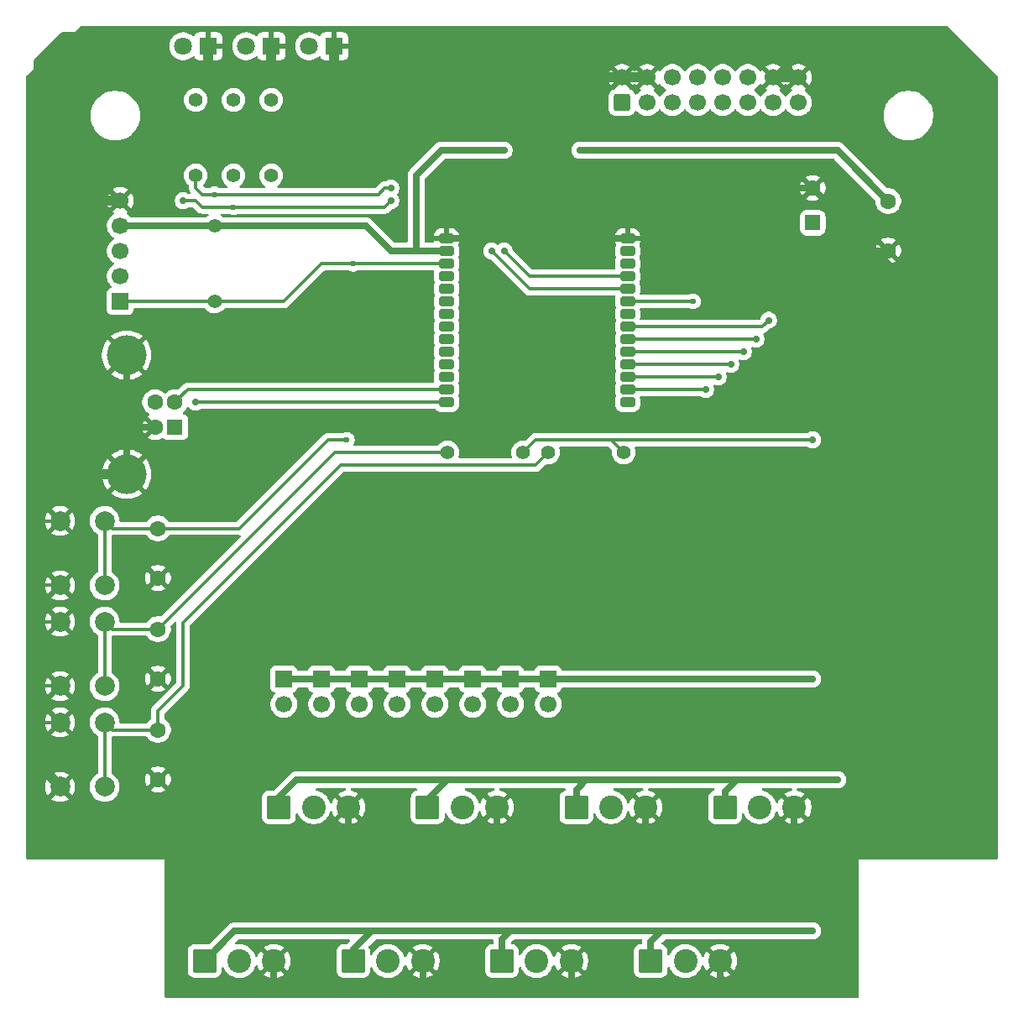
<source format=gbr>
%TF.GenerationSoftware,KiCad,Pcbnew,9.0.7*%
%TF.CreationDate,2026-02-03T14:27:30+01:00*%
%TF.ProjectId,lokho2-esp32c6,6c6f6b68-6f32-42d6-9573-70333263362e,rev?*%
%TF.SameCoordinates,Original*%
%TF.FileFunction,Copper,L2,Bot*%
%TF.FilePolarity,Positive*%
%FSLAX46Y46*%
G04 Gerber Fmt 4.6, Leading zero omitted, Abs format (unit mm)*
G04 Created by KiCad (PCBNEW 9.0.7) date 2026-02-03 14:27:30*
%MOMM*%
%LPD*%
G01*
G04 APERTURE LIST*
G04 Aperture macros list*
%AMRoundRect*
0 Rectangle with rounded corners*
0 $1 Rounding radius*
0 $2 $3 $4 $5 $6 $7 $8 $9 X,Y pos of 4 corners*
0 Add a 4 corners polygon primitive as box body*
4,1,4,$2,$3,$4,$5,$6,$7,$8,$9,$2,$3,0*
0 Add four circle primitives for the rounded corners*
1,1,$1+$1,$2,$3*
1,1,$1+$1,$4,$5*
1,1,$1+$1,$6,$7*
1,1,$1+$1,$8,$9*
0 Add four rect primitives between the rounded corners*
20,1,$1+$1,$2,$3,$4,$5,0*
20,1,$1+$1,$4,$5,$6,$7,0*
20,1,$1+$1,$6,$7,$8,$9,0*
20,1,$1+$1,$8,$9,$2,$3,0*%
G04 Aperture macros list end*
%TA.AperFunction,ComponentPad*%
%ADD10R,1.700000X1.700000*%
%TD*%
%TA.AperFunction,ComponentPad*%
%ADD11C,1.700000*%
%TD*%
%TA.AperFunction,ComponentPad*%
%ADD12RoundRect,0.250000X0.600000X-0.600000X0.600000X0.600000X-0.600000X0.600000X-0.600000X-0.600000X0*%
%TD*%
%TA.AperFunction,ComponentPad*%
%ADD13C,2.000000*%
%TD*%
%TA.AperFunction,ComponentPad*%
%ADD14RoundRect,0.250001X-0.949999X-0.949999X0.949999X-0.949999X0.949999X0.949999X-0.949999X0.949999X0*%
%TD*%
%TA.AperFunction,ComponentPad*%
%ADD15C,2.400000*%
%TD*%
%TA.AperFunction,ComponentPad*%
%ADD16C,1.400000*%
%TD*%
%TA.AperFunction,ComponentPad*%
%ADD17C,1.600000*%
%TD*%
%TA.AperFunction,ComponentPad*%
%ADD18RoundRect,0.250000X-0.500000X-0.250000X0.500000X-0.250000X0.500000X0.250000X-0.500000X0.250000X0*%
%TD*%
%TA.AperFunction,ComponentPad*%
%ADD19RoundRect,0.250000X0.500000X0.250000X-0.500000X0.250000X-0.500000X-0.250000X0.500000X-0.250000X0*%
%TD*%
%TA.AperFunction,ComponentPad*%
%ADD20R,1.800000X1.800000*%
%TD*%
%TA.AperFunction,ComponentPad*%
%ADD21C,1.800000*%
%TD*%
%TA.AperFunction,ComponentPad*%
%ADD22R,1.600000X1.600000*%
%TD*%
%TA.AperFunction,ComponentPad*%
%ADD23C,4.000000*%
%TD*%
%TA.AperFunction,ComponentPad*%
%ADD24RoundRect,0.250000X0.550000X-0.550000X0.550000X0.550000X-0.550000X0.550000X-0.550000X-0.550000X0*%
%TD*%
%TA.AperFunction,ViaPad*%
%ADD25C,0.600000*%
%TD*%
%TA.AperFunction,ViaPad*%
%ADD26C,0.700000*%
%TD*%
%TA.AperFunction,Conductor*%
%ADD27C,1.000000*%
%TD*%
%TA.AperFunction,Conductor*%
%ADD28C,0.700000*%
%TD*%
%TA.AperFunction,Conductor*%
%ADD29C,0.350000*%
%TD*%
G04 APERTURE END LIST*
D10*
%TO.P,J7,1,Pin_1*%
%TO.N,+3V3*%
X138430000Y-116840000D03*
D11*
%TO.P,J7,2,Pin_2*%
%TO.N,GPIO7*%
X138430000Y-119380000D03*
%TD*%
D10*
%TO.P,J6,1,Pin_1*%
%TO.N,+3V3*%
X134620000Y-116840000D03*
D11*
%TO.P,J6,2,Pin_2*%
%TO.N,GPIO6*%
X134620000Y-119380000D03*
%TD*%
D12*
%TO.P,SPI1,1,Pin_1*%
%TO.N,SPI_MISO*%
X161110000Y-58697500D03*
D11*
%TO.P,SPI1,2,Pin_2*%
%TO.N,GND*%
X161110000Y-56157500D03*
%TO.P,SPI1,3,Pin_3*%
%TO.N,SPI_MOSI*%
X163650000Y-58697500D03*
%TO.P,SPI1,4,Pin_4*%
%TO.N,GND*%
X163650000Y-56157500D03*
%TO.P,SPI1,5,Pin_5*%
%TO.N,SPI_SCK*%
X166190000Y-58697500D03*
%TO.P,SPI1,6,Pin_6*%
%TO.N,+3V3*%
X166190000Y-56157500D03*
%TO.P,SPI1,7,Pin_7*%
%TO.N,SPI_S0*%
X168730000Y-58697500D03*
%TO.P,SPI1,8,Pin_8*%
%TO.N,+3V3*%
X168730000Y-56157500D03*
%TO.P,SPI1,9,Pin_9*%
%TO.N,SPI_S1*%
X171270000Y-58697500D03*
%TO.P,SPI1,10,Pin_10*%
%TO.N,+3V3*%
X171270000Y-56157500D03*
%TO.P,SPI1,11,Pin_11*%
%TO.N,SPI_S2*%
X173810000Y-58697500D03*
%TO.P,SPI1,12,Pin_12*%
%TO.N,+3V3*%
X173810000Y-56157500D03*
%TO.P,SPI1,13,Pin_13*%
%TO.N,SPI_S3*%
X176350000Y-58697500D03*
%TO.P,SPI1,14,Pin_14*%
%TO.N,GND*%
X176350000Y-56157500D03*
%TO.P,SPI1,15,Pin_15*%
%TO.N,GP*%
X178890000Y-58697500D03*
%TO.P,SPI1,16,Pin_16*%
%TO.N,GND*%
X178890000Y-56157500D03*
%TD*%
D13*
%TO.P,SW2,1,1*%
%TO.N,GND*%
X104430000Y-117550000D03*
X104430000Y-111050000D03*
%TO.P,SW2,2,2*%
%TO.N,GPIO8*%
X108930000Y-117550000D03*
X108930000Y-111050000D03*
%TD*%
D14*
%TO.P,J16,1,Pin_1*%
%TO.N,+3V3*%
X149000000Y-145267500D03*
D15*
%TO.P,J16,2,Pin_2*%
%TO.N,GPIO0*%
X152500000Y-145267500D03*
%TO.P,J16,3,Pin_3*%
%TO.N,GND*%
X156000000Y-145267500D03*
%TD*%
D16*
%TO.P,R4,1*%
%TO.N,GPIO9*%
X153670000Y-93980000D03*
%TO.P,R4,2*%
%TO.N,+3V3*%
X161290000Y-93980000D03*
%TD*%
D10*
%TO.P,J9,1,Pin_1*%
%TO.N,+3V3*%
X146050000Y-116840000D03*
D11*
%TO.P,J9,2,Pin_2*%
%TO.N,GPIO1*%
X146050000Y-119380000D03*
%TD*%
D17*
%TO.P,C7,1*%
%TO.N,GND*%
X187960000Y-73620000D03*
%TO.P,C7,2*%
%TO.N,+3V3*%
X187960000Y-68620000D03*
%TD*%
D18*
%TO.P,U2,1,GND*%
%TO.N,GND*%
X143400000Y-72400000D03*
%TO.P,U2,2,3V3*%
%TO.N,+3V3*%
X143400000Y-73670000D03*
%TO.P,U2,3,EN/CHIP_PU*%
%TO.N,EN*%
X143400000Y-74935000D03*
%TO.P,U2,4,MTMS/GPIO4/ADC1_CH4*%
%TO.N,GPIO4*%
X143400000Y-76205000D03*
%TO.P,U2,5,MTDI/GPIO5/ADC1_CH5*%
%TO.N,GPIO5*%
X143400000Y-77475000D03*
%TO.P,U2,6,MTCK/GPIO6/ADC1_CH6*%
%TO.N,GPIO6*%
X143400000Y-78745000D03*
%TO.P,U2,7,MTDO/GPIO7*%
%TO.N,GPIO7*%
X143400000Y-80015000D03*
%TO.P,U2,8,GPIO0/ADC1_CH0/XTAL_32K_P*%
%TO.N,GPIO0*%
X143400000Y-81285000D03*
%TO.P,U2,9,GPIO1/ADC1_CH1/XTAL_32K_N*%
%TO.N,GPIO1*%
X143400000Y-82555000D03*
%TO.P,U2,10,GPIO8*%
%TO.N,GPIO8*%
X143400000Y-83825000D03*
%TO.P,U2,11,GPIO10*%
%TO.N,GPIO10*%
X143400000Y-85095000D03*
%TO.P,U2,12,GPIO11*%
%TO.N,SPI_MISO*%
X143400000Y-86365000D03*
%TO.P,U2,13,GPIO12/USB_D-*%
%TO.N,USBD-*%
X143400000Y-87635000D03*
%TO.P,U2,14,GPIO13/USB_D+*%
%TO.N,USBD+*%
X143400000Y-88905000D03*
D19*
%TO.P,U2,15,GPIO9*%
%TO.N,GPIO9*%
X161680000Y-88905000D03*
%TO.P,U2,16,GPIO18*%
%TO.N,SPI_SCK*%
X161680000Y-87635000D03*
%TO.P,U2,17,GPIO19*%
%TO.N,SPI_S0*%
X161680000Y-86370000D03*
%TO.P,U2,18,GPIO20*%
%TO.N,SPI_S1*%
X161680000Y-85100000D03*
%TO.P,U2,19,GPIO21*%
%TO.N,SPI_S2*%
X161680000Y-83830000D03*
%TO.P,U2,20,GPIO22*%
%TO.N,SPI_S3*%
X161680000Y-82560000D03*
%TO.P,U2,21,GPIO23*%
%TO.N,GP*%
X161680000Y-81290000D03*
%TO.P,U2,22,NC*%
%TO.N,unconnected-(U2-NC-Pad22)*%
X161680000Y-80020000D03*
%TO.P,U2,23,GPIO15*%
%TO.N,SPI_MOSI*%
X161680000Y-78750000D03*
%TO.P,U2,24,U0RXD/GPIO17*%
%TO.N,U0Rxd*%
X161680000Y-77480000D03*
%TO.P,U2,25,U0TXD/GPIO16*%
%TO.N,U0TxD*%
X161680000Y-76210000D03*
%TO.P,U2,26,GPIO3/ADC1_CH3*%
%TO.N,GPIO3*%
X161680000Y-74940000D03*
%TO.P,U2,27,GPIO2/ADC1_CH2*%
%TO.N,GPIO2*%
X161680000Y-73670000D03*
%TO.P,U2,28,GND*%
%TO.N,GND*%
X161680000Y-72400000D03*
%TD*%
D16*
%TO.P,R5,1*%
%TO.N,EN*%
X120015000Y-78740000D03*
%TO.P,R5,2*%
%TO.N,+3V3*%
X120015000Y-71120000D03*
%TD*%
D20*
%TO.P,D1,1,K*%
%TO.N,GND*%
X119380000Y-53000000D03*
D21*
%TO.P,D1,2,A*%
%TO.N,Net-(D1-A)*%
X116840000Y-53000000D03*
%TD*%
D17*
%TO.P,C3,1*%
%TO.N,GND*%
X114300000Y-126960000D03*
%TO.P,C3,2*%
%TO.N,GPIO9*%
X114300000Y-121960000D03*
%TD*%
D20*
%TO.P,D3,1,K*%
%TO.N,GND*%
X132080000Y-53000000D03*
D21*
%TO.P,D3,2,A*%
%TO.N,Net-(D3-A)*%
X129540000Y-53000000D03*
%TD*%
D16*
%TO.P,R1,1*%
%TO.N,U0TxD*%
X118110000Y-66040000D03*
%TO.P,R1,2*%
%TO.N,Net-(D1-A)*%
X118110000Y-58420000D03*
%TD*%
D14*
%TO.P,J12,1,Pin_1*%
%TO.N,+3V3*%
X119000000Y-145267500D03*
D15*
%TO.P,J12,2,Pin_2*%
%TO.N,GPIO4*%
X122500000Y-145267500D03*
%TO.P,J12,3,Pin_3*%
%TO.N,GND*%
X126000000Y-145267500D03*
%TD*%
D13*
%TO.P,SW1,1,1*%
%TO.N,GND*%
X104430000Y-107390000D03*
X104430000Y-100890000D03*
%TO.P,SW1,2,2*%
%TO.N,EN*%
X108930000Y-107390000D03*
X108930000Y-100890000D03*
%TD*%
D17*
%TO.P,C2,1*%
%TO.N,GND*%
X114300000Y-116800000D03*
%TO.P,C2,2*%
%TO.N,GPIO8*%
X114300000Y-111800000D03*
%TD*%
D22*
%TO.P,J3,1,VBUS*%
%TO.N,+5V*%
X116007500Y-91420000D03*
D17*
%TO.P,J3,2,D-*%
%TO.N,USBD-*%
X116007500Y-88920000D03*
%TO.P,J3,3,D+*%
%TO.N,USBD+*%
X114007500Y-88920000D03*
%TO.P,J3,4,GND*%
%TO.N,GND*%
X114007500Y-91420000D03*
D23*
%TO.P,J3,5,Shield*%
X111147500Y-96170000D03*
X111147500Y-84170000D03*
%TD*%
D16*
%TO.P,R6,1*%
%TO.N,+5V*%
X125730000Y-66040000D03*
%TO.P,R6,2*%
%TO.N,Net-(D3-A)*%
X125730000Y-58420000D03*
%TD*%
D10*
%TO.P,J1,1,Pin_1*%
%TO.N,EN*%
X110490000Y-78740000D03*
D11*
%TO.P,J1,2,Pin_2*%
%TO.N,U0TxD*%
X110490000Y-76200000D03*
%TO.P,J1,3,Pin_3*%
%TO.N,U0Rxd*%
X110490000Y-73660000D03*
%TO.P,J1,4,Pin_4*%
%TO.N,+3V3*%
X110490000Y-71120000D03*
%TO.P,J1,5,Pin_5*%
%TO.N,GND*%
X110490000Y-68580000D03*
%TD*%
D14*
%TO.P,J14,1,Pin_1*%
%TO.N,+3V3*%
X134000000Y-145267500D03*
D15*
%TO.P,J14,2,Pin_2*%
%TO.N,GPIO6*%
X137500000Y-145267500D03*
%TO.P,J14,3,Pin_3*%
%TO.N,GND*%
X141000000Y-145267500D03*
%TD*%
D24*
%TO.P,C6,1*%
%TO.N,+3V3*%
X180340000Y-70810000D03*
D17*
%TO.P,C6,2*%
%TO.N,GND*%
X180340000Y-67310000D03*
%TD*%
D14*
%TO.P,J13,1,Pin_1*%
%TO.N,+3V3*%
X126500000Y-129767500D03*
D15*
%TO.P,J13,2,Pin_2*%
%TO.N,GPIO5*%
X130000000Y-129767500D03*
%TO.P,J13,3,Pin_3*%
%TO.N,GND*%
X133500000Y-129767500D03*
%TD*%
D14*
%TO.P,J19,1,Pin_1*%
%TO.N,+3V3*%
X171500000Y-129767500D03*
D15*
%TO.P,J19,2,Pin_2*%
%TO.N,GPIO3*%
X175000000Y-129767500D03*
%TO.P,J19,3,Pin_3*%
%TO.N,GND*%
X178500000Y-129767500D03*
%TD*%
D10*
%TO.P,J10,1,Pin_1*%
%TO.N,+3V3*%
X149860000Y-116840000D03*
D11*
%TO.P,J10,2,Pin_2*%
%TO.N,GPIO2*%
X149860000Y-119380000D03*
%TD*%
D10*
%TO.P,J11,1,Pin_1*%
%TO.N,+3V3*%
X153670000Y-116840000D03*
D11*
%TO.P,J11,2,Pin_2*%
%TO.N,GPIO3*%
X153670000Y-119380000D03*
%TD*%
D14*
%TO.P,J15,1,Pin_1*%
%TO.N,+3V3*%
X141500000Y-129767500D03*
D15*
%TO.P,J15,2,Pin_2*%
%TO.N,GPIO7*%
X145000000Y-129767500D03*
%TO.P,J15,3,Pin_3*%
%TO.N,GND*%
X148500000Y-129767500D03*
%TD*%
D13*
%TO.P,SW3,1,1*%
%TO.N,GND*%
X104430000Y-127710000D03*
X104430000Y-121210000D03*
%TO.P,SW3,2,2*%
%TO.N,GPIO9*%
X108930000Y-127710000D03*
X108930000Y-121210000D03*
%TD*%
D10*
%TO.P,J4,1,Pin_1*%
%TO.N,+3V3*%
X127000000Y-116840000D03*
D11*
%TO.P,J4,2,Pin_2*%
%TO.N,GPIO4*%
X127000000Y-119380000D03*
%TD*%
D17*
%TO.P,C1,1*%
%TO.N,GND*%
X114300000Y-106640000D03*
%TO.P,C1,2*%
%TO.N,EN*%
X114300000Y-101640000D03*
%TD*%
D16*
%TO.P,R3,1*%
%TO.N,GPIO8*%
X143510000Y-93980000D03*
%TO.P,R3,2*%
%TO.N,+3V3*%
X151130000Y-93980000D03*
%TD*%
D10*
%TO.P,J8,1,Pin_1*%
%TO.N,+3V3*%
X142240000Y-116840000D03*
D11*
%TO.P,J8,2,Pin_2*%
%TO.N,GPIO0*%
X142240000Y-119380000D03*
%TD*%
D10*
%TO.P,J5,1,Pin_1*%
%TO.N,+3V3*%
X130810000Y-116840000D03*
D11*
%TO.P,J5,2,Pin_2*%
%TO.N,GPIO5*%
X130810000Y-119380000D03*
%TD*%
D20*
%TO.P,D2,1,K*%
%TO.N,GND*%
X125730000Y-53000000D03*
D21*
%TO.P,D2,2,A*%
%TO.N,Net-(D2-A)*%
X123190000Y-53000000D03*
%TD*%
D14*
%TO.P,J17,1,Pin_1*%
%TO.N,+3V3*%
X156500000Y-129767500D03*
D15*
%TO.P,J17,2,Pin_2*%
%TO.N,GPIO1*%
X160000000Y-129767500D03*
%TO.P,J17,3,Pin_3*%
%TO.N,GND*%
X163500000Y-129767500D03*
%TD*%
D16*
%TO.P,R2,1*%
%TO.N,U0Rxd*%
X121920000Y-66040000D03*
%TO.P,R2,2*%
%TO.N,Net-(D2-A)*%
X121920000Y-58420000D03*
%TD*%
D14*
%TO.P,J18,1,Pin_1*%
%TO.N,+3V3*%
X164000000Y-145267500D03*
D15*
%TO.P,J18,2,Pin_2*%
%TO.N,GPIO2*%
X167500000Y-145267500D03*
%TO.P,J18,3,Pin_3*%
%TO.N,GND*%
X171000000Y-145267500D03*
%TD*%
D25*
%TO.N,GND*%
X102235000Y-61595000D03*
X176530000Y-53340000D03*
%TO.N,SPI_MOSI*%
X168275000Y-78740000D03*
D26*
%TO.N,SPI_SCK*%
X169545000Y-87630000D03*
%TO.N,SPI_S0*%
X170815000Y-86360000D03*
%TO.N,SPI_S1*%
X172085000Y-85090000D03*
%TO.N,SPI_S2*%
X173355000Y-83820000D03*
%TO.N,SPI_S3*%
X174625000Y-82550000D03*
%TO.N,GP*%
X175895000Y-80645000D03*
D25*
%TO.N,EN*%
X133985000Y-74935000D03*
X133350000Y-92710000D03*
%TO.N,U0Rxd*%
X121920000Y-69215000D03*
D26*
X137795000Y-68580000D03*
X147955000Y-73660000D03*
X116840000Y-68580000D03*
%TO.N,U0TxD*%
X149225000Y-73660000D03*
X137795000Y-67310000D03*
D25*
X120015000Y-67945000D03*
D26*
%TO.N,USBD+*%
X118110000Y-88900000D03*
%TO.N,+3V3*%
X180340000Y-142240000D03*
X180340000Y-92710000D03*
X149225000Y-63500000D03*
X156845000Y-63500000D03*
X180340000Y-116840000D03*
X182880000Y-127000000D03*
%TD*%
D27*
%TO.N,GND*%
X102235000Y-61595000D02*
X102235000Y-68580000D01*
X102235000Y-107950000D02*
X102235000Y-111760000D01*
D28*
X198120000Y-85090000D02*
X198120000Y-90170000D01*
D29*
X104430000Y-107390000D02*
X102795000Y-107390000D01*
D28*
X141000000Y-145267500D02*
X141000000Y-147350000D01*
D27*
X102235000Y-54610000D02*
X102235000Y-61595000D01*
X153670000Y-67310000D02*
X153670000Y-72400000D01*
X102235000Y-117475000D02*
X102235000Y-121285000D01*
X132080000Y-53000000D02*
X132080000Y-54887500D01*
D28*
X126000000Y-147590000D02*
X126000000Y-145267500D01*
X182880000Y-148590000D02*
X172720000Y-148590000D01*
X180340000Y-67310000D02*
X153670000Y-67310000D01*
D27*
X115570000Y-55880000D02*
X111760000Y-52070000D01*
X111760000Y-52070000D02*
X104775000Y-52070000D01*
D28*
X198120000Y-90170000D02*
X198120000Y-110490000D01*
D27*
X104775000Y-52070000D02*
X102235000Y-54610000D01*
X177800000Y-54610000D02*
X176530000Y-53340000D01*
D28*
X178500000Y-129767500D02*
X178500000Y-131510000D01*
X172720000Y-148590000D02*
X157480000Y-148590000D01*
D27*
X178890000Y-56157500D02*
X177800000Y-56157500D01*
D28*
X186650000Y-73620000D02*
X180340000Y-67310000D01*
X163830000Y-132080000D02*
X148590000Y-132080000D01*
D27*
X102235000Y-121285000D02*
X102235000Y-125515000D01*
D28*
X186650000Y-73620000D02*
X198120000Y-85090000D01*
X148500000Y-131990000D02*
X148590000Y-132080000D01*
X141000000Y-147350000D02*
X142240000Y-148590000D01*
D27*
X161110000Y-56157500D02*
X153670000Y-56157500D01*
X177800000Y-56157500D02*
X177800000Y-54610000D01*
D28*
X148590000Y-132080000D02*
X133650000Y-132080000D01*
X163500000Y-129767500D02*
X163500000Y-131750000D01*
D27*
X102585000Y-96170000D02*
X111147500Y-96170000D01*
D28*
X163500000Y-131750000D02*
X163830000Y-132080000D01*
D27*
X125730000Y-54887500D02*
X127000000Y-56157500D01*
X102235000Y-68580000D02*
X110490000Y-68580000D01*
D28*
X182880000Y-132080000D02*
X179070000Y-132080000D01*
D29*
X102310000Y-117550000D02*
X102235000Y-117475000D01*
D27*
X102235000Y-125515000D02*
X104430000Y-127710000D01*
D28*
X193040000Y-132080000D02*
X182880000Y-132080000D01*
X182880000Y-132080000D02*
X182880000Y-148590000D01*
D27*
X132080000Y-54887500D02*
X133350000Y-56157500D01*
D29*
X104430000Y-111050000D02*
X102945000Y-111050000D01*
D27*
X102235000Y-111760000D02*
X102235000Y-117475000D01*
D28*
X179070000Y-132080000D02*
X163830000Y-132080000D01*
X133650000Y-132080000D02*
X133500000Y-131930000D01*
D27*
X102235000Y-100965000D02*
X102235000Y-107950000D01*
D28*
X195580000Y-125730000D02*
X195580000Y-129540000D01*
D29*
X102310000Y-100890000D02*
X102235000Y-100965000D01*
D28*
X148500000Y-129767500D02*
X148500000Y-131990000D01*
D29*
X102795000Y-107390000D02*
X102235000Y-107950000D01*
D28*
X111167500Y-91420000D02*
X111147500Y-91440000D01*
D27*
X153670000Y-56157500D02*
X153670000Y-67310000D01*
X176530000Y-53340000D02*
X156487500Y-53340000D01*
X127000000Y-56157500D02*
X133350000Y-56157500D01*
X153670000Y-56157500D02*
X133350000Y-56157500D01*
D28*
X111147500Y-91440000D02*
X111147500Y-96170000D01*
X198120000Y-123190000D02*
X195580000Y-125730000D01*
X198120000Y-110490000D02*
X198120000Y-123190000D01*
X133500000Y-131930000D02*
X133500000Y-129767500D01*
D27*
X102235000Y-96520000D02*
X102585000Y-96170000D01*
D28*
X171000000Y-146870000D02*
X172720000Y-148590000D01*
D29*
X104430000Y-100890000D02*
X102310000Y-100890000D01*
D27*
X125730000Y-53000000D02*
X125730000Y-54887500D01*
X102235000Y-68580000D02*
X102235000Y-96520000D01*
D28*
X195580000Y-129540000D02*
X193040000Y-132080000D01*
X143650000Y-72400000D02*
X153670000Y-72400000D01*
X142240000Y-148590000D02*
X127000000Y-148590000D01*
D29*
X102310000Y-121210000D02*
X102235000Y-121285000D01*
D28*
X171000000Y-145267500D02*
X171000000Y-146870000D01*
D27*
X156487500Y-53340000D02*
X153670000Y-56157500D01*
X127000000Y-56157500D02*
X119657500Y-56157500D01*
X163650000Y-56157500D02*
X161110000Y-56157500D01*
X119380000Y-55880000D02*
X115570000Y-55880000D01*
X102235000Y-96520000D02*
X102235000Y-100965000D01*
D28*
X178500000Y-131510000D02*
X179070000Y-132080000D01*
X153670000Y-72400000D02*
X161430000Y-72400000D01*
X187960000Y-73620000D02*
X186650000Y-73620000D01*
X156000000Y-147110000D02*
X157480000Y-148590000D01*
D27*
X177800000Y-56157500D02*
X176350000Y-56157500D01*
D28*
X156000000Y-145267500D02*
X156000000Y-147110000D01*
D29*
X102945000Y-111050000D02*
X102235000Y-111760000D01*
D27*
X119380000Y-55880000D02*
X119380000Y-53000000D01*
X119657500Y-56157500D02*
X119380000Y-55880000D01*
D29*
X104430000Y-121210000D02*
X102310000Y-121210000D01*
D28*
X111147500Y-84170000D02*
X111147500Y-91440000D01*
D29*
X104430000Y-117550000D02*
X102310000Y-117550000D01*
D28*
X127000000Y-148590000D02*
X126000000Y-147590000D01*
X114007500Y-91420000D02*
X111167500Y-91420000D01*
X157480000Y-148590000D02*
X142240000Y-148590000D01*
D29*
%TO.N,SPI_MOSI*%
X168265000Y-78750000D02*
X168275000Y-78740000D01*
X161430000Y-78750000D02*
X168265000Y-78750000D01*
%TO.N,SPI_SCK*%
X161430000Y-87635000D02*
X169540000Y-87635000D01*
X169540000Y-87635000D02*
X169545000Y-87630000D01*
%TO.N,SPI_S0*%
X170805000Y-86370000D02*
X170815000Y-86360000D01*
X161430000Y-86370000D02*
X170805000Y-86370000D01*
%TO.N,SPI_S1*%
X172075000Y-85100000D02*
X172085000Y-85090000D01*
X161430000Y-85100000D02*
X172075000Y-85100000D01*
%TO.N,SPI_S2*%
X161430000Y-83830000D02*
X173345000Y-83830000D01*
X173345000Y-83830000D02*
X173355000Y-83820000D01*
%TO.N,SPI_S3*%
X174615000Y-82560000D02*
X174625000Y-82550000D01*
X161430000Y-82560000D02*
X174615000Y-82560000D01*
%TO.N,GP*%
X175250000Y-81290000D02*
X175895000Y-80645000D01*
X161430000Y-81290000D02*
X175250000Y-81290000D01*
%TO.N,EN*%
X133985000Y-74935000D02*
X143650000Y-74935000D01*
X130815000Y-74935000D02*
X133985000Y-74935000D01*
X122515000Y-101640000D02*
X124460000Y-99695000D01*
X130810000Y-74930000D02*
X130815000Y-74935000D01*
X116840000Y-78740000D02*
X127000000Y-78740000D01*
X127000000Y-78740000D02*
X130810000Y-74930000D01*
X110490000Y-78740000D02*
X116840000Y-78740000D01*
X109680000Y-101640000D02*
X108930000Y-100890000D01*
X131445000Y-92710000D02*
X133350000Y-92710000D01*
X114300000Y-101640000D02*
X122515000Y-101640000D01*
X108930000Y-107390000D02*
X108930000Y-100890000D01*
X114300000Y-101640000D02*
X109680000Y-101640000D01*
X124460000Y-99695000D02*
X131445000Y-92710000D01*
%TO.N,GPIO8*%
X143510000Y-93980000D02*
X132120000Y-93980000D01*
X108930000Y-117550000D02*
X108930000Y-111050000D01*
X132120000Y-93980000D02*
X114300000Y-111800000D01*
X109680000Y-111800000D02*
X108930000Y-111050000D01*
X114300000Y-111800000D02*
X109680000Y-111800000D01*
%TO.N,GPIO9*%
X114300000Y-121960000D02*
X109680000Y-121960000D01*
X114300000Y-121960000D02*
X114300000Y-120015000D01*
X116840000Y-111125000D02*
X132715000Y-95250000D01*
X114300000Y-120015000D02*
X116840000Y-117475000D01*
X108930000Y-127710000D02*
X108930000Y-121210000D01*
X152400000Y-95250000D02*
X153670000Y-93980000D01*
X116840000Y-117475000D02*
X116840000Y-111125000D01*
X132715000Y-95250000D02*
X152400000Y-95250000D01*
X109680000Y-121960000D02*
X108930000Y-121210000D01*
%TO.N,U0Rxd*%
X118110000Y-68580000D02*
X118745000Y-69215000D01*
X121920000Y-69215000D02*
X137160000Y-69215000D01*
X116840000Y-68580000D02*
X118110000Y-68580000D01*
X118745000Y-69215000D02*
X121920000Y-69215000D01*
X137160000Y-69215000D02*
X137795000Y-68580000D01*
X151775000Y-77480000D02*
X147955000Y-73660000D01*
X161430000Y-77480000D02*
X151775000Y-77480000D01*
%TO.N,U0TxD*%
X118110000Y-67310000D02*
X118110000Y-66040000D01*
X151775000Y-76210000D02*
X149225000Y-73660000D01*
X161430000Y-76210000D02*
X151775000Y-76210000D01*
X120015000Y-67945000D02*
X136525000Y-67945000D01*
X137795000Y-67310000D02*
X137160000Y-67310000D01*
X118745000Y-67945000D02*
X120015000Y-67945000D01*
X137160000Y-67310000D02*
X136525000Y-67945000D01*
X118110000Y-67310000D02*
X118745000Y-67945000D01*
%TO.N,USBD-*%
X117292500Y-87635000D02*
X143650000Y-87635000D01*
X116007500Y-88920000D02*
X117292500Y-87635000D01*
%TO.N,USBD+*%
X143650000Y-88905000D02*
X118115000Y-88905000D01*
X118115000Y-88905000D02*
X118110000Y-88900000D01*
D28*
%TO.N,+3V3*%
X143650000Y-73670000D02*
X140335000Y-73670000D01*
X128270000Y-127000000D02*
X126500000Y-128770000D01*
X167640000Y-116840000D02*
X180340000Y-116840000D01*
X156500000Y-127980000D02*
X157480000Y-127000000D01*
X149000000Y-145267500D02*
X149000000Y-143100000D01*
X137805000Y-73670000D02*
X135255000Y-71120000D01*
X127000000Y-116840000D02*
X167640000Y-116840000D01*
X164000000Y-145267500D02*
X164000000Y-143340000D01*
X140335000Y-66040000D02*
X140335000Y-73670000D01*
X149000000Y-143100000D02*
X149860000Y-142240000D01*
X157480000Y-127000000D02*
X143510000Y-127000000D01*
X134000000Y-144130000D02*
X135890000Y-142240000D01*
D29*
X152400000Y-92710000D02*
X160020000Y-92710000D01*
D28*
X171500000Y-128220000D02*
X172720000Y-127000000D01*
X134000000Y-145267500D02*
X134000000Y-144130000D01*
X140335000Y-66040000D02*
X142875000Y-63500000D01*
X142875000Y-63500000D02*
X149225000Y-63500000D01*
X141500000Y-129767500D02*
X141500000Y-129010000D01*
X122027500Y-142240000D02*
X130810000Y-142240000D01*
X173355000Y-63500000D02*
X156845000Y-63500000D01*
X119000000Y-145267500D02*
X122027500Y-142240000D01*
X135890000Y-142240000D02*
X149860000Y-142240000D01*
X116840000Y-71120000D02*
X135255000Y-71120000D01*
X110490000Y-71120000D02*
X116840000Y-71120000D01*
X172720000Y-127000000D02*
X157480000Y-127000000D01*
X141500000Y-129010000D02*
X143510000Y-127000000D01*
D29*
X160020000Y-92710000D02*
X180340000Y-92710000D01*
X151130000Y-93980000D02*
X152400000Y-92710000D01*
D28*
X149860000Y-142240000D02*
X165100000Y-142240000D01*
X130810000Y-142240000D02*
X135890000Y-142240000D01*
X156500000Y-129767500D02*
X156500000Y-127980000D01*
X126500000Y-128770000D02*
X126500000Y-129767500D01*
X164000000Y-143340000D02*
X165100000Y-142240000D01*
X182840000Y-63500000D02*
X173355000Y-63500000D01*
X143510000Y-127000000D02*
X128270000Y-127000000D01*
X165100000Y-142240000D02*
X180340000Y-142240000D01*
X172720000Y-127000000D02*
X182880000Y-127000000D01*
X140335000Y-73670000D02*
X137805000Y-73670000D01*
X171500000Y-129767500D02*
X171500000Y-128220000D01*
X187960000Y-68620000D02*
X182840000Y-63500000D01*
D29*
X160020000Y-92710000D02*
X161290000Y-93980000D01*
%TD*%
%TA.AperFunction,Conductor*%
%TO.N,GND*%
G36*
X133212845Y-127870185D02*
G01*
X133258600Y-127922989D01*
X133268544Y-127992147D01*
X133239519Y-128055703D01*
X133180741Y-128093477D01*
X133170003Y-128096116D01*
X133167641Y-128096585D01*
X132952381Y-128154263D01*
X132746497Y-128239545D01*
X132746479Y-128239554D01*
X132553511Y-128350962D01*
X132487595Y-128401542D01*
X133288941Y-129202887D01*
X133268409Y-129208389D01*
X133131592Y-129287381D01*
X133019881Y-129399092D01*
X132940889Y-129535909D01*
X132935387Y-129556440D01*
X132134042Y-128755095D01*
X132083462Y-128821011D01*
X131972054Y-129013979D01*
X131972045Y-129013997D01*
X131886764Y-129219879D01*
X131870033Y-129282321D01*
X131833667Y-129341981D01*
X131770820Y-129372510D01*
X131701445Y-129364215D01*
X131647567Y-129319729D01*
X131630484Y-129282324D01*
X131613710Y-129219719D01*
X131594587Y-129173553D01*
X131528406Y-129013777D01*
X131528405Y-129013774D01*
X131416948Y-128820726D01*
X131366588Y-128755095D01*
X131281248Y-128643877D01*
X131281242Y-128643870D01*
X131123629Y-128486257D01*
X131123622Y-128486251D01*
X130946782Y-128350558D01*
X130946780Y-128350557D01*
X130946774Y-128350552D01*
X130753726Y-128239095D01*
X130753722Y-128239093D01*
X130547790Y-128153793D01*
X130547783Y-128153791D01*
X130547781Y-128153790D01*
X130332463Y-128096096D01*
X130332458Y-128096095D01*
X130328542Y-128095046D01*
X130328784Y-128094139D01*
X130270653Y-128063728D01*
X130236082Y-128003010D01*
X130239825Y-127933241D01*
X130280695Y-127876571D01*
X130345714Y-127850993D01*
X130356760Y-127850500D01*
X133145806Y-127850500D01*
X133212845Y-127870185D01*
G37*
%TD.AperFunction*%
%TA.AperFunction,Conductor*%
G36*
X148212845Y-127870185D02*
G01*
X148258600Y-127922989D01*
X148268544Y-127992147D01*
X148239519Y-128055703D01*
X148180741Y-128093477D01*
X148170003Y-128096116D01*
X148167641Y-128096585D01*
X147952381Y-128154263D01*
X147746497Y-128239545D01*
X147746479Y-128239554D01*
X147553511Y-128350962D01*
X147487595Y-128401542D01*
X148288941Y-129202887D01*
X148268409Y-129208389D01*
X148131592Y-129287381D01*
X148019881Y-129399092D01*
X147940889Y-129535909D01*
X147935387Y-129556440D01*
X147134042Y-128755095D01*
X147083462Y-128821011D01*
X146972054Y-129013979D01*
X146972045Y-129013997D01*
X146886764Y-129219879D01*
X146870033Y-129282321D01*
X146833667Y-129341981D01*
X146770820Y-129372510D01*
X146701445Y-129364215D01*
X146647567Y-129319729D01*
X146630484Y-129282324D01*
X146613710Y-129219719D01*
X146594587Y-129173553D01*
X146528406Y-129013777D01*
X146528405Y-129013774D01*
X146416948Y-128820726D01*
X146366588Y-128755095D01*
X146281248Y-128643877D01*
X146281242Y-128643870D01*
X146123629Y-128486257D01*
X146123622Y-128486251D01*
X145946782Y-128350558D01*
X145946780Y-128350557D01*
X145946774Y-128350552D01*
X145753726Y-128239095D01*
X145753722Y-128239093D01*
X145547790Y-128153793D01*
X145547783Y-128153791D01*
X145547781Y-128153790D01*
X145332463Y-128096096D01*
X145332458Y-128096095D01*
X145328542Y-128095046D01*
X145328784Y-128094139D01*
X145270653Y-128063728D01*
X145236082Y-128003010D01*
X145239825Y-127933241D01*
X145280695Y-127876571D01*
X145345714Y-127850993D01*
X145356760Y-127850500D01*
X148145806Y-127850500D01*
X148212845Y-127870185D01*
G37*
%TD.AperFunction*%
%TA.AperFunction,Conductor*%
G36*
X163212845Y-127870185D02*
G01*
X163258600Y-127922989D01*
X163268544Y-127992147D01*
X163239519Y-128055703D01*
X163180741Y-128093477D01*
X163170003Y-128096116D01*
X163167641Y-128096585D01*
X162952381Y-128154263D01*
X162746497Y-128239545D01*
X162746479Y-128239554D01*
X162553511Y-128350962D01*
X162487595Y-128401542D01*
X163288941Y-129202887D01*
X163268409Y-129208389D01*
X163131592Y-129287381D01*
X163019881Y-129399092D01*
X162940889Y-129535909D01*
X162935387Y-129556440D01*
X162134042Y-128755095D01*
X162083462Y-128821011D01*
X161972054Y-129013979D01*
X161972045Y-129013997D01*
X161886764Y-129219879D01*
X161870033Y-129282321D01*
X161833667Y-129341981D01*
X161770820Y-129372510D01*
X161701445Y-129364215D01*
X161647567Y-129319729D01*
X161630484Y-129282324D01*
X161613710Y-129219719D01*
X161594587Y-129173553D01*
X161528406Y-129013777D01*
X161528405Y-129013774D01*
X161416948Y-128820726D01*
X161366588Y-128755095D01*
X161281248Y-128643877D01*
X161281242Y-128643870D01*
X161123629Y-128486257D01*
X161123622Y-128486251D01*
X160946782Y-128350558D01*
X160946780Y-128350557D01*
X160946774Y-128350552D01*
X160753726Y-128239095D01*
X160753722Y-128239093D01*
X160547790Y-128153793D01*
X160547783Y-128153791D01*
X160547781Y-128153790D01*
X160332463Y-128096096D01*
X160332458Y-128096095D01*
X160328542Y-128095046D01*
X160328784Y-128094139D01*
X160270653Y-128063728D01*
X160236082Y-128003010D01*
X160239825Y-127933241D01*
X160280695Y-127876571D01*
X160345714Y-127850993D01*
X160356760Y-127850500D01*
X163145806Y-127850500D01*
X163212845Y-127870185D01*
G37*
%TD.AperFunction*%
%TA.AperFunction,Conductor*%
G36*
X178212845Y-127870185D02*
G01*
X178258600Y-127922989D01*
X178268544Y-127992147D01*
X178239519Y-128055703D01*
X178180741Y-128093477D01*
X178170003Y-128096116D01*
X178167641Y-128096585D01*
X177952381Y-128154263D01*
X177746497Y-128239545D01*
X177746479Y-128239554D01*
X177553511Y-128350962D01*
X177487595Y-128401542D01*
X178288941Y-129202887D01*
X178268409Y-129208389D01*
X178131592Y-129287381D01*
X178019881Y-129399092D01*
X177940889Y-129535909D01*
X177935387Y-129556440D01*
X177134042Y-128755095D01*
X177083462Y-128821011D01*
X176972054Y-129013979D01*
X176972045Y-129013997D01*
X176886764Y-129219879D01*
X176870033Y-129282321D01*
X176833667Y-129341981D01*
X176770820Y-129372510D01*
X176701445Y-129364215D01*
X176647567Y-129319729D01*
X176630484Y-129282324D01*
X176613710Y-129219719D01*
X176594587Y-129173553D01*
X176528406Y-129013777D01*
X176528405Y-129013774D01*
X176416948Y-128820726D01*
X176366588Y-128755095D01*
X176281248Y-128643877D01*
X176281242Y-128643870D01*
X176123629Y-128486257D01*
X176123622Y-128486251D01*
X175946782Y-128350558D01*
X175946780Y-128350557D01*
X175946774Y-128350552D01*
X175753726Y-128239095D01*
X175753722Y-128239093D01*
X175547790Y-128153793D01*
X175547783Y-128153791D01*
X175547781Y-128153790D01*
X175332463Y-128096096D01*
X175332458Y-128096095D01*
X175328542Y-128095046D01*
X175328784Y-128094139D01*
X175270653Y-128063728D01*
X175236082Y-128003010D01*
X175239825Y-127933241D01*
X175280695Y-127876571D01*
X175345714Y-127850993D01*
X175356760Y-127850500D01*
X178145806Y-127850500D01*
X178212845Y-127870185D01*
G37*
%TD.AperFunction*%
%TA.AperFunction,Conductor*%
G36*
X164765270Y-56919217D02*
G01*
X164765270Y-56919216D01*
X164804622Y-56865055D01*
X164809232Y-56856007D01*
X164857205Y-56805209D01*
X164925025Y-56788412D01*
X164991161Y-56810947D01*
X165030204Y-56856004D01*
X165034949Y-56865317D01*
X165159890Y-57037286D01*
X165310213Y-57187609D01*
X165482182Y-57312550D01*
X165490946Y-57317016D01*
X165541742Y-57364991D01*
X165558536Y-57432812D01*
X165535998Y-57498947D01*
X165490946Y-57537984D01*
X165482182Y-57542449D01*
X165310213Y-57667390D01*
X165159890Y-57817713D01*
X165034949Y-57989682D01*
X165030484Y-57998446D01*
X164982509Y-58049242D01*
X164914688Y-58066036D01*
X164848553Y-58043498D01*
X164809516Y-57998446D01*
X164805050Y-57989682D01*
X164680109Y-57817713D01*
X164529786Y-57667390D01*
X164357817Y-57542449D01*
X164348504Y-57537704D01*
X164297707Y-57489730D01*
X164280912Y-57421909D01*
X164303449Y-57355774D01*
X164348507Y-57316732D01*
X164357555Y-57312122D01*
X164411716Y-57272770D01*
X164411717Y-57272770D01*
X163779408Y-56640462D01*
X163842993Y-56623425D01*
X163957007Y-56557599D01*
X164050099Y-56464507D01*
X164115925Y-56350493D01*
X164132962Y-56286908D01*
X164765270Y-56919217D01*
G37*
%TD.AperFunction*%
%TA.AperFunction,Conductor*%
G36*
X175884075Y-56350493D02*
G01*
X175949901Y-56464507D01*
X176042993Y-56557599D01*
X176157007Y-56623425D01*
X176220590Y-56640462D01*
X175588282Y-57272769D01*
X175588282Y-57272770D01*
X175642452Y-57312126D01*
X175642451Y-57312126D01*
X175651495Y-57316734D01*
X175702292Y-57364708D01*
X175719087Y-57432529D01*
X175696550Y-57498664D01*
X175651499Y-57537702D01*
X175642182Y-57542449D01*
X175470213Y-57667390D01*
X175319890Y-57817713D01*
X175194949Y-57989682D01*
X175190484Y-57998446D01*
X175142509Y-58049242D01*
X175074688Y-58066036D01*
X175008553Y-58043498D01*
X174969516Y-57998446D01*
X174965050Y-57989682D01*
X174840109Y-57817713D01*
X174689786Y-57667390D01*
X174517820Y-57542451D01*
X174517115Y-57542091D01*
X174509054Y-57537985D01*
X174458259Y-57490012D01*
X174441463Y-57422192D01*
X174463999Y-57356056D01*
X174509054Y-57317015D01*
X174517816Y-57312551D01*
X174572572Y-57272769D01*
X174689786Y-57187609D01*
X174689788Y-57187606D01*
X174689792Y-57187604D01*
X174840104Y-57037292D01*
X174840106Y-57037288D01*
X174840109Y-57037286D01*
X174925890Y-56919217D01*
X174965051Y-56865316D01*
X174969793Y-56856008D01*
X175017763Y-56805211D01*
X175085583Y-56788411D01*
X175151719Y-56810945D01*
X175190763Y-56856000D01*
X175195373Y-56865047D01*
X175234728Y-56919216D01*
X175867037Y-56286908D01*
X175884075Y-56350493D01*
G37*
%TD.AperFunction*%
%TA.AperFunction,Conductor*%
G36*
X178424075Y-56350493D02*
G01*
X178489901Y-56464507D01*
X178582993Y-56557599D01*
X178697007Y-56623425D01*
X178760590Y-56640462D01*
X178128282Y-57272769D01*
X178128282Y-57272770D01*
X178182452Y-57312126D01*
X178182451Y-57312126D01*
X178191495Y-57316734D01*
X178242292Y-57364708D01*
X178259087Y-57432529D01*
X178236550Y-57498664D01*
X178191499Y-57537702D01*
X178182182Y-57542449D01*
X178010213Y-57667390D01*
X177859890Y-57817713D01*
X177734949Y-57989682D01*
X177730484Y-57998446D01*
X177682509Y-58049242D01*
X177614688Y-58066036D01*
X177548553Y-58043498D01*
X177509516Y-57998446D01*
X177505050Y-57989682D01*
X177380109Y-57817713D01*
X177229786Y-57667390D01*
X177057817Y-57542449D01*
X177048504Y-57537704D01*
X176997707Y-57489730D01*
X176980912Y-57421909D01*
X177003449Y-57355774D01*
X177048507Y-57316732D01*
X177057555Y-57312122D01*
X177111716Y-57272770D01*
X177111717Y-57272770D01*
X176479408Y-56640462D01*
X176542993Y-56623425D01*
X176657007Y-56557599D01*
X176750099Y-56464507D01*
X176815925Y-56350493D01*
X176832962Y-56286908D01*
X177465270Y-56919217D01*
X177465270Y-56919216D01*
X177504622Y-56865054D01*
X177509514Y-56855454D01*
X177557488Y-56804657D01*
X177625308Y-56787861D01*
X177691444Y-56810397D01*
X177730486Y-56855454D01*
X177735375Y-56865050D01*
X177774728Y-56919216D01*
X178407037Y-56286908D01*
X178424075Y-56350493D01*
G37*
%TD.AperFunction*%
%TA.AperFunction,Conductor*%
G36*
X163184075Y-56350493D02*
G01*
X163249901Y-56464507D01*
X163342993Y-56557599D01*
X163457007Y-56623425D01*
X163520590Y-56640462D01*
X162888282Y-57272769D01*
X162888282Y-57272770D01*
X162942452Y-57312126D01*
X162942451Y-57312126D01*
X162951495Y-57316734D01*
X163002292Y-57364708D01*
X163019087Y-57432529D01*
X162996550Y-57498664D01*
X162951499Y-57537702D01*
X162942182Y-57542449D01*
X162770213Y-57667390D01*
X162619894Y-57817709D01*
X162619885Y-57817719D01*
X162616330Y-57822613D01*
X162560997Y-57865275D01*
X162491383Y-57871248D01*
X162429591Y-57838637D01*
X162398312Y-57788723D01*
X162394815Y-57778170D01*
X162394814Y-57778166D01*
X162302712Y-57628844D01*
X162178656Y-57504788D01*
X162061505Y-57432529D01*
X162029336Y-57412687D01*
X162029331Y-57412685D01*
X162018382Y-57409057D01*
X161957228Y-57388792D01*
X161899784Y-57349020D01*
X161872961Y-57284504D01*
X161872801Y-57273854D01*
X161239408Y-56640462D01*
X161302993Y-56623425D01*
X161417007Y-56557599D01*
X161510099Y-56464507D01*
X161575925Y-56350493D01*
X161592962Y-56286908D01*
X162225270Y-56919217D01*
X162225270Y-56919216D01*
X162264622Y-56865054D01*
X162269514Y-56855454D01*
X162317488Y-56804657D01*
X162385308Y-56787861D01*
X162451444Y-56810397D01*
X162490486Y-56855454D01*
X162495375Y-56865050D01*
X162534728Y-56919216D01*
X163167037Y-56286908D01*
X163184075Y-56350493D01*
G37*
%TD.AperFunction*%
%TA.AperFunction,Conductor*%
G36*
X194015677Y-51019685D02*
G01*
X194036319Y-51036319D01*
X198963681Y-55963681D01*
X198997166Y-56025004D01*
X199000000Y-56051362D01*
X199000000Y-134876000D01*
X198980315Y-134943039D01*
X198927511Y-134988794D01*
X198876000Y-135000000D01*
X185000000Y-135000000D01*
X185000000Y-148876000D01*
X184980315Y-148943039D01*
X184927511Y-148988794D01*
X184876000Y-149000000D01*
X115124000Y-149000000D01*
X115056961Y-148980315D01*
X115011206Y-148927511D01*
X115000000Y-148876000D01*
X115000000Y-144267484D01*
X117299500Y-144267484D01*
X117299500Y-146267515D01*
X117310000Y-146370295D01*
X117310001Y-146370297D01*
X117316904Y-146391129D01*
X117365186Y-146536835D01*
X117365187Y-146536837D01*
X117457286Y-146686151D01*
X117457289Y-146686155D01*
X117581344Y-146810210D01*
X117581348Y-146810213D01*
X117730662Y-146902312D01*
X117730664Y-146902313D01*
X117730666Y-146902314D01*
X117897203Y-146957499D01*
X117999992Y-146968000D01*
X117999997Y-146968000D01*
X120000003Y-146968000D01*
X120000008Y-146968000D01*
X120102797Y-146957499D01*
X120269334Y-146902314D01*
X120418655Y-146810211D01*
X120542711Y-146686155D01*
X120634814Y-146536834D01*
X120689999Y-146370297D01*
X120700500Y-146267508D01*
X120700500Y-145990135D01*
X120720185Y-145923096D01*
X120772989Y-145877341D01*
X120842147Y-145867397D01*
X120905703Y-145896422D01*
X120939061Y-145942683D01*
X120971590Y-146021217D01*
X120971593Y-146021222D01*
X120971595Y-146021226D01*
X121083052Y-146214274D01*
X121083057Y-146214280D01*
X121083058Y-146214282D01*
X121218751Y-146391122D01*
X121218757Y-146391129D01*
X121376370Y-146548742D01*
X121376376Y-146548747D01*
X121553226Y-146684448D01*
X121746274Y-146795905D01*
X121780812Y-146810211D01*
X121951074Y-146880736D01*
X121952219Y-146881210D01*
X122167537Y-146938904D01*
X122388543Y-146968000D01*
X122388550Y-146968000D01*
X122611450Y-146968000D01*
X122611457Y-146968000D01*
X122832463Y-146938904D01*
X123047781Y-146881210D01*
X123253726Y-146795905D01*
X123446774Y-146684448D01*
X123623624Y-146548747D01*
X123635537Y-146536834D01*
X123674550Y-146497822D01*
X123781242Y-146391129D01*
X123781247Y-146391124D01*
X123916948Y-146214274D01*
X124028405Y-146021226D01*
X124113710Y-145815281D01*
X124130484Y-145752677D01*
X124166847Y-145693019D01*
X124229694Y-145662489D01*
X124299069Y-145670783D01*
X124352948Y-145715268D01*
X124370033Y-145752678D01*
X124386764Y-145815120D01*
X124472045Y-146021002D01*
X124472054Y-146021020D01*
X124583464Y-146213991D01*
X124583473Y-146214004D01*
X124634040Y-146279903D01*
X124634043Y-146279903D01*
X125435387Y-145478559D01*
X125440889Y-145499091D01*
X125519881Y-145635908D01*
X125631592Y-145747619D01*
X125768409Y-145826611D01*
X125788940Y-145832112D01*
X124987595Y-146633455D01*
X124987595Y-146633456D01*
X125053507Y-146684033D01*
X125246485Y-146795449D01*
X125246497Y-146795454D01*
X125452381Y-146880736D01*
X125667632Y-146938411D01*
X125667645Y-146938414D01*
X125888575Y-146967500D01*
X126111425Y-146967500D01*
X126332354Y-146938414D01*
X126332367Y-146938411D01*
X126547618Y-146880736D01*
X126753502Y-146795454D01*
X126753514Y-146795449D01*
X126946498Y-146684030D01*
X127012403Y-146633457D01*
X127012404Y-146633456D01*
X126211059Y-145832112D01*
X126231591Y-145826611D01*
X126368408Y-145747619D01*
X126480119Y-145635908D01*
X126559111Y-145499091D01*
X126564612Y-145478559D01*
X127365956Y-146279904D01*
X127365957Y-146279903D01*
X127416530Y-146213998D01*
X127527949Y-146021014D01*
X127527954Y-146021002D01*
X127613236Y-145815118D01*
X127670911Y-145599867D01*
X127670914Y-145599854D01*
X127700000Y-145378924D01*
X127700000Y-145156075D01*
X127670914Y-144935145D01*
X127670911Y-144935132D01*
X127613236Y-144719881D01*
X127527954Y-144513997D01*
X127527949Y-144513985D01*
X127416533Y-144321007D01*
X127365956Y-144255095D01*
X127365955Y-144255095D01*
X126564612Y-145056439D01*
X126559111Y-145035909D01*
X126480119Y-144899092D01*
X126368408Y-144787381D01*
X126231591Y-144708389D01*
X126211058Y-144702887D01*
X127012403Y-143901543D01*
X127012403Y-143901540D01*
X126946504Y-143850973D01*
X126946491Y-143850964D01*
X126753520Y-143739554D01*
X126753502Y-143739545D01*
X126547618Y-143654263D01*
X126332367Y-143596588D01*
X126332354Y-143596585D01*
X126111425Y-143567500D01*
X125888575Y-143567500D01*
X125667645Y-143596585D01*
X125667632Y-143596588D01*
X125452381Y-143654263D01*
X125246497Y-143739545D01*
X125246479Y-143739554D01*
X125053511Y-143850962D01*
X124987595Y-143901542D01*
X125788941Y-144702887D01*
X125768409Y-144708389D01*
X125631592Y-144787381D01*
X125519881Y-144899092D01*
X125440889Y-145035909D01*
X125435387Y-145056440D01*
X124634042Y-144255095D01*
X124583462Y-144321011D01*
X124472054Y-144513979D01*
X124472045Y-144513997D01*
X124386764Y-144719879D01*
X124370033Y-144782321D01*
X124333667Y-144841981D01*
X124270820Y-144872510D01*
X124201445Y-144864215D01*
X124147567Y-144819729D01*
X124130484Y-144782324D01*
X124113710Y-144719719D01*
X124092612Y-144668785D01*
X124028406Y-144513777D01*
X124028405Y-144513774D01*
X123916948Y-144320726D01*
X123781247Y-144143876D01*
X123781242Y-144143870D01*
X123623629Y-143986257D01*
X123623622Y-143986251D01*
X123446782Y-143850558D01*
X123446780Y-143850557D01*
X123446774Y-143850552D01*
X123253726Y-143739095D01*
X123253722Y-143739093D01*
X123047790Y-143653793D01*
X123047783Y-143653791D01*
X123047781Y-143653790D01*
X122832463Y-143596096D01*
X122832457Y-143596095D01*
X122832452Y-143596094D01*
X122611466Y-143567001D01*
X122611463Y-143567000D01*
X122611457Y-143567000D01*
X122388543Y-143567000D01*
X122388537Y-143567000D01*
X122388532Y-143567001D01*
X122191883Y-143592890D01*
X122122848Y-143582124D01*
X122070592Y-143535744D01*
X122051707Y-143468475D01*
X122072188Y-143401675D01*
X122088005Y-143382282D01*
X122343472Y-143126816D01*
X122404793Y-143093334D01*
X122431151Y-143090500D01*
X130726233Y-143090500D01*
X133537349Y-143090500D01*
X133604388Y-143110185D01*
X133650143Y-143162989D01*
X133660087Y-143232147D01*
X133631062Y-143295703D01*
X133625030Y-143302181D01*
X133396530Y-143530681D01*
X133335207Y-143564166D01*
X133308849Y-143567000D01*
X132999984Y-143567000D01*
X132897204Y-143577500D01*
X132897203Y-143577501D01*
X132730664Y-143632686D01*
X132730662Y-143632687D01*
X132581348Y-143724786D01*
X132581344Y-143724789D01*
X132457289Y-143848844D01*
X132457286Y-143848848D01*
X132365187Y-143998162D01*
X132365186Y-143998164D01*
X132310001Y-144164703D01*
X132310000Y-144164704D01*
X132299500Y-144267484D01*
X132299500Y-146267515D01*
X132310000Y-146370295D01*
X132310001Y-146370297D01*
X132316904Y-146391129D01*
X132365186Y-146536835D01*
X132365187Y-146536837D01*
X132457286Y-146686151D01*
X132457289Y-146686155D01*
X132581344Y-146810210D01*
X132581348Y-146810213D01*
X132730662Y-146902312D01*
X132730664Y-146902313D01*
X132730666Y-146902314D01*
X132897203Y-146957499D01*
X132999992Y-146968000D01*
X132999997Y-146968000D01*
X135000003Y-146968000D01*
X135000008Y-146968000D01*
X135102797Y-146957499D01*
X135269334Y-146902314D01*
X135418655Y-146810211D01*
X135542711Y-146686155D01*
X135634814Y-146536834D01*
X135689999Y-146370297D01*
X135700500Y-146267508D01*
X135700500Y-145990135D01*
X135720185Y-145923096D01*
X135772989Y-145877341D01*
X135842147Y-145867397D01*
X135905703Y-145896422D01*
X135939061Y-145942683D01*
X135971590Y-146021217D01*
X135971593Y-146021222D01*
X135971595Y-146021226D01*
X136083052Y-146214274D01*
X136083057Y-146214280D01*
X136083058Y-146214282D01*
X136218751Y-146391122D01*
X136218757Y-146391129D01*
X136376370Y-146548742D01*
X136376376Y-146548747D01*
X136553226Y-146684448D01*
X136746274Y-146795905D01*
X136780812Y-146810211D01*
X136951074Y-146880736D01*
X136952219Y-146881210D01*
X137167537Y-146938904D01*
X137388543Y-146968000D01*
X137388550Y-146968000D01*
X137611450Y-146968000D01*
X137611457Y-146968000D01*
X137832463Y-146938904D01*
X138047781Y-146881210D01*
X138253726Y-146795905D01*
X138446774Y-146684448D01*
X138623624Y-146548747D01*
X138635537Y-146536834D01*
X138674550Y-146497822D01*
X138781242Y-146391129D01*
X138781247Y-146391124D01*
X138916948Y-146214274D01*
X139028405Y-146021226D01*
X139113710Y-145815281D01*
X139130484Y-145752677D01*
X139166847Y-145693019D01*
X139229694Y-145662489D01*
X139299069Y-145670783D01*
X139352948Y-145715268D01*
X139370033Y-145752678D01*
X139386764Y-145815120D01*
X139472045Y-146021002D01*
X139472054Y-146021020D01*
X139583464Y-146213991D01*
X139583473Y-146214004D01*
X139634040Y-146279903D01*
X139634043Y-146279903D01*
X140435387Y-145478559D01*
X140440889Y-145499091D01*
X140519881Y-145635908D01*
X140631592Y-145747619D01*
X140768409Y-145826611D01*
X140788940Y-145832112D01*
X139987595Y-146633455D01*
X139987595Y-146633456D01*
X140053507Y-146684033D01*
X140246485Y-146795449D01*
X140246497Y-146795454D01*
X140452381Y-146880736D01*
X140667632Y-146938411D01*
X140667645Y-146938414D01*
X140888575Y-146967500D01*
X141111425Y-146967500D01*
X141332354Y-146938414D01*
X141332367Y-146938411D01*
X141547618Y-146880736D01*
X141753502Y-146795454D01*
X141753514Y-146795449D01*
X141946498Y-146684030D01*
X142012403Y-146633457D01*
X142012404Y-146633456D01*
X141211059Y-145832112D01*
X141231591Y-145826611D01*
X141368408Y-145747619D01*
X141480119Y-145635908D01*
X141559111Y-145499091D01*
X141564612Y-145478560D01*
X142365956Y-146279904D01*
X142365957Y-146279903D01*
X142416530Y-146213998D01*
X142527949Y-146021014D01*
X142527954Y-146021002D01*
X142613236Y-145815118D01*
X142670911Y-145599867D01*
X142670914Y-145599854D01*
X142700000Y-145378924D01*
X142700000Y-145156075D01*
X142670914Y-144935145D01*
X142670911Y-144935132D01*
X142613236Y-144719881D01*
X142527954Y-144513997D01*
X142527949Y-144513985D01*
X142416533Y-144321007D01*
X142365956Y-144255095D01*
X142365955Y-144255095D01*
X141564612Y-145056439D01*
X141559111Y-145035909D01*
X141480119Y-144899092D01*
X141368408Y-144787381D01*
X141231591Y-144708389D01*
X141211058Y-144702887D01*
X142012403Y-143901543D01*
X142012403Y-143901540D01*
X141946504Y-143850973D01*
X141946491Y-143850964D01*
X141753520Y-143739554D01*
X141753502Y-143739545D01*
X141547618Y-143654263D01*
X141332367Y-143596588D01*
X141332354Y-143596585D01*
X141111425Y-143567500D01*
X140888575Y-143567500D01*
X140667645Y-143596585D01*
X140667632Y-143596588D01*
X140452381Y-143654263D01*
X140246497Y-143739545D01*
X140246479Y-143739554D01*
X140053511Y-143850962D01*
X139987595Y-143901542D01*
X140788941Y-144702887D01*
X140768409Y-144708389D01*
X140631592Y-144787381D01*
X140519881Y-144899092D01*
X140440889Y-145035909D01*
X140435387Y-145056440D01*
X139634042Y-144255095D01*
X139583462Y-144321011D01*
X139472054Y-144513979D01*
X139472045Y-144513997D01*
X139386764Y-144719879D01*
X139370033Y-144782321D01*
X139333667Y-144841981D01*
X139270820Y-144872510D01*
X139201445Y-144864215D01*
X139147567Y-144819729D01*
X139130484Y-144782324D01*
X139113710Y-144719719D01*
X139092612Y-144668785D01*
X139028406Y-144513777D01*
X139028405Y-144513774D01*
X138916948Y-144320726D01*
X138781247Y-144143876D01*
X138781242Y-144143870D01*
X138623629Y-143986257D01*
X138623622Y-143986251D01*
X138446782Y-143850558D01*
X138446780Y-143850557D01*
X138446774Y-143850552D01*
X138253726Y-143739095D01*
X138253722Y-143739093D01*
X138047790Y-143653793D01*
X138047783Y-143653791D01*
X138047781Y-143653790D01*
X137832463Y-143596096D01*
X137832457Y-143596095D01*
X137832452Y-143596094D01*
X137611466Y-143567001D01*
X137611463Y-143567000D01*
X137611457Y-143567000D01*
X137388543Y-143567000D01*
X137388537Y-143567000D01*
X137388533Y-143567001D01*
X137167547Y-143596094D01*
X137167540Y-143596095D01*
X137167537Y-143596096D01*
X137030981Y-143632686D01*
X136952219Y-143653790D01*
X136952209Y-143653793D01*
X136746277Y-143739093D01*
X136746273Y-143739095D01*
X136553226Y-143850552D01*
X136553217Y-143850558D01*
X136376377Y-143986251D01*
X136376370Y-143986257D01*
X136218757Y-144143870D01*
X136218751Y-144143877D01*
X136083058Y-144320717D01*
X136083052Y-144320726D01*
X135971595Y-144513773D01*
X135971593Y-144513777D01*
X135939061Y-144592317D01*
X135895220Y-144646720D01*
X135828926Y-144668785D01*
X135761226Y-144651506D01*
X135713616Y-144600368D01*
X135700500Y-144544864D01*
X135700500Y-144267497D01*
X135700499Y-144267484D01*
X135699233Y-144255095D01*
X135689999Y-144164703D01*
X135634814Y-143998166D01*
X135571762Y-143895944D01*
X135553322Y-143828553D01*
X135574244Y-143761890D01*
X135589614Y-143743173D01*
X136205970Y-143126819D01*
X136267293Y-143093334D01*
X136293651Y-143090500D01*
X148025500Y-143090500D01*
X148034185Y-143093050D01*
X148043147Y-143091762D01*
X148067187Y-143102740D01*
X148092539Y-143110185D01*
X148098466Y-143117025D01*
X148106703Y-143120787D01*
X148120992Y-143143021D01*
X148138294Y-143162989D01*
X148140581Y-143173503D01*
X148144477Y-143179565D01*
X148149500Y-143214500D01*
X148149500Y-143443000D01*
X148129815Y-143510039D01*
X148077011Y-143555794D01*
X148025500Y-143567000D01*
X147999984Y-143567000D01*
X147897204Y-143577500D01*
X147897203Y-143577501D01*
X147730664Y-143632686D01*
X147730662Y-143632687D01*
X147581348Y-143724786D01*
X147581344Y-143724789D01*
X147457289Y-143848844D01*
X147457286Y-143848848D01*
X147365187Y-143998162D01*
X147365186Y-143998164D01*
X147310001Y-144164703D01*
X147310000Y-144164704D01*
X147299500Y-144267484D01*
X147299500Y-146267515D01*
X147310000Y-146370295D01*
X147310001Y-146370297D01*
X147316904Y-146391129D01*
X147365186Y-146536835D01*
X147365187Y-146536837D01*
X147457286Y-146686151D01*
X147457289Y-146686155D01*
X147581344Y-146810210D01*
X147581348Y-146810213D01*
X147730662Y-146902312D01*
X147730664Y-146902313D01*
X147730666Y-146902314D01*
X147897203Y-146957499D01*
X147999992Y-146968000D01*
X147999997Y-146968000D01*
X150000003Y-146968000D01*
X150000008Y-146968000D01*
X150102797Y-146957499D01*
X150269334Y-146902314D01*
X150418655Y-146810211D01*
X150542711Y-146686155D01*
X150634814Y-146536834D01*
X150689999Y-146370297D01*
X150700500Y-146267508D01*
X150700500Y-145990135D01*
X150720185Y-145923096D01*
X150772989Y-145877341D01*
X150842147Y-145867397D01*
X150905703Y-145896422D01*
X150939061Y-145942683D01*
X150971590Y-146021217D01*
X150971593Y-146021222D01*
X150971595Y-146021226D01*
X151083052Y-146214274D01*
X151083057Y-146214280D01*
X151083058Y-146214282D01*
X151218751Y-146391122D01*
X151218757Y-146391129D01*
X151376370Y-146548742D01*
X151376376Y-146548747D01*
X151553226Y-146684448D01*
X151746274Y-146795905D01*
X151780812Y-146810211D01*
X151951074Y-146880736D01*
X151952219Y-146881210D01*
X152167537Y-146938904D01*
X152388543Y-146968000D01*
X152388550Y-146968000D01*
X152611450Y-146968000D01*
X152611457Y-146968000D01*
X152832463Y-146938904D01*
X153047781Y-146881210D01*
X153253726Y-146795905D01*
X153446774Y-146684448D01*
X153623624Y-146548747D01*
X153635537Y-146536834D01*
X153674550Y-146497822D01*
X153781242Y-146391129D01*
X153781247Y-146391124D01*
X153916948Y-146214274D01*
X154028405Y-146021226D01*
X154113710Y-145815281D01*
X154130484Y-145752677D01*
X154166847Y-145693019D01*
X154229694Y-145662489D01*
X154299069Y-145670783D01*
X154352948Y-145715268D01*
X154370033Y-145752678D01*
X154386764Y-145815120D01*
X154472045Y-146021002D01*
X154472054Y-146021020D01*
X154583464Y-146213991D01*
X154583473Y-146214004D01*
X154634040Y-146279903D01*
X154634043Y-146279903D01*
X155435387Y-145478559D01*
X155440889Y-145499091D01*
X155519881Y-145635908D01*
X155631592Y-145747619D01*
X155768409Y-145826611D01*
X155788940Y-145832112D01*
X154987595Y-146633455D01*
X154987595Y-146633456D01*
X155053507Y-146684033D01*
X155246485Y-146795449D01*
X155246497Y-146795454D01*
X155452381Y-146880736D01*
X155667632Y-146938411D01*
X155667645Y-146938414D01*
X155888575Y-146967500D01*
X156111425Y-146967500D01*
X156332354Y-146938414D01*
X156332367Y-146938411D01*
X156547618Y-146880736D01*
X156753502Y-146795454D01*
X156753514Y-146795449D01*
X156946498Y-146684030D01*
X157012403Y-146633457D01*
X157012404Y-146633456D01*
X156211059Y-145832112D01*
X156231591Y-145826611D01*
X156368408Y-145747619D01*
X156480119Y-145635908D01*
X156559111Y-145499091D01*
X156564612Y-145478559D01*
X157365956Y-146279904D01*
X157365957Y-146279903D01*
X157416530Y-146213998D01*
X157527949Y-146021014D01*
X157527954Y-146021002D01*
X157613236Y-145815118D01*
X157670911Y-145599867D01*
X157670914Y-145599854D01*
X157700000Y-145378924D01*
X157700000Y-145156075D01*
X157670914Y-144935145D01*
X157670911Y-144935132D01*
X157613236Y-144719881D01*
X157527954Y-144513997D01*
X157527949Y-144513985D01*
X157416533Y-144321007D01*
X157365956Y-144255095D01*
X157365955Y-144255095D01*
X156564612Y-145056439D01*
X156559111Y-145035909D01*
X156480119Y-144899092D01*
X156368408Y-144787381D01*
X156231591Y-144708389D01*
X156211058Y-144702887D01*
X157012403Y-143901543D01*
X157012403Y-143901540D01*
X156946504Y-143850973D01*
X156946491Y-143850964D01*
X156753520Y-143739554D01*
X156753502Y-143739545D01*
X156547618Y-143654263D01*
X156332367Y-143596588D01*
X156332354Y-143596585D01*
X156111425Y-143567500D01*
X155888575Y-143567500D01*
X155667645Y-143596585D01*
X155667632Y-143596588D01*
X155452381Y-143654263D01*
X155246497Y-143739545D01*
X155246479Y-143739554D01*
X155053511Y-143850962D01*
X154987595Y-143901542D01*
X155788941Y-144702887D01*
X155768409Y-144708389D01*
X155631592Y-144787381D01*
X155519881Y-144899092D01*
X155440889Y-145035909D01*
X155435387Y-145056440D01*
X154634042Y-144255095D01*
X154583462Y-144321011D01*
X154472054Y-144513979D01*
X154472045Y-144513997D01*
X154386764Y-144719879D01*
X154370033Y-144782321D01*
X154333667Y-144841981D01*
X154270820Y-144872510D01*
X154201445Y-144864215D01*
X154147567Y-144819729D01*
X154130484Y-144782324D01*
X154113710Y-144719719D01*
X154092612Y-144668785D01*
X154028406Y-144513777D01*
X154028405Y-144513774D01*
X153916948Y-144320726D01*
X153781247Y-144143876D01*
X153781242Y-144143870D01*
X153623629Y-143986257D01*
X153623622Y-143986251D01*
X153446782Y-143850558D01*
X153446780Y-143850557D01*
X153446774Y-143850552D01*
X153253726Y-143739095D01*
X153253722Y-143739093D01*
X153047790Y-143653793D01*
X153047783Y-143653791D01*
X153047781Y-143653790D01*
X152832463Y-143596096D01*
X152832457Y-143596095D01*
X152832452Y-143596094D01*
X152611466Y-143567001D01*
X152611463Y-143567000D01*
X152611457Y-143567000D01*
X152388543Y-143567000D01*
X152388537Y-143567000D01*
X152388533Y-143567001D01*
X152167547Y-143596094D01*
X152167540Y-143596095D01*
X152167537Y-143596096D01*
X152030981Y-143632686D01*
X151952219Y-143653790D01*
X151952209Y-143653793D01*
X151746277Y-143739093D01*
X151746273Y-143739095D01*
X151553226Y-143850552D01*
X151553217Y-143850558D01*
X151376377Y-143986251D01*
X151376370Y-143986257D01*
X151218757Y-144143870D01*
X151218751Y-144143877D01*
X151083058Y-144320717D01*
X151083052Y-144320726D01*
X150971595Y-144513773D01*
X150971593Y-144513777D01*
X150939061Y-144592317D01*
X150895220Y-144646720D01*
X150828926Y-144668785D01*
X150761226Y-144651506D01*
X150713616Y-144600368D01*
X150700500Y-144544864D01*
X150700500Y-144267497D01*
X150700499Y-144267484D01*
X150699233Y-144255095D01*
X150689999Y-144164703D01*
X150634814Y-143998166D01*
X150627468Y-143986257D01*
X150542713Y-143848848D01*
X150542710Y-143848844D01*
X150418655Y-143724789D01*
X150418651Y-143724786D01*
X150269337Y-143632687D01*
X150269335Y-143632686D01*
X150186065Y-143605093D01*
X150102797Y-143577501D01*
X150102795Y-143577500D01*
X150102794Y-143577500D01*
X150019876Y-143569029D01*
X149955184Y-143542632D01*
X149915033Y-143485451D01*
X149912170Y-143415640D01*
X149944796Y-143357992D01*
X150175970Y-143126819D01*
X150237293Y-143093334D01*
X150263651Y-143090500D01*
X163031372Y-143090500D01*
X163098411Y-143110185D01*
X163144166Y-143162989D01*
X163155331Y-143217686D01*
X163155058Y-143228288D01*
X163149500Y-143256233D01*
X163149500Y-143444590D01*
X163149459Y-143446186D01*
X163139222Y-143478001D01*
X163129815Y-143510039D01*
X163128565Y-143511121D01*
X163128059Y-143512697D01*
X163102243Y-143533930D01*
X163077011Y-143555794D01*
X163075174Y-143556193D01*
X163074097Y-143557080D01*
X163067569Y-143557847D01*
X163025500Y-143567000D01*
X162999984Y-143567000D01*
X162897204Y-143577500D01*
X162897203Y-143577501D01*
X162730664Y-143632686D01*
X162730662Y-143632687D01*
X162581348Y-143724786D01*
X162581344Y-143724789D01*
X162457289Y-143848844D01*
X162457286Y-143848848D01*
X162365187Y-143998162D01*
X162365186Y-143998164D01*
X162310001Y-144164703D01*
X162310000Y-144164704D01*
X162299500Y-144267484D01*
X162299500Y-146267515D01*
X162310000Y-146370295D01*
X162310001Y-146370297D01*
X162316904Y-146391129D01*
X162365186Y-146536835D01*
X162365187Y-146536837D01*
X162457286Y-146686151D01*
X162457289Y-146686155D01*
X162581344Y-146810210D01*
X162581348Y-146810213D01*
X162730662Y-146902312D01*
X162730664Y-146902313D01*
X162730666Y-146902314D01*
X162897203Y-146957499D01*
X162999992Y-146968000D01*
X162999997Y-146968000D01*
X165000003Y-146968000D01*
X165000008Y-146968000D01*
X165102797Y-146957499D01*
X165269334Y-146902314D01*
X165418655Y-146810211D01*
X165542711Y-146686155D01*
X165634814Y-146536834D01*
X165689999Y-146370297D01*
X165700500Y-146267508D01*
X165700500Y-145990135D01*
X165720185Y-145923096D01*
X165772989Y-145877341D01*
X165842147Y-145867397D01*
X165905703Y-145896422D01*
X165939061Y-145942683D01*
X165971590Y-146021217D01*
X165971593Y-146021222D01*
X165971595Y-146021226D01*
X166083052Y-146214274D01*
X166083057Y-146214280D01*
X166083058Y-146214282D01*
X166218751Y-146391122D01*
X166218757Y-146391129D01*
X166376370Y-146548742D01*
X166376376Y-146548747D01*
X166553226Y-146684448D01*
X166746274Y-146795905D01*
X166780812Y-146810211D01*
X166951074Y-146880736D01*
X166952219Y-146881210D01*
X167167537Y-146938904D01*
X167388543Y-146968000D01*
X167388550Y-146968000D01*
X167611450Y-146968000D01*
X167611457Y-146968000D01*
X167832463Y-146938904D01*
X168047781Y-146881210D01*
X168253726Y-146795905D01*
X168446774Y-146684448D01*
X168623624Y-146548747D01*
X168635537Y-146536834D01*
X168674550Y-146497822D01*
X168781242Y-146391129D01*
X168781247Y-146391124D01*
X168916948Y-146214274D01*
X169028405Y-146021226D01*
X169113710Y-145815281D01*
X169130484Y-145752677D01*
X169166847Y-145693019D01*
X169229694Y-145662489D01*
X169299069Y-145670783D01*
X169352948Y-145715268D01*
X169370033Y-145752678D01*
X169386764Y-145815120D01*
X169472045Y-146021002D01*
X169472054Y-146021020D01*
X169583464Y-146213991D01*
X169583473Y-146214004D01*
X169634040Y-146279903D01*
X169634043Y-146279903D01*
X170435387Y-145478559D01*
X170440889Y-145499091D01*
X170519881Y-145635908D01*
X170631592Y-145747619D01*
X170768409Y-145826611D01*
X170788940Y-145832112D01*
X169987595Y-146633455D01*
X169987595Y-146633456D01*
X170053507Y-146684033D01*
X170246485Y-146795449D01*
X170246497Y-146795454D01*
X170452381Y-146880736D01*
X170667632Y-146938411D01*
X170667645Y-146938414D01*
X170888575Y-146967500D01*
X171111425Y-146967500D01*
X171332354Y-146938414D01*
X171332367Y-146938411D01*
X171547618Y-146880736D01*
X171753502Y-146795454D01*
X171753514Y-146795449D01*
X171946498Y-146684030D01*
X172012403Y-146633457D01*
X172012404Y-146633456D01*
X171211059Y-145832112D01*
X171231591Y-145826611D01*
X171368408Y-145747619D01*
X171480119Y-145635908D01*
X171559111Y-145499091D01*
X171564612Y-145478560D01*
X172365956Y-146279904D01*
X172365957Y-146279903D01*
X172416530Y-146213998D01*
X172527949Y-146021014D01*
X172527954Y-146021002D01*
X172613236Y-145815118D01*
X172670911Y-145599867D01*
X172670914Y-145599854D01*
X172700000Y-145378924D01*
X172700000Y-145156075D01*
X172670914Y-144935145D01*
X172670911Y-144935132D01*
X172613236Y-144719881D01*
X172527954Y-144513997D01*
X172527949Y-144513985D01*
X172416533Y-144321007D01*
X172365956Y-144255095D01*
X172365955Y-144255095D01*
X171564612Y-145056439D01*
X171559111Y-145035909D01*
X171480119Y-144899092D01*
X171368408Y-144787381D01*
X171231591Y-144708389D01*
X171211058Y-144702887D01*
X172012403Y-143901543D01*
X172012403Y-143901540D01*
X171946504Y-143850973D01*
X171946491Y-143850964D01*
X171753520Y-143739554D01*
X171753502Y-143739545D01*
X171547618Y-143654263D01*
X171332367Y-143596588D01*
X171332354Y-143596585D01*
X171111425Y-143567500D01*
X170888575Y-143567500D01*
X170667645Y-143596585D01*
X170667632Y-143596588D01*
X170452381Y-143654263D01*
X170246497Y-143739545D01*
X170246479Y-143739554D01*
X170053511Y-143850962D01*
X169987595Y-143901542D01*
X170788941Y-144702887D01*
X170768409Y-144708389D01*
X170631592Y-144787381D01*
X170519881Y-144899092D01*
X170440889Y-145035909D01*
X170435387Y-145056440D01*
X169634042Y-144255095D01*
X169583462Y-144321011D01*
X169472054Y-144513979D01*
X169472045Y-144513997D01*
X169386764Y-144719879D01*
X169370033Y-144782321D01*
X169333667Y-144841981D01*
X169270820Y-144872510D01*
X169201445Y-144864215D01*
X169147567Y-144819729D01*
X169130484Y-144782324D01*
X169113710Y-144719719D01*
X169092612Y-144668785D01*
X169028406Y-144513777D01*
X169028405Y-144513774D01*
X168916948Y-144320726D01*
X168781247Y-144143876D01*
X168781242Y-144143870D01*
X168623629Y-143986257D01*
X168623622Y-143986251D01*
X168446782Y-143850558D01*
X168446780Y-143850557D01*
X168446774Y-143850552D01*
X168253726Y-143739095D01*
X168253722Y-143739093D01*
X168047790Y-143653793D01*
X168047783Y-143653791D01*
X168047781Y-143653790D01*
X167832463Y-143596096D01*
X167832457Y-143596095D01*
X167832452Y-143596094D01*
X167611466Y-143567001D01*
X167611463Y-143567000D01*
X167611457Y-143567000D01*
X167388543Y-143567000D01*
X167388537Y-143567000D01*
X167388533Y-143567001D01*
X167167547Y-143596094D01*
X167167540Y-143596095D01*
X167167537Y-143596096D01*
X167030981Y-143632686D01*
X166952219Y-143653790D01*
X166952209Y-143653793D01*
X166746277Y-143739093D01*
X166746273Y-143739095D01*
X166553226Y-143850552D01*
X166553217Y-143850558D01*
X166376377Y-143986251D01*
X166376370Y-143986257D01*
X166218757Y-144143870D01*
X166218751Y-144143877D01*
X166083058Y-144320717D01*
X166083052Y-144320726D01*
X165971595Y-144513773D01*
X165971593Y-144513777D01*
X165939061Y-144592317D01*
X165895220Y-144646720D01*
X165828926Y-144668785D01*
X165761226Y-144651506D01*
X165713616Y-144600368D01*
X165700500Y-144544864D01*
X165700500Y-144267497D01*
X165700499Y-144267484D01*
X165699233Y-144255095D01*
X165689999Y-144164703D01*
X165634814Y-143998166D01*
X165627468Y-143986257D01*
X165542713Y-143848848D01*
X165542710Y-143848844D01*
X165418655Y-143724789D01*
X165418651Y-143724786D01*
X165269337Y-143632687D01*
X165190341Y-143606510D01*
X165132897Y-143566737D01*
X165106074Y-143502221D01*
X165118389Y-143433445D01*
X165141662Y-143401126D01*
X165415970Y-143126819D01*
X165477293Y-143093334D01*
X165503651Y-143090500D01*
X180423768Y-143090500D01*
X180423769Y-143090499D01*
X180588082Y-143057816D01*
X180742863Y-142993703D01*
X180882162Y-142900626D01*
X181000626Y-142782162D01*
X181093703Y-142642863D01*
X181157816Y-142488082D01*
X181190500Y-142323767D01*
X181190500Y-142156233D01*
X181157816Y-141991918D01*
X181093703Y-141837137D01*
X181062537Y-141790494D01*
X181000626Y-141697837D01*
X180882162Y-141579373D01*
X180742860Y-141486295D01*
X180588082Y-141422184D01*
X180588074Y-141422182D01*
X180423771Y-141389500D01*
X180423767Y-141389500D01*
X165183767Y-141389500D01*
X149943767Y-141389500D01*
X135973767Y-141389500D01*
X130893767Y-141389500D01*
X121943733Y-141389500D01*
X121943728Y-141389500D01*
X121779425Y-141422182D01*
X121779413Y-141422185D01*
X121715305Y-141448739D01*
X121715306Y-141448740D01*
X121624640Y-141486294D01*
X121624631Y-141486299D01*
X121485338Y-141579372D01*
X121485334Y-141579375D01*
X119534030Y-143530681D01*
X119472707Y-143564166D01*
X119446349Y-143567000D01*
X117999984Y-143567000D01*
X117897204Y-143577500D01*
X117897203Y-143577501D01*
X117730664Y-143632686D01*
X117730662Y-143632687D01*
X117581348Y-143724786D01*
X117581344Y-143724789D01*
X117457289Y-143848844D01*
X117457286Y-143848848D01*
X117365187Y-143998162D01*
X117365186Y-143998164D01*
X117310001Y-144164703D01*
X117310000Y-144164704D01*
X117299500Y-144267484D01*
X115000000Y-144267484D01*
X115000000Y-135000000D01*
X101124000Y-135000000D01*
X101056961Y-134980315D01*
X101011206Y-134927511D01*
X101000000Y-134876000D01*
X101000000Y-127591947D01*
X102930000Y-127591947D01*
X102930000Y-127828052D01*
X102966934Y-128061247D01*
X103039897Y-128285802D01*
X103147087Y-128496174D01*
X103207338Y-128579104D01*
X103207340Y-128579105D01*
X103906212Y-127880233D01*
X103917482Y-127922292D01*
X103989890Y-128047708D01*
X104092292Y-128150110D01*
X104217708Y-128222518D01*
X104259765Y-128233787D01*
X103560893Y-128932658D01*
X103643828Y-128992914D01*
X103854197Y-129100102D01*
X104078752Y-129173065D01*
X104078751Y-129173065D01*
X104311948Y-129210000D01*
X104548052Y-129210000D01*
X104781247Y-129173065D01*
X105005802Y-129100102D01*
X105216163Y-128992918D01*
X105216169Y-128992914D01*
X105299104Y-128932658D01*
X105299105Y-128932658D01*
X104600233Y-128233787D01*
X104642292Y-128222518D01*
X104767708Y-128150110D01*
X104870110Y-128047708D01*
X104942518Y-127922292D01*
X104953787Y-127880234D01*
X105652658Y-128579105D01*
X105652658Y-128579104D01*
X105712914Y-128496169D01*
X105712918Y-128496163D01*
X105820102Y-128285802D01*
X105893065Y-128061247D01*
X105930000Y-127828052D01*
X105930000Y-127591947D01*
X105893065Y-127358752D01*
X105820102Y-127134197D01*
X105712914Y-126923828D01*
X105652658Y-126840894D01*
X105652658Y-126840893D01*
X104953787Y-127539765D01*
X104942518Y-127497708D01*
X104870110Y-127372292D01*
X104767708Y-127269890D01*
X104642292Y-127197482D01*
X104600234Y-127186212D01*
X105299105Y-126487340D01*
X105299104Y-126487338D01*
X105216174Y-126427087D01*
X105005802Y-126319897D01*
X104781247Y-126246934D01*
X104781248Y-126246934D01*
X104548052Y-126210000D01*
X104311948Y-126210000D01*
X104078752Y-126246934D01*
X103854197Y-126319897D01*
X103643830Y-126427084D01*
X103560894Y-126487340D01*
X104259766Y-127186212D01*
X104217708Y-127197482D01*
X104092292Y-127269890D01*
X103989890Y-127372292D01*
X103917482Y-127497708D01*
X103906212Y-127539766D01*
X103207340Y-126840894D01*
X103147084Y-126923830D01*
X103039897Y-127134197D01*
X102966934Y-127358752D01*
X102930000Y-127591947D01*
X101000000Y-127591947D01*
X101000000Y-121091947D01*
X102930000Y-121091947D01*
X102930000Y-121328052D01*
X102966934Y-121561247D01*
X103039897Y-121785802D01*
X103147087Y-121996174D01*
X103207338Y-122079104D01*
X103207340Y-122079105D01*
X103906212Y-121380233D01*
X103917482Y-121422292D01*
X103989890Y-121547708D01*
X104092292Y-121650110D01*
X104217708Y-121722518D01*
X104259765Y-121733787D01*
X103560893Y-122432658D01*
X103643828Y-122492914D01*
X103854197Y-122600102D01*
X104078752Y-122673065D01*
X104078751Y-122673065D01*
X104311948Y-122710000D01*
X104548052Y-122710000D01*
X104781247Y-122673065D01*
X105005802Y-122600102D01*
X105216163Y-122492918D01*
X105216169Y-122492914D01*
X105299104Y-122432658D01*
X105299105Y-122432658D01*
X104600233Y-121733787D01*
X104642292Y-121722518D01*
X104767708Y-121650110D01*
X104870110Y-121547708D01*
X104942518Y-121422292D01*
X104953787Y-121380234D01*
X105652658Y-122079105D01*
X105652658Y-122079104D01*
X105712914Y-121996169D01*
X105712918Y-121996163D01*
X105820102Y-121785802D01*
X105893065Y-121561247D01*
X105930000Y-121328052D01*
X105930000Y-121091947D01*
X105893065Y-120858752D01*
X105820102Y-120634197D01*
X105712914Y-120423828D01*
X105652658Y-120340894D01*
X105652658Y-120340893D01*
X104953787Y-121039765D01*
X104942518Y-120997708D01*
X104870110Y-120872292D01*
X104767708Y-120769890D01*
X104642292Y-120697482D01*
X104600234Y-120686212D01*
X105299105Y-119987340D01*
X105299104Y-119987338D01*
X105216174Y-119927087D01*
X105005802Y-119819897D01*
X104781247Y-119746934D01*
X104781248Y-119746934D01*
X104548052Y-119710000D01*
X104311948Y-119710000D01*
X104078752Y-119746934D01*
X103854197Y-119819897D01*
X103643830Y-119927084D01*
X103560894Y-119987340D01*
X104259766Y-120686212D01*
X104217708Y-120697482D01*
X104092292Y-120769890D01*
X103989890Y-120872292D01*
X103917482Y-120997708D01*
X103906212Y-121039766D01*
X103207340Y-120340894D01*
X103147084Y-120423830D01*
X103039897Y-120634197D01*
X102966934Y-120858752D01*
X102930000Y-121091947D01*
X101000000Y-121091947D01*
X101000000Y-117431947D01*
X102930000Y-117431947D01*
X102930000Y-117668052D01*
X102966934Y-117901247D01*
X103039897Y-118125802D01*
X103147087Y-118336174D01*
X103207338Y-118419104D01*
X103207340Y-118419105D01*
X103906212Y-117720233D01*
X103917482Y-117762292D01*
X103989890Y-117887708D01*
X104092292Y-117990110D01*
X104217708Y-118062518D01*
X104259765Y-118073787D01*
X103560893Y-118772658D01*
X103643828Y-118832914D01*
X103854197Y-118940102D01*
X104078752Y-119013065D01*
X104078751Y-119013065D01*
X104311948Y-119050000D01*
X104548052Y-119050000D01*
X104781247Y-119013065D01*
X105005802Y-118940102D01*
X105216163Y-118832918D01*
X105216169Y-118832914D01*
X105299104Y-118772658D01*
X105299105Y-118772658D01*
X104600233Y-118073787D01*
X104642292Y-118062518D01*
X104767708Y-117990110D01*
X104870110Y-117887708D01*
X104942518Y-117762292D01*
X104953787Y-117720234D01*
X105652658Y-118419105D01*
X105652658Y-118419104D01*
X105712914Y-118336169D01*
X105712918Y-118336163D01*
X105820102Y-118125802D01*
X105893065Y-117901247D01*
X105930000Y-117668052D01*
X105930000Y-117431947D01*
X105893065Y-117198752D01*
X105820102Y-116974197D01*
X105712914Y-116763828D01*
X105652658Y-116680894D01*
X105652658Y-116680893D01*
X104953787Y-117379765D01*
X104942518Y-117337708D01*
X104870110Y-117212292D01*
X104767708Y-117109890D01*
X104642292Y-117037482D01*
X104600234Y-117026212D01*
X105299105Y-116327340D01*
X105299104Y-116327338D01*
X105216174Y-116267087D01*
X105005802Y-116159897D01*
X104781247Y-116086934D01*
X104781248Y-116086934D01*
X104548052Y-116050000D01*
X104311948Y-116050000D01*
X104078752Y-116086934D01*
X103854197Y-116159897D01*
X103643830Y-116267084D01*
X103560894Y-116327340D01*
X104259766Y-117026212D01*
X104217708Y-117037482D01*
X104092292Y-117109890D01*
X103989890Y-117212292D01*
X103917482Y-117337708D01*
X103906212Y-117379766D01*
X103207340Y-116680894D01*
X103147084Y-116763830D01*
X103039897Y-116974197D01*
X102966934Y-117198752D01*
X102930000Y-117431947D01*
X101000000Y-117431947D01*
X101000000Y-110931947D01*
X102930000Y-110931947D01*
X102930000Y-111168052D01*
X102966934Y-111401247D01*
X103039897Y-111625802D01*
X103147087Y-111836174D01*
X103207338Y-111919104D01*
X103207340Y-111919105D01*
X103906212Y-111220233D01*
X103917482Y-111262292D01*
X103989890Y-111387708D01*
X104092292Y-111490110D01*
X104217708Y-111562518D01*
X104259765Y-111573787D01*
X103560893Y-112272658D01*
X103643828Y-112332914D01*
X103854197Y-112440102D01*
X104078752Y-112513065D01*
X104078751Y-112513065D01*
X104311948Y-112550000D01*
X104548052Y-112550000D01*
X104781247Y-112513065D01*
X105005802Y-112440102D01*
X105216163Y-112332918D01*
X105216169Y-112332914D01*
X105299104Y-112272658D01*
X105299105Y-112272658D01*
X104600233Y-111573787D01*
X104642292Y-111562518D01*
X104767708Y-111490110D01*
X104870110Y-111387708D01*
X104942518Y-111262292D01*
X104953787Y-111220234D01*
X105652658Y-111919105D01*
X105652658Y-111919104D01*
X105712914Y-111836169D01*
X105712918Y-111836163D01*
X105820102Y-111625802D01*
X105893065Y-111401247D01*
X105930000Y-111168052D01*
X105930000Y-110931947D01*
X105893065Y-110698752D01*
X105820102Y-110474197D01*
X105712914Y-110263828D01*
X105652658Y-110180894D01*
X105652658Y-110180893D01*
X104953787Y-110879765D01*
X104942518Y-110837708D01*
X104870110Y-110712292D01*
X104767708Y-110609890D01*
X104642292Y-110537482D01*
X104600234Y-110526212D01*
X105299105Y-109827340D01*
X105299104Y-109827338D01*
X105216174Y-109767087D01*
X105005802Y-109659897D01*
X104781247Y-109586934D01*
X104781248Y-109586934D01*
X104548052Y-109550000D01*
X104311948Y-109550000D01*
X104078752Y-109586934D01*
X103854197Y-109659897D01*
X103643830Y-109767084D01*
X103560894Y-109827340D01*
X104259766Y-110526212D01*
X104217708Y-110537482D01*
X104092292Y-110609890D01*
X103989890Y-110712292D01*
X103917482Y-110837708D01*
X103906212Y-110879766D01*
X103207340Y-110180894D01*
X103147084Y-110263830D01*
X103039897Y-110474197D01*
X102966934Y-110698752D01*
X102930000Y-110931947D01*
X101000000Y-110931947D01*
X101000000Y-107271947D01*
X102930000Y-107271947D01*
X102930000Y-107508052D01*
X102966934Y-107741247D01*
X103039897Y-107965802D01*
X103147087Y-108176174D01*
X103207338Y-108259104D01*
X103207340Y-108259105D01*
X103906212Y-107560233D01*
X103917482Y-107602292D01*
X103989890Y-107727708D01*
X104092292Y-107830110D01*
X104217708Y-107902518D01*
X104259765Y-107913787D01*
X103560893Y-108612658D01*
X103643828Y-108672914D01*
X103854197Y-108780102D01*
X104078752Y-108853065D01*
X104078751Y-108853065D01*
X104311948Y-108890000D01*
X104548052Y-108890000D01*
X104781247Y-108853065D01*
X105005802Y-108780102D01*
X105216163Y-108672918D01*
X105216169Y-108672914D01*
X105299104Y-108612658D01*
X105299105Y-108612658D01*
X104600233Y-107913787D01*
X104642292Y-107902518D01*
X104767708Y-107830110D01*
X104870110Y-107727708D01*
X104942518Y-107602292D01*
X104953787Y-107560234D01*
X105652658Y-108259105D01*
X105652658Y-108259104D01*
X105712914Y-108176169D01*
X105712918Y-108176163D01*
X105820102Y-107965802D01*
X105893065Y-107741247D01*
X105930000Y-107508052D01*
X105930000Y-107271947D01*
X105893065Y-107038752D01*
X105820102Y-106814197D01*
X105712914Y-106603828D01*
X105652658Y-106520894D01*
X105652658Y-106520893D01*
X104953787Y-107219765D01*
X104942518Y-107177708D01*
X104870110Y-107052292D01*
X104767708Y-106949890D01*
X104642292Y-106877482D01*
X104600234Y-106866212D01*
X105299105Y-106167340D01*
X105299104Y-106167338D01*
X105216174Y-106107087D01*
X105005802Y-105999897D01*
X104781247Y-105926934D01*
X104781248Y-105926934D01*
X104548052Y-105890000D01*
X104311948Y-105890000D01*
X104078752Y-105926934D01*
X103854197Y-105999897D01*
X103643830Y-106107084D01*
X103560894Y-106167340D01*
X104259766Y-106866212D01*
X104217708Y-106877482D01*
X104092292Y-106949890D01*
X103989890Y-107052292D01*
X103917482Y-107177708D01*
X103906212Y-107219766D01*
X103207340Y-106520894D01*
X103147084Y-106603830D01*
X103039897Y-106814197D01*
X102966934Y-107038752D01*
X102930000Y-107271947D01*
X101000000Y-107271947D01*
X101000000Y-100771947D01*
X102930000Y-100771947D01*
X102930000Y-101008052D01*
X102966934Y-101241247D01*
X103039897Y-101465802D01*
X103147087Y-101676174D01*
X103207338Y-101759104D01*
X103207340Y-101759105D01*
X103906212Y-101060233D01*
X103917482Y-101102292D01*
X103989890Y-101227708D01*
X104092292Y-101330110D01*
X104217708Y-101402518D01*
X104259765Y-101413787D01*
X103560893Y-102112658D01*
X103643828Y-102172914D01*
X103854197Y-102280102D01*
X104078752Y-102353065D01*
X104078751Y-102353065D01*
X104311948Y-102390000D01*
X104548052Y-102390000D01*
X104781247Y-102353065D01*
X105005802Y-102280102D01*
X105216163Y-102172918D01*
X105216169Y-102172914D01*
X105299104Y-102112658D01*
X105299105Y-102112658D01*
X104600233Y-101413787D01*
X104642292Y-101402518D01*
X104767708Y-101330110D01*
X104870110Y-101227708D01*
X104942518Y-101102292D01*
X104953787Y-101060234D01*
X105652658Y-101759105D01*
X105652658Y-101759104D01*
X105712914Y-101676169D01*
X105712918Y-101676163D01*
X105820102Y-101465802D01*
X105893065Y-101241247D01*
X105930000Y-101008052D01*
X105930000Y-100771947D01*
X105929993Y-100771902D01*
X107429500Y-100771902D01*
X107429500Y-101008097D01*
X107466446Y-101241368D01*
X107539433Y-101465996D01*
X107646519Y-101676163D01*
X107646657Y-101676433D01*
X107785483Y-101867510D01*
X107952490Y-102034517D01*
X108060042Y-102112658D01*
X108143568Y-102173344D01*
X108186794Y-102195368D01*
X108237590Y-102243341D01*
X108254500Y-102305853D01*
X108254500Y-105974146D01*
X108234815Y-106041185D01*
X108186796Y-106084630D01*
X108143568Y-106106655D01*
X108060044Y-106167340D01*
X107952490Y-106245483D01*
X107952488Y-106245485D01*
X107952487Y-106245485D01*
X107785485Y-106412487D01*
X107785485Y-106412488D01*
X107785483Y-106412490D01*
X107732361Y-106485606D01*
X107646657Y-106603566D01*
X107539433Y-106814003D01*
X107466446Y-107038631D01*
X107429500Y-107271902D01*
X107429500Y-107508097D01*
X107466446Y-107741368D01*
X107539433Y-107965996D01*
X107646519Y-108176163D01*
X107646657Y-108176433D01*
X107785483Y-108367510D01*
X107952490Y-108534517D01*
X108143567Y-108673343D01*
X108242991Y-108724002D01*
X108354003Y-108780566D01*
X108354005Y-108780566D01*
X108354008Y-108780568D01*
X108474412Y-108819689D01*
X108578631Y-108853553D01*
X108811903Y-108890500D01*
X108811908Y-108890500D01*
X109048097Y-108890500D01*
X109281368Y-108853553D01*
X109282870Y-108853065D01*
X109505992Y-108780568D01*
X109716433Y-108673343D01*
X109907510Y-108534517D01*
X110074517Y-108367510D01*
X110213343Y-108176433D01*
X110320568Y-107965992D01*
X110393553Y-107741368D01*
X110407578Y-107652817D01*
X110430500Y-107508097D01*
X110430500Y-107271902D01*
X110393553Y-107038631D01*
X110320566Y-106814003D01*
X110282624Y-106739540D01*
X110213343Y-106603567D01*
X110165475Y-106537682D01*
X113000000Y-106537682D01*
X113000000Y-106742317D01*
X113032009Y-106944417D01*
X113095244Y-107139031D01*
X113188141Y-107321350D01*
X113188147Y-107321359D01*
X113220523Y-107365921D01*
X113220524Y-107365922D01*
X113900000Y-106686446D01*
X113900000Y-106692661D01*
X113927259Y-106794394D01*
X113979920Y-106885606D01*
X114054394Y-106960080D01*
X114145606Y-107012741D01*
X114247339Y-107040000D01*
X114253553Y-107040000D01*
X113574076Y-107719474D01*
X113618650Y-107751859D01*
X113800968Y-107844755D01*
X113995582Y-107907990D01*
X114197683Y-107940000D01*
X114402317Y-107940000D01*
X114604417Y-107907990D01*
X114799031Y-107844755D01*
X114981349Y-107751859D01*
X115025921Y-107719474D01*
X114346447Y-107040000D01*
X114352661Y-107040000D01*
X114454394Y-107012741D01*
X114545606Y-106960080D01*
X114620080Y-106885606D01*
X114672741Y-106794394D01*
X114700000Y-106692661D01*
X114700000Y-106686448D01*
X115379474Y-107365922D01*
X115379474Y-107365921D01*
X115411859Y-107321349D01*
X115504755Y-107139031D01*
X115567990Y-106944417D01*
X115600000Y-106742317D01*
X115600000Y-106537682D01*
X115567990Y-106335582D01*
X115504755Y-106140968D01*
X115411859Y-105958650D01*
X115379474Y-105914077D01*
X115379474Y-105914076D01*
X114700000Y-106593551D01*
X114700000Y-106587339D01*
X114672741Y-106485606D01*
X114620080Y-106394394D01*
X114545606Y-106319920D01*
X114454394Y-106267259D01*
X114352661Y-106240000D01*
X114346446Y-106240000D01*
X115025922Y-105560524D01*
X115025921Y-105560523D01*
X114981359Y-105528147D01*
X114981350Y-105528141D01*
X114799031Y-105435244D01*
X114604417Y-105372009D01*
X114402317Y-105340000D01*
X114197683Y-105340000D01*
X113995582Y-105372009D01*
X113800968Y-105435244D01*
X113618644Y-105528143D01*
X113574077Y-105560523D01*
X113574077Y-105560524D01*
X114253554Y-106240000D01*
X114247339Y-106240000D01*
X114145606Y-106267259D01*
X114054394Y-106319920D01*
X113979920Y-106394394D01*
X113927259Y-106485606D01*
X113900000Y-106587339D01*
X113900000Y-106593553D01*
X113220524Y-105914077D01*
X113220523Y-105914077D01*
X113188143Y-105958644D01*
X113095244Y-106140968D01*
X113032009Y-106335582D01*
X113000000Y-106537682D01*
X110165475Y-106537682D01*
X110074517Y-106412490D01*
X109907510Y-106245483D01*
X109763658Y-106140968D01*
X109716431Y-106106655D01*
X109673204Y-106084630D01*
X109622409Y-106036656D01*
X109605500Y-105974146D01*
X109605500Y-102439500D01*
X109625185Y-102372461D01*
X109677989Y-102326706D01*
X109729500Y-102315500D01*
X113120093Y-102315500D01*
X113187132Y-102335185D01*
X113220410Y-102366614D01*
X113235940Y-102387989D01*
X113308030Y-102487215D01*
X113452786Y-102631971D01*
X113607749Y-102744556D01*
X113618390Y-102752287D01*
X113734607Y-102811503D01*
X113800776Y-102845218D01*
X113800778Y-102845218D01*
X113800781Y-102845220D01*
X113905137Y-102879127D01*
X113995465Y-102908477D01*
X114096557Y-102924488D01*
X114197648Y-102940500D01*
X114197649Y-102940500D01*
X114402351Y-102940500D01*
X114402352Y-102940500D01*
X114604534Y-102908477D01*
X114799219Y-102845220D01*
X114981610Y-102752287D01*
X115074590Y-102684732D01*
X115147213Y-102631971D01*
X115147215Y-102631968D01*
X115147219Y-102631966D01*
X115291966Y-102487219D01*
X115379589Y-102366615D01*
X115434918Y-102323949D01*
X115479907Y-102315500D01*
X122529836Y-102315500D01*
X122596875Y-102335185D01*
X122642630Y-102387989D01*
X122652574Y-102457147D01*
X122623549Y-102520703D01*
X122617517Y-102527181D01*
X114656669Y-110488028D01*
X114595346Y-110521513D01*
X114549590Y-110522820D01*
X114433730Y-110504469D01*
X114402352Y-110499500D01*
X114197648Y-110499500D01*
X114173329Y-110503351D01*
X113995465Y-110531522D01*
X113800776Y-110594781D01*
X113618386Y-110687715D01*
X113452786Y-110808028D01*
X113308030Y-110952784D01*
X113220412Y-111073384D01*
X113165082Y-111116051D01*
X113120093Y-111124500D01*
X110554500Y-111124500D01*
X110487461Y-111104815D01*
X110441706Y-111052011D01*
X110430500Y-111000500D01*
X110430500Y-110931902D01*
X110393553Y-110698631D01*
X110320566Y-110474003D01*
X110213477Y-110263830D01*
X110213343Y-110263567D01*
X110074517Y-110072490D01*
X109907510Y-109905483D01*
X109716433Y-109766657D01*
X109505996Y-109659433D01*
X109281368Y-109586446D01*
X109048097Y-109549500D01*
X109048092Y-109549500D01*
X108811908Y-109549500D01*
X108811903Y-109549500D01*
X108578631Y-109586446D01*
X108354003Y-109659433D01*
X108143566Y-109766657D01*
X108060047Y-109827338D01*
X107952490Y-109905483D01*
X107952488Y-109905485D01*
X107952487Y-109905485D01*
X107785485Y-110072487D01*
X107785485Y-110072488D01*
X107785483Y-110072490D01*
X107725862Y-110154550D01*
X107646657Y-110263566D01*
X107539433Y-110474003D01*
X107466446Y-110698631D01*
X107429500Y-110931902D01*
X107429500Y-111168097D01*
X107466446Y-111401368D01*
X107539433Y-111625996D01*
X107646519Y-111836163D01*
X107646657Y-111836433D01*
X107785483Y-112027510D01*
X107952490Y-112194517D01*
X108060042Y-112272658D01*
X108143568Y-112333344D01*
X108186794Y-112355368D01*
X108237590Y-112403341D01*
X108254500Y-112465853D01*
X108254500Y-116134146D01*
X108234815Y-116201185D01*
X108186796Y-116244630D01*
X108143568Y-116266655D01*
X108060044Y-116327340D01*
X107952490Y-116405483D01*
X107952488Y-116405485D01*
X107952487Y-116405485D01*
X107785485Y-116572487D01*
X107785485Y-116572488D01*
X107785483Y-116572490D01*
X107771368Y-116591918D01*
X107646657Y-116763566D01*
X107539433Y-116974003D01*
X107466446Y-117198631D01*
X107429500Y-117431902D01*
X107429500Y-117668097D01*
X107466446Y-117901368D01*
X107539433Y-118125996D01*
X107589853Y-118224949D01*
X107646657Y-118336433D01*
X107785483Y-118527510D01*
X107952490Y-118694517D01*
X108143567Y-118833343D01*
X108198995Y-118861585D01*
X108354003Y-118940566D01*
X108354005Y-118940566D01*
X108354008Y-118940568D01*
X108474412Y-118979689D01*
X108578631Y-119013553D01*
X108811903Y-119050500D01*
X108811908Y-119050500D01*
X109048097Y-119050500D01*
X109281368Y-119013553D01*
X109282870Y-119013065D01*
X109505992Y-118940568D01*
X109716433Y-118833343D01*
X109907510Y-118694517D01*
X110074517Y-118527510D01*
X110213343Y-118336433D01*
X110320568Y-118125992D01*
X110393553Y-117901368D01*
X110415470Y-117762989D01*
X110430500Y-117668097D01*
X110430500Y-117431902D01*
X110393553Y-117198631D01*
X110320566Y-116974003D01*
X110282624Y-116899540D01*
X110213343Y-116763567D01*
X110165475Y-116697682D01*
X113000000Y-116697682D01*
X113000000Y-116902317D01*
X113032009Y-117104417D01*
X113095244Y-117299031D01*
X113188141Y-117481350D01*
X113188147Y-117481359D01*
X113220523Y-117525921D01*
X113220524Y-117525922D01*
X113900000Y-116846446D01*
X113900000Y-116852661D01*
X113927259Y-116954394D01*
X113979920Y-117045606D01*
X114054394Y-117120080D01*
X114145606Y-117172741D01*
X114247339Y-117200000D01*
X114253553Y-117200000D01*
X113574076Y-117879474D01*
X113618650Y-117911859D01*
X113800968Y-118004755D01*
X113995582Y-118067990D01*
X114197683Y-118100000D01*
X114402317Y-118100000D01*
X114604417Y-118067990D01*
X114799031Y-118004755D01*
X114981349Y-117911859D01*
X115025921Y-117879474D01*
X114346447Y-117200000D01*
X114352661Y-117200000D01*
X114454394Y-117172741D01*
X114545606Y-117120080D01*
X114620080Y-117045606D01*
X114672741Y-116954394D01*
X114700000Y-116852661D01*
X114700000Y-116846448D01*
X115379474Y-117525922D01*
X115379474Y-117525921D01*
X115411859Y-117481349D01*
X115504755Y-117299031D01*
X115567990Y-117104417D01*
X115600000Y-116902317D01*
X115600000Y-116697682D01*
X115567990Y-116495582D01*
X115504755Y-116300968D01*
X115411859Y-116118650D01*
X115379474Y-116074077D01*
X115379474Y-116074076D01*
X114700000Y-116753551D01*
X114700000Y-116747339D01*
X114672741Y-116645606D01*
X114620080Y-116554394D01*
X114545606Y-116479920D01*
X114454394Y-116427259D01*
X114352661Y-116400000D01*
X114346446Y-116400000D01*
X115025922Y-115720524D01*
X115025921Y-115720523D01*
X114981359Y-115688147D01*
X114981350Y-115688141D01*
X114799031Y-115595244D01*
X114604417Y-115532009D01*
X114402317Y-115500000D01*
X114197683Y-115500000D01*
X113995582Y-115532009D01*
X113800968Y-115595244D01*
X113618644Y-115688143D01*
X113574077Y-115720523D01*
X113574077Y-115720524D01*
X114253554Y-116400000D01*
X114247339Y-116400000D01*
X114145606Y-116427259D01*
X114054394Y-116479920D01*
X113979920Y-116554394D01*
X113927259Y-116645606D01*
X113900000Y-116747339D01*
X113900000Y-116753553D01*
X113220524Y-116074077D01*
X113220523Y-116074077D01*
X113188143Y-116118644D01*
X113095244Y-116300968D01*
X113032009Y-116495582D01*
X113000000Y-116697682D01*
X110165475Y-116697682D01*
X110074517Y-116572490D01*
X109907510Y-116405483D01*
X109759350Y-116297838D01*
X109716431Y-116266655D01*
X109673204Y-116244630D01*
X109622409Y-116196656D01*
X109605500Y-116134146D01*
X109605500Y-112599500D01*
X109625185Y-112532461D01*
X109677989Y-112486706D01*
X109729500Y-112475500D01*
X113120093Y-112475500D01*
X113187132Y-112495185D01*
X113220410Y-112526614D01*
X113237401Y-112550000D01*
X113308030Y-112647215D01*
X113452786Y-112791971D01*
X113607749Y-112904556D01*
X113618390Y-112912287D01*
X113734607Y-112971503D01*
X113800776Y-113005218D01*
X113800778Y-113005218D01*
X113800781Y-113005220D01*
X113905137Y-113039127D01*
X113995465Y-113068477D01*
X114096557Y-113084488D01*
X114197648Y-113100500D01*
X114197649Y-113100500D01*
X114402351Y-113100500D01*
X114402352Y-113100500D01*
X114604534Y-113068477D01*
X114799219Y-113005220D01*
X114981610Y-112912287D01*
X115074590Y-112844732D01*
X115147213Y-112791971D01*
X115147215Y-112791968D01*
X115147219Y-112791966D01*
X115291966Y-112647219D01*
X115291968Y-112647215D01*
X115291971Y-112647213D01*
X115379588Y-112526616D01*
X115412287Y-112481610D01*
X115505220Y-112299219D01*
X115568477Y-112104534D01*
X115600500Y-111902352D01*
X115600500Y-111697648D01*
X115577179Y-111550407D01*
X115586134Y-111481114D01*
X115611968Y-111443331D01*
X115952819Y-111102481D01*
X116014142Y-111068996D01*
X116083834Y-111073980D01*
X116139767Y-111115852D01*
X116164184Y-111181316D01*
X116164500Y-111190162D01*
X116164500Y-117143836D01*
X116144815Y-117210875D01*
X116128181Y-117231517D01*
X113775307Y-119584390D01*
X113775304Y-119584394D01*
X113701383Y-119695024D01*
X113701378Y-119695034D01*
X113650459Y-119817963D01*
X113647276Y-119833965D01*
X113634457Y-119898412D01*
X113634457Y-119898414D01*
X113624500Y-119948467D01*
X113624500Y-120780092D01*
X113604815Y-120847131D01*
X113573385Y-120880410D01*
X113452786Y-120968028D01*
X113308030Y-121112784D01*
X113220412Y-121233384D01*
X113165082Y-121276051D01*
X113120093Y-121284500D01*
X110554500Y-121284500D01*
X110487461Y-121264815D01*
X110441706Y-121212011D01*
X110430500Y-121160500D01*
X110430500Y-121091902D01*
X110393553Y-120858631D01*
X110320566Y-120634003D01*
X110213477Y-120423830D01*
X110213343Y-120423567D01*
X110074517Y-120232490D01*
X109907510Y-120065483D01*
X109716433Y-119926657D01*
X109505996Y-119819433D01*
X109281368Y-119746446D01*
X109048097Y-119709500D01*
X109048092Y-119709500D01*
X108811908Y-119709500D01*
X108811903Y-119709500D01*
X108578631Y-119746446D01*
X108354003Y-119819433D01*
X108143566Y-119926657D01*
X108113545Y-119948469D01*
X107952490Y-120065483D01*
X107952488Y-120065485D01*
X107952487Y-120065485D01*
X107785485Y-120232487D01*
X107785485Y-120232488D01*
X107785483Y-120232490D01*
X107740211Y-120294801D01*
X107646657Y-120423566D01*
X107539433Y-120634003D01*
X107466446Y-120858631D01*
X107429500Y-121091902D01*
X107429500Y-121328097D01*
X107466446Y-121561368D01*
X107539433Y-121785996D01*
X107646519Y-121996163D01*
X107646657Y-121996433D01*
X107785483Y-122187510D01*
X107952490Y-122354517D01*
X108060042Y-122432658D01*
X108143568Y-122493344D01*
X108186794Y-122515368D01*
X108237590Y-122563341D01*
X108254500Y-122625853D01*
X108254500Y-126294146D01*
X108234815Y-126361185D01*
X108186796Y-126404630D01*
X108143568Y-126426655D01*
X108060044Y-126487340D01*
X107952490Y-126565483D01*
X107952488Y-126565485D01*
X107952487Y-126565485D01*
X107785485Y-126732487D01*
X107785485Y-126732488D01*
X107785483Y-126732490D01*
X107771368Y-126751918D01*
X107646657Y-126923566D01*
X107539433Y-127134003D01*
X107466446Y-127358631D01*
X107429500Y-127591902D01*
X107429500Y-127828097D01*
X107466446Y-128061368D01*
X107539433Y-128285996D01*
X107639576Y-128482536D01*
X107646657Y-128496433D01*
X107785483Y-128687510D01*
X107952490Y-128854517D01*
X108143567Y-128993343D01*
X108184103Y-129013997D01*
X108354003Y-129100566D01*
X108354005Y-129100566D01*
X108354008Y-129100568D01*
X108474412Y-129139689D01*
X108578631Y-129173553D01*
X108811903Y-129210500D01*
X108811908Y-129210500D01*
X109048097Y-129210500D01*
X109281368Y-129173553D01*
X109349221Y-129151506D01*
X109505992Y-129100568D01*
X109716433Y-128993343D01*
X109907510Y-128854517D01*
X109994543Y-128767484D01*
X124799500Y-128767484D01*
X124799500Y-130767515D01*
X124810000Y-130870295D01*
X124810001Y-130870297D01*
X124816904Y-130891129D01*
X124865186Y-131036835D01*
X124865187Y-131036837D01*
X124957286Y-131186151D01*
X124957289Y-131186155D01*
X125081344Y-131310210D01*
X125081348Y-131310213D01*
X125230662Y-131402312D01*
X125230664Y-131402313D01*
X125230666Y-131402314D01*
X125397203Y-131457499D01*
X125499992Y-131468000D01*
X125499997Y-131468000D01*
X127500003Y-131468000D01*
X127500008Y-131468000D01*
X127602797Y-131457499D01*
X127769334Y-131402314D01*
X127918655Y-131310211D01*
X128042711Y-131186155D01*
X128134814Y-131036834D01*
X128189999Y-130870297D01*
X128200500Y-130767508D01*
X128200500Y-130490135D01*
X128220185Y-130423096D01*
X128272989Y-130377341D01*
X128342147Y-130367397D01*
X128405703Y-130396422D01*
X128439061Y-130442683D01*
X128471590Y-130521217D01*
X128471593Y-130521222D01*
X128471595Y-130521226D01*
X128583052Y-130714274D01*
X128583057Y-130714280D01*
X128583058Y-130714282D01*
X128718751Y-130891122D01*
X128718757Y-130891129D01*
X128876370Y-131048742D01*
X128876376Y-131048747D01*
X129053226Y-131184448D01*
X129246274Y-131295905D01*
X129280812Y-131310211D01*
X129451074Y-131380736D01*
X129452219Y-131381210D01*
X129667537Y-131438904D01*
X129888543Y-131468000D01*
X129888550Y-131468000D01*
X130111450Y-131468000D01*
X130111457Y-131468000D01*
X130332463Y-131438904D01*
X130547781Y-131381210D01*
X130753726Y-131295905D01*
X130946774Y-131184448D01*
X131123624Y-131048747D01*
X131135537Y-131036834D01*
X131174550Y-130997822D01*
X131281242Y-130891129D01*
X131281247Y-130891124D01*
X131416948Y-130714274D01*
X131528405Y-130521226D01*
X131613710Y-130315281D01*
X131630484Y-130252677D01*
X131666847Y-130193019D01*
X131729694Y-130162489D01*
X131799069Y-130170783D01*
X131852948Y-130215268D01*
X131870033Y-130252678D01*
X131886764Y-130315120D01*
X131972045Y-130521002D01*
X131972054Y-130521020D01*
X132083464Y-130713991D01*
X132083473Y-130714004D01*
X132134040Y-130779903D01*
X132134043Y-130779903D01*
X132935387Y-129978559D01*
X132940889Y-129999091D01*
X133019881Y-130135908D01*
X133131592Y-130247619D01*
X133268409Y-130326611D01*
X133288940Y-130332112D01*
X132487595Y-131133455D01*
X132487595Y-131133456D01*
X132553507Y-131184033D01*
X132746485Y-131295449D01*
X132746497Y-131295454D01*
X132952381Y-131380736D01*
X133167632Y-131438411D01*
X133167645Y-131438414D01*
X133388575Y-131467500D01*
X133611425Y-131467500D01*
X133832354Y-131438414D01*
X133832367Y-131438411D01*
X134047618Y-131380736D01*
X134253502Y-131295454D01*
X134253514Y-131295449D01*
X134446498Y-131184030D01*
X134512403Y-131133457D01*
X134512404Y-131133456D01*
X133711059Y-130332112D01*
X133731591Y-130326611D01*
X133868408Y-130247619D01*
X133980119Y-130135908D01*
X134059111Y-129999091D01*
X134064612Y-129978559D01*
X134865956Y-130779904D01*
X134865957Y-130779903D01*
X134916530Y-130713998D01*
X135027949Y-130521014D01*
X135027954Y-130521002D01*
X135113236Y-130315118D01*
X135170911Y-130099867D01*
X135170914Y-130099854D01*
X135200000Y-129878924D01*
X135200000Y-129656075D01*
X135170914Y-129435145D01*
X135170911Y-129435132D01*
X135113236Y-129219881D01*
X135027954Y-129013997D01*
X135027949Y-129013985D01*
X134916533Y-128821007D01*
X134865956Y-128755095D01*
X134865955Y-128755095D01*
X134064612Y-129556439D01*
X134059111Y-129535909D01*
X133980119Y-129399092D01*
X133868408Y-129287381D01*
X133731591Y-129208389D01*
X133711058Y-129202887D01*
X134512403Y-128401543D01*
X134512403Y-128401540D01*
X134446504Y-128350973D01*
X134446491Y-128350964D01*
X134253520Y-128239554D01*
X134253502Y-128239545D01*
X134047618Y-128154263D01*
X133832358Y-128096585D01*
X133829997Y-128096116D01*
X133829358Y-128095782D01*
X133828444Y-128095537D01*
X133828498Y-128095332D01*
X133768088Y-128063728D01*
X133733516Y-128003011D01*
X133737259Y-127933242D01*
X133778128Y-127876572D01*
X133843147Y-127850993D01*
X133854194Y-127850500D01*
X140313823Y-127850500D01*
X140380862Y-127870185D01*
X140426617Y-127922989D01*
X140436561Y-127992147D01*
X140407536Y-128055703D01*
X140352827Y-128092205D01*
X140328859Y-128100148D01*
X140230664Y-128132686D01*
X140230662Y-128132687D01*
X140081348Y-128224786D01*
X140081344Y-128224789D01*
X139957289Y-128348844D01*
X139957286Y-128348848D01*
X139865187Y-128498162D01*
X139865186Y-128498164D01*
X139810001Y-128664703D01*
X139810000Y-128664704D01*
X139799500Y-128767484D01*
X139799500Y-130767515D01*
X139810000Y-130870295D01*
X139810001Y-130870297D01*
X139816904Y-130891129D01*
X139865186Y-131036835D01*
X139865187Y-131036837D01*
X139957286Y-131186151D01*
X139957289Y-131186155D01*
X140081344Y-131310210D01*
X140081348Y-131310213D01*
X140230662Y-131402312D01*
X140230664Y-131402313D01*
X140230666Y-131402314D01*
X140397203Y-131457499D01*
X140499992Y-131468000D01*
X140499997Y-131468000D01*
X142500003Y-131468000D01*
X142500008Y-131468000D01*
X142602797Y-131457499D01*
X142769334Y-131402314D01*
X142918655Y-131310211D01*
X143042711Y-131186155D01*
X143134814Y-131036834D01*
X143189999Y-130870297D01*
X143200500Y-130767508D01*
X143200500Y-130490135D01*
X143220185Y-130423096D01*
X143272989Y-130377341D01*
X143342147Y-130367397D01*
X143405703Y-130396422D01*
X143439061Y-130442683D01*
X143471590Y-130521217D01*
X143471593Y-130521222D01*
X143471595Y-130521226D01*
X143583052Y-130714274D01*
X143583057Y-130714280D01*
X143583058Y-130714282D01*
X143718751Y-130891122D01*
X143718757Y-130891129D01*
X143876370Y-131048742D01*
X143876376Y-131048747D01*
X144053226Y-131184448D01*
X144246274Y-131295905D01*
X144280812Y-131310211D01*
X144451074Y-131380736D01*
X144452219Y-131381210D01*
X144667537Y-131438904D01*
X144888543Y-131468000D01*
X144888550Y-131468000D01*
X145111450Y-131468000D01*
X145111457Y-131468000D01*
X145332463Y-131438904D01*
X145547781Y-131381210D01*
X145753726Y-131295905D01*
X145946774Y-131184448D01*
X146123624Y-131048747D01*
X146135537Y-131036834D01*
X146174550Y-130997822D01*
X146281242Y-130891129D01*
X146281247Y-130891124D01*
X146416948Y-130714274D01*
X146528405Y-130521226D01*
X146613710Y-130315281D01*
X146630484Y-130252677D01*
X146666847Y-130193019D01*
X146729694Y-130162489D01*
X146799069Y-130170783D01*
X146852948Y-130215268D01*
X146870033Y-130252678D01*
X146886764Y-130315120D01*
X146972045Y-130521002D01*
X146972054Y-130521020D01*
X147083464Y-130713991D01*
X147083473Y-130714004D01*
X147134040Y-130779903D01*
X147134043Y-130779903D01*
X147935387Y-129978559D01*
X147940889Y-129999091D01*
X148019881Y-130135908D01*
X148131592Y-130247619D01*
X148268409Y-130326611D01*
X148288940Y-130332112D01*
X147487595Y-131133455D01*
X147487595Y-131133456D01*
X147553507Y-131184033D01*
X147746485Y-131295449D01*
X147746497Y-131295454D01*
X147952381Y-131380736D01*
X148167632Y-131438411D01*
X148167645Y-131438414D01*
X148388575Y-131467500D01*
X148611425Y-131467500D01*
X148832354Y-131438414D01*
X148832367Y-131438411D01*
X149047618Y-131380736D01*
X149253502Y-131295454D01*
X149253514Y-131295449D01*
X149446498Y-131184030D01*
X149512403Y-131133457D01*
X149512404Y-131133456D01*
X148711059Y-130332112D01*
X148731591Y-130326611D01*
X148868408Y-130247619D01*
X148980119Y-130135908D01*
X149059111Y-129999091D01*
X149064612Y-129978559D01*
X149865956Y-130779904D01*
X149865957Y-130779903D01*
X149916530Y-130713998D01*
X150027949Y-130521014D01*
X150027954Y-130521002D01*
X150113236Y-130315118D01*
X150170911Y-130099867D01*
X150170914Y-130099854D01*
X150200000Y-129878924D01*
X150200000Y-129656075D01*
X150170914Y-129435145D01*
X150170911Y-129435132D01*
X150113236Y-129219881D01*
X150027954Y-129013997D01*
X150027949Y-129013985D01*
X149916533Y-128821007D01*
X149865956Y-128755095D01*
X149865955Y-128755095D01*
X149064612Y-129556439D01*
X149059111Y-129535909D01*
X148980119Y-129399092D01*
X148868408Y-129287381D01*
X148731591Y-129208389D01*
X148711058Y-129202887D01*
X149512403Y-128401543D01*
X149512403Y-128401540D01*
X149446504Y-128350973D01*
X149446491Y-128350964D01*
X149253520Y-128239554D01*
X149253502Y-128239545D01*
X149047618Y-128154263D01*
X148832358Y-128096585D01*
X148829997Y-128096116D01*
X148829358Y-128095782D01*
X148828444Y-128095537D01*
X148828498Y-128095332D01*
X148768088Y-128063728D01*
X148733516Y-128003011D01*
X148737259Y-127933242D01*
X148778128Y-127876572D01*
X148843147Y-127850993D01*
X148854194Y-127850500D01*
X155313823Y-127850500D01*
X155380862Y-127870185D01*
X155426617Y-127922989D01*
X155436561Y-127992147D01*
X155407536Y-128055703D01*
X155352827Y-128092205D01*
X155328859Y-128100148D01*
X155230664Y-128132686D01*
X155230662Y-128132687D01*
X155081348Y-128224786D01*
X155081344Y-128224789D01*
X154957289Y-128348844D01*
X154957286Y-128348848D01*
X154865187Y-128498162D01*
X154865186Y-128498164D01*
X154810001Y-128664703D01*
X154810000Y-128664704D01*
X154799500Y-128767484D01*
X154799500Y-130767515D01*
X154810000Y-130870295D01*
X154810001Y-130870297D01*
X154816904Y-130891129D01*
X154865186Y-131036835D01*
X154865187Y-131036837D01*
X154957286Y-131186151D01*
X154957289Y-131186155D01*
X155081344Y-131310210D01*
X155081348Y-131310213D01*
X155230662Y-131402312D01*
X155230664Y-131402313D01*
X155230666Y-131402314D01*
X155397203Y-131457499D01*
X155499992Y-131468000D01*
X155499997Y-131468000D01*
X157500003Y-131468000D01*
X157500008Y-131468000D01*
X157602797Y-131457499D01*
X157769334Y-131402314D01*
X157918655Y-131310211D01*
X158042711Y-131186155D01*
X158134814Y-131036834D01*
X158189999Y-130870297D01*
X158200500Y-130767508D01*
X158200500Y-130490135D01*
X158220185Y-130423096D01*
X158272989Y-130377341D01*
X158342147Y-130367397D01*
X158405703Y-130396422D01*
X158439061Y-130442683D01*
X158471590Y-130521217D01*
X158471593Y-130521222D01*
X158471595Y-130521226D01*
X158583052Y-130714274D01*
X158583057Y-130714280D01*
X158583058Y-130714282D01*
X158718751Y-130891122D01*
X158718757Y-130891129D01*
X158876370Y-131048742D01*
X158876376Y-131048747D01*
X159053226Y-131184448D01*
X159246274Y-131295905D01*
X159280812Y-131310211D01*
X159451074Y-131380736D01*
X159452219Y-131381210D01*
X159667537Y-131438904D01*
X159888543Y-131468000D01*
X159888550Y-131468000D01*
X160111450Y-131468000D01*
X160111457Y-131468000D01*
X160332463Y-131438904D01*
X160547781Y-131381210D01*
X160753726Y-131295905D01*
X160946774Y-131184448D01*
X161123624Y-131048747D01*
X161135537Y-131036834D01*
X161174550Y-130997822D01*
X161281242Y-130891129D01*
X161281247Y-130891124D01*
X161416948Y-130714274D01*
X161528405Y-130521226D01*
X161613710Y-130315281D01*
X161630484Y-130252677D01*
X161666847Y-130193019D01*
X161729694Y-130162489D01*
X161799069Y-130170783D01*
X161852948Y-130215268D01*
X161870033Y-130252678D01*
X161886764Y-130315120D01*
X161972045Y-130521002D01*
X161972054Y-130521020D01*
X162083464Y-130713991D01*
X162083473Y-130714004D01*
X162134040Y-130779903D01*
X162134043Y-130779903D01*
X162935387Y-129978559D01*
X162940889Y-129999091D01*
X163019881Y-130135908D01*
X163131592Y-130247619D01*
X163268409Y-130326611D01*
X163288940Y-130332112D01*
X162487595Y-131133455D01*
X162487595Y-131133456D01*
X162553507Y-131184033D01*
X162746485Y-131295449D01*
X162746497Y-131295454D01*
X162952381Y-131380736D01*
X163167632Y-131438411D01*
X163167645Y-131438414D01*
X163388575Y-131467500D01*
X163611425Y-131467500D01*
X163832354Y-131438414D01*
X163832367Y-131438411D01*
X164047618Y-131380736D01*
X164253502Y-131295454D01*
X164253514Y-131295449D01*
X164446498Y-131184030D01*
X164512403Y-131133457D01*
X164512404Y-131133456D01*
X163711059Y-130332112D01*
X163731591Y-130326611D01*
X163868408Y-130247619D01*
X163980119Y-130135908D01*
X164059111Y-129999091D01*
X164064612Y-129978559D01*
X164865956Y-130779904D01*
X164865957Y-130779903D01*
X164916530Y-130713998D01*
X165027949Y-130521014D01*
X165027954Y-130521002D01*
X165113236Y-130315118D01*
X165170911Y-130099867D01*
X165170914Y-130099854D01*
X165200000Y-129878924D01*
X165200000Y-129656075D01*
X165170914Y-129435145D01*
X165170911Y-129435132D01*
X165113236Y-129219881D01*
X165027954Y-129013997D01*
X165027949Y-129013985D01*
X164916533Y-128821007D01*
X164865956Y-128755095D01*
X164865955Y-128755095D01*
X164064612Y-129556439D01*
X164059111Y-129535909D01*
X163980119Y-129399092D01*
X163868408Y-129287381D01*
X163731591Y-129208389D01*
X163711058Y-129202887D01*
X164512403Y-128401543D01*
X164512403Y-128401540D01*
X164446504Y-128350973D01*
X164446491Y-128350964D01*
X164253520Y-128239554D01*
X164253502Y-128239545D01*
X164047618Y-128154263D01*
X163832358Y-128096585D01*
X163829997Y-128096116D01*
X163829358Y-128095782D01*
X163828444Y-128095537D01*
X163828498Y-128095332D01*
X163768088Y-128063728D01*
X163733516Y-128003011D01*
X163737259Y-127933242D01*
X163778128Y-127876572D01*
X163843147Y-127850993D01*
X163854194Y-127850500D01*
X170313823Y-127850500D01*
X170380862Y-127870185D01*
X170426617Y-127922989D01*
X170436561Y-127992147D01*
X170407536Y-128055703D01*
X170352827Y-128092205D01*
X170328859Y-128100148D01*
X170230664Y-128132686D01*
X170230662Y-128132687D01*
X170081348Y-128224786D01*
X170081344Y-128224789D01*
X169957289Y-128348844D01*
X169957286Y-128348848D01*
X169865187Y-128498162D01*
X169865186Y-128498164D01*
X169810001Y-128664703D01*
X169810000Y-128664704D01*
X169799500Y-128767484D01*
X169799500Y-130767515D01*
X169810000Y-130870295D01*
X169810001Y-130870297D01*
X169816904Y-130891129D01*
X169865186Y-131036835D01*
X169865187Y-131036837D01*
X169957286Y-131186151D01*
X169957289Y-131186155D01*
X170081344Y-131310210D01*
X170081348Y-131310213D01*
X170230662Y-131402312D01*
X170230664Y-131402313D01*
X170230666Y-131402314D01*
X170397203Y-131457499D01*
X170499992Y-131468000D01*
X170499997Y-131468000D01*
X172500003Y-131468000D01*
X172500008Y-131468000D01*
X172602797Y-131457499D01*
X172769334Y-131402314D01*
X172918655Y-131310211D01*
X173042711Y-131186155D01*
X173134814Y-131036834D01*
X173189999Y-130870297D01*
X173200500Y-130767508D01*
X173200500Y-130490135D01*
X173220185Y-130423096D01*
X173272989Y-130377341D01*
X173342147Y-130367397D01*
X173405703Y-130396422D01*
X173439061Y-130442683D01*
X173471590Y-130521217D01*
X173471593Y-130521222D01*
X173471595Y-130521226D01*
X173583052Y-130714274D01*
X173583057Y-130714280D01*
X173583058Y-130714282D01*
X173718751Y-130891122D01*
X173718757Y-130891129D01*
X173876370Y-131048742D01*
X173876376Y-131048747D01*
X174053226Y-131184448D01*
X174246274Y-131295905D01*
X174280812Y-131310211D01*
X174451074Y-131380736D01*
X174452219Y-131381210D01*
X174667537Y-131438904D01*
X174888543Y-131468000D01*
X174888550Y-131468000D01*
X175111450Y-131468000D01*
X175111457Y-131468000D01*
X175332463Y-131438904D01*
X175547781Y-131381210D01*
X175753726Y-131295905D01*
X175946774Y-131184448D01*
X176123624Y-131048747D01*
X176135537Y-131036834D01*
X176174550Y-130997822D01*
X176281242Y-130891129D01*
X176281247Y-130891124D01*
X176416948Y-130714274D01*
X176528405Y-130521226D01*
X176613710Y-130315281D01*
X176630484Y-130252677D01*
X176666847Y-130193019D01*
X176729694Y-130162489D01*
X176799069Y-130170783D01*
X176852948Y-130215268D01*
X176870033Y-130252678D01*
X176886764Y-130315120D01*
X176972045Y-130521002D01*
X176972054Y-130521020D01*
X177083464Y-130713991D01*
X177083473Y-130714004D01*
X177134040Y-130779903D01*
X177134043Y-130779903D01*
X177935387Y-129978559D01*
X177940889Y-129999091D01*
X178019881Y-130135908D01*
X178131592Y-130247619D01*
X178268409Y-130326611D01*
X178288940Y-130332112D01*
X177487595Y-131133455D01*
X177487595Y-131133456D01*
X177553507Y-131184033D01*
X177746485Y-131295449D01*
X177746497Y-131295454D01*
X177952381Y-131380736D01*
X178167632Y-131438411D01*
X178167645Y-131438414D01*
X178388575Y-131467500D01*
X178611425Y-131467500D01*
X178832354Y-131438414D01*
X178832367Y-131438411D01*
X179047618Y-131380736D01*
X179253502Y-131295454D01*
X179253514Y-131295449D01*
X179446498Y-131184030D01*
X179512403Y-131133457D01*
X179512404Y-131133456D01*
X178711059Y-130332112D01*
X178731591Y-130326611D01*
X178868408Y-130247619D01*
X178980119Y-130135908D01*
X179059111Y-129999091D01*
X179064612Y-129978559D01*
X179865956Y-130779904D01*
X179865957Y-130779903D01*
X179916530Y-130713998D01*
X180027949Y-130521014D01*
X180027954Y-130521002D01*
X180113236Y-130315118D01*
X180170911Y-130099867D01*
X180170914Y-130099854D01*
X180200000Y-129878924D01*
X180200000Y-129656075D01*
X180170914Y-129435145D01*
X180170911Y-129435132D01*
X180113236Y-129219881D01*
X180027954Y-129013997D01*
X180027949Y-129013985D01*
X179916533Y-128821007D01*
X179865956Y-128755095D01*
X179865955Y-128755095D01*
X179064612Y-129556439D01*
X179059111Y-129535909D01*
X178980119Y-129399092D01*
X178868408Y-129287381D01*
X178731591Y-129208389D01*
X178711058Y-129202887D01*
X179512403Y-128401543D01*
X179512403Y-128401540D01*
X179446504Y-128350973D01*
X179446491Y-128350964D01*
X179253520Y-128239554D01*
X179253502Y-128239545D01*
X179047618Y-128154263D01*
X178832358Y-128096585D01*
X178829997Y-128096116D01*
X178829358Y-128095782D01*
X178828444Y-128095537D01*
X178828498Y-128095332D01*
X178768088Y-128063728D01*
X178733516Y-128003011D01*
X178737259Y-127933242D01*
X178778128Y-127876572D01*
X178843147Y-127850993D01*
X178854194Y-127850500D01*
X182963768Y-127850500D01*
X182963769Y-127850499D01*
X183128082Y-127817816D01*
X183282863Y-127753703D01*
X183422162Y-127660626D01*
X183540626Y-127542162D01*
X183633703Y-127402863D01*
X183697816Y-127248082D01*
X183730500Y-127083767D01*
X183730500Y-126916233D01*
X183697816Y-126751918D01*
X183633703Y-126597137D01*
X183560339Y-126487340D01*
X183540626Y-126457837D01*
X183422162Y-126339373D01*
X183282860Y-126246295D01*
X183128082Y-126182184D01*
X183128074Y-126182182D01*
X182963771Y-126149500D01*
X182963767Y-126149500D01*
X172803767Y-126149500D01*
X157563767Y-126149500D01*
X143593767Y-126149500D01*
X128186233Y-126149500D01*
X128186228Y-126149500D01*
X128021925Y-126182182D01*
X128021913Y-126182185D01*
X127976583Y-126200962D01*
X127867143Y-126246292D01*
X127867130Y-126246299D01*
X127727838Y-126339372D01*
X127727834Y-126339375D01*
X126036530Y-128030681D01*
X125975207Y-128064166D01*
X125948849Y-128067000D01*
X125499984Y-128067000D01*
X125397204Y-128077500D01*
X125397203Y-128077501D01*
X125230664Y-128132686D01*
X125230662Y-128132687D01*
X125081348Y-128224786D01*
X125081344Y-128224789D01*
X124957289Y-128348844D01*
X124957286Y-128348848D01*
X124865187Y-128498162D01*
X124865186Y-128498164D01*
X124810001Y-128664703D01*
X124810000Y-128664704D01*
X124799500Y-128767484D01*
X109994543Y-128767484D01*
X110074517Y-128687510D01*
X110213343Y-128496433D01*
X110320568Y-128285992D01*
X110393553Y-128061368D01*
X110411079Y-127950714D01*
X110430500Y-127828097D01*
X110430500Y-127591902D01*
X110393553Y-127358631D01*
X110320566Y-127134003D01*
X110282624Y-127059540D01*
X110213343Y-126923567D01*
X110165475Y-126857682D01*
X113000000Y-126857682D01*
X113000000Y-127062317D01*
X113032009Y-127264417D01*
X113095244Y-127459031D01*
X113188141Y-127641350D01*
X113188147Y-127641359D01*
X113220523Y-127685921D01*
X113220524Y-127685922D01*
X113900000Y-127006446D01*
X113900000Y-127012661D01*
X113927259Y-127114394D01*
X113979920Y-127205606D01*
X114054394Y-127280080D01*
X114145606Y-127332741D01*
X114247339Y-127360000D01*
X114253553Y-127360000D01*
X113574076Y-128039474D01*
X113618650Y-128071859D01*
X113800968Y-128164755D01*
X113995582Y-128227990D01*
X114197683Y-128260000D01*
X114402317Y-128260000D01*
X114604417Y-128227990D01*
X114799031Y-128164755D01*
X114981349Y-128071859D01*
X115025921Y-128039474D01*
X114346447Y-127360000D01*
X114352661Y-127360000D01*
X114454394Y-127332741D01*
X114545606Y-127280080D01*
X114620080Y-127205606D01*
X114672741Y-127114394D01*
X114700000Y-127012661D01*
X114700000Y-127006448D01*
X115379474Y-127685922D01*
X115379474Y-127685921D01*
X115411859Y-127641349D01*
X115504755Y-127459031D01*
X115567990Y-127264417D01*
X115600000Y-127062317D01*
X115600000Y-126857682D01*
X115567990Y-126655582D01*
X115504755Y-126460968D01*
X115411859Y-126278650D01*
X115379474Y-126234077D01*
X115379474Y-126234076D01*
X114700000Y-126913551D01*
X114700000Y-126907339D01*
X114672741Y-126805606D01*
X114620080Y-126714394D01*
X114545606Y-126639920D01*
X114454394Y-126587259D01*
X114352661Y-126560000D01*
X114346446Y-126560000D01*
X115025922Y-125880524D01*
X115025921Y-125880523D01*
X114981359Y-125848147D01*
X114981350Y-125848141D01*
X114799031Y-125755244D01*
X114604417Y-125692009D01*
X114402317Y-125660000D01*
X114197683Y-125660000D01*
X113995582Y-125692009D01*
X113800968Y-125755244D01*
X113618644Y-125848143D01*
X113574077Y-125880523D01*
X113574077Y-125880524D01*
X114253554Y-126560000D01*
X114247339Y-126560000D01*
X114145606Y-126587259D01*
X114054394Y-126639920D01*
X113979920Y-126714394D01*
X113927259Y-126805606D01*
X113900000Y-126907339D01*
X113900000Y-126913553D01*
X113220524Y-126234077D01*
X113220523Y-126234077D01*
X113188143Y-126278644D01*
X113095244Y-126460968D01*
X113032009Y-126655582D01*
X113000000Y-126857682D01*
X110165475Y-126857682D01*
X110074517Y-126732490D01*
X109907510Y-126565483D01*
X109759350Y-126457838D01*
X109716431Y-126426655D01*
X109673204Y-126404630D01*
X109622409Y-126356656D01*
X109605500Y-126294146D01*
X109605500Y-122759500D01*
X109625185Y-122692461D01*
X109677989Y-122646706D01*
X109729500Y-122635500D01*
X109746531Y-122635500D01*
X113120093Y-122635500D01*
X113187132Y-122655185D01*
X113220410Y-122686614D01*
X113237401Y-122710000D01*
X113308030Y-122807215D01*
X113452786Y-122951971D01*
X113607749Y-123064556D01*
X113618390Y-123072287D01*
X113734607Y-123131503D01*
X113800776Y-123165218D01*
X113800778Y-123165218D01*
X113800781Y-123165220D01*
X113905137Y-123199127D01*
X113995465Y-123228477D01*
X114096557Y-123244488D01*
X114197648Y-123260500D01*
X114197649Y-123260500D01*
X114402351Y-123260500D01*
X114402352Y-123260500D01*
X114604534Y-123228477D01*
X114799219Y-123165220D01*
X114981610Y-123072287D01*
X115074590Y-123004732D01*
X115147213Y-122951971D01*
X115147215Y-122951968D01*
X115147219Y-122951966D01*
X115291966Y-122807219D01*
X115291968Y-122807215D01*
X115291971Y-122807213D01*
X115379588Y-122686616D01*
X115412287Y-122641610D01*
X115505220Y-122459219D01*
X115568477Y-122264534D01*
X115600500Y-122062352D01*
X115600500Y-121857648D01*
X115568477Y-121655466D01*
X115505220Y-121460781D01*
X115505218Y-121460778D01*
X115505218Y-121460776D01*
X115471503Y-121394607D01*
X115412287Y-121278390D01*
X115402424Y-121264815D01*
X115291971Y-121112786D01*
X115147213Y-120968028D01*
X115026615Y-120880410D01*
X114983949Y-120825081D01*
X114975500Y-120780092D01*
X114975500Y-120346163D01*
X114995185Y-120279124D01*
X115011819Y-120258482D01*
X117364688Y-117905613D01*
X117364695Y-117905606D01*
X117367527Y-117901368D01*
X117438620Y-117794969D01*
X117489540Y-117672036D01*
X117505122Y-117593703D01*
X117515500Y-117541533D01*
X117515500Y-115942135D01*
X125649500Y-115942135D01*
X125649500Y-117737870D01*
X125649501Y-117737876D01*
X125655908Y-117797483D01*
X125706202Y-117932328D01*
X125706206Y-117932335D01*
X125792452Y-118047544D01*
X125792455Y-118047547D01*
X125907664Y-118133793D01*
X125907671Y-118133797D01*
X126039082Y-118182810D01*
X126095016Y-118224681D01*
X126119433Y-118290145D01*
X126104582Y-118358418D01*
X126083431Y-118386673D01*
X125969889Y-118500215D01*
X125844951Y-118672179D01*
X125748444Y-118861585D01*
X125682753Y-119063760D01*
X125649500Y-119273713D01*
X125649500Y-119486286D01*
X125682562Y-119695034D01*
X125682754Y-119696243D01*
X125722303Y-119817963D01*
X125748444Y-119898414D01*
X125844951Y-120087820D01*
X125969890Y-120259786D01*
X126120213Y-120410109D01*
X126292179Y-120535048D01*
X126292181Y-120535049D01*
X126292184Y-120535051D01*
X126481588Y-120631557D01*
X126683757Y-120697246D01*
X126893713Y-120730500D01*
X126893714Y-120730500D01*
X127106286Y-120730500D01*
X127106287Y-120730500D01*
X127316243Y-120697246D01*
X127518412Y-120631557D01*
X127707816Y-120535051D01*
X127860900Y-120423830D01*
X127879786Y-120410109D01*
X127879788Y-120410106D01*
X127879792Y-120410104D01*
X128030104Y-120259792D01*
X128030106Y-120259788D01*
X128030109Y-120259786D01*
X128155048Y-120087820D01*
X128155047Y-120087820D01*
X128155051Y-120087816D01*
X128251557Y-119898412D01*
X128317246Y-119696243D01*
X128350500Y-119486287D01*
X128350500Y-119273713D01*
X128317246Y-119063757D01*
X128251557Y-118861588D01*
X128155051Y-118672184D01*
X128155049Y-118672181D01*
X128155048Y-118672179D01*
X128030109Y-118500213D01*
X127916569Y-118386673D01*
X127883084Y-118325350D01*
X127888068Y-118255658D01*
X127929940Y-118199725D01*
X127960915Y-118182810D01*
X128092331Y-118133796D01*
X128207546Y-118047546D01*
X128293796Y-117932331D01*
X128344091Y-117797483D01*
X128344091Y-117797481D01*
X128345874Y-117789938D01*
X128348146Y-117790474D01*
X128370429Y-117736688D01*
X128427823Y-117696843D01*
X128466976Y-117690500D01*
X129343023Y-117690500D01*
X129410062Y-117710185D01*
X129455817Y-117762989D01*
X129463266Y-117790134D01*
X129464124Y-117789932D01*
X129465907Y-117797479D01*
X129516202Y-117932328D01*
X129516206Y-117932335D01*
X129602452Y-118047544D01*
X129602455Y-118047547D01*
X129717664Y-118133793D01*
X129717671Y-118133797D01*
X129849082Y-118182810D01*
X129905016Y-118224681D01*
X129929433Y-118290145D01*
X129914582Y-118358418D01*
X129893431Y-118386673D01*
X129779889Y-118500215D01*
X129654951Y-118672179D01*
X129558444Y-118861585D01*
X129492753Y-119063760D01*
X129459500Y-119273713D01*
X129459500Y-119486286D01*
X129492562Y-119695034D01*
X129492754Y-119696243D01*
X129532303Y-119817963D01*
X129558444Y-119898414D01*
X129654951Y-120087820D01*
X129779890Y-120259786D01*
X129930213Y-120410109D01*
X130102179Y-120535048D01*
X130102181Y-120535049D01*
X130102184Y-120535051D01*
X130291588Y-120631557D01*
X130493757Y-120697246D01*
X130703713Y-120730500D01*
X130703714Y-120730500D01*
X130916286Y-120730500D01*
X130916287Y-120730500D01*
X131126243Y-120697246D01*
X131328412Y-120631557D01*
X131517816Y-120535051D01*
X131670900Y-120423830D01*
X131689786Y-120410109D01*
X131689788Y-120410106D01*
X131689792Y-120410104D01*
X131840104Y-120259792D01*
X131840106Y-120259788D01*
X131840109Y-120259786D01*
X131965048Y-120087820D01*
X131965047Y-120087820D01*
X131965051Y-120087816D01*
X132061557Y-119898412D01*
X132127246Y-119696243D01*
X132160500Y-119486287D01*
X132160500Y-119273713D01*
X132127246Y-119063757D01*
X132061557Y-118861588D01*
X131965051Y-118672184D01*
X131965049Y-118672181D01*
X131965048Y-118672179D01*
X131840109Y-118500213D01*
X131726569Y-118386673D01*
X131693084Y-118325350D01*
X131698068Y-118255658D01*
X131739940Y-118199725D01*
X131770915Y-118182810D01*
X131902331Y-118133796D01*
X132017546Y-118047546D01*
X132103796Y-117932331D01*
X132154091Y-117797483D01*
X132154091Y-117797481D01*
X132155874Y-117789938D01*
X132158146Y-117790474D01*
X132180429Y-117736688D01*
X132237823Y-117696843D01*
X132276976Y-117690500D01*
X133153023Y-117690500D01*
X133220062Y-117710185D01*
X133265817Y-117762989D01*
X133273266Y-117790134D01*
X133274124Y-117789932D01*
X133275907Y-117797479D01*
X133326202Y-117932328D01*
X133326206Y-117932335D01*
X133412452Y-118047544D01*
X133412455Y-118047547D01*
X133527664Y-118133793D01*
X133527671Y-118133797D01*
X133659082Y-118182810D01*
X133715016Y-118224681D01*
X133739433Y-118290145D01*
X133724582Y-118358418D01*
X133703431Y-118386673D01*
X133589889Y-118500215D01*
X133464951Y-118672179D01*
X133368444Y-118861585D01*
X133302753Y-119063760D01*
X133269500Y-119273713D01*
X133269500Y-119486286D01*
X133302562Y-119695034D01*
X133302754Y-119696243D01*
X133342303Y-119817963D01*
X133368444Y-119898414D01*
X133464951Y-120087820D01*
X133589890Y-120259786D01*
X133740213Y-120410109D01*
X133912179Y-120535048D01*
X133912181Y-120535049D01*
X133912184Y-120535051D01*
X134101588Y-120631557D01*
X134303757Y-120697246D01*
X134513713Y-120730500D01*
X134513714Y-120730500D01*
X134726286Y-120730500D01*
X134726287Y-120730500D01*
X134936243Y-120697246D01*
X135138412Y-120631557D01*
X135327816Y-120535051D01*
X135480900Y-120423830D01*
X135499786Y-120410109D01*
X135499788Y-120410106D01*
X135499792Y-120410104D01*
X135650104Y-120259792D01*
X135650106Y-120259788D01*
X135650109Y-120259786D01*
X135775048Y-120087820D01*
X135775047Y-120087820D01*
X135775051Y-120087816D01*
X135871557Y-119898412D01*
X135937246Y-119696243D01*
X135970500Y-119486287D01*
X135970500Y-119273713D01*
X135937246Y-119063757D01*
X135871557Y-118861588D01*
X135775051Y-118672184D01*
X135775049Y-118672181D01*
X135775048Y-118672179D01*
X135650109Y-118500213D01*
X135536569Y-118386673D01*
X135503084Y-118325350D01*
X135508068Y-118255658D01*
X135549940Y-118199725D01*
X135580915Y-118182810D01*
X135712331Y-118133796D01*
X135827546Y-118047546D01*
X135913796Y-117932331D01*
X135964091Y-117797483D01*
X135964091Y-117797481D01*
X135965874Y-117789938D01*
X135968146Y-117790474D01*
X135990429Y-117736688D01*
X136047823Y-117696843D01*
X136086976Y-117690500D01*
X136963023Y-117690500D01*
X137030062Y-117710185D01*
X137075817Y-117762989D01*
X137083266Y-117790134D01*
X137084124Y-117789932D01*
X137085907Y-117797479D01*
X137136202Y-117932328D01*
X137136206Y-117932335D01*
X137222452Y-118047544D01*
X137222455Y-118047547D01*
X137337664Y-118133793D01*
X137337671Y-118133797D01*
X137469082Y-118182810D01*
X137525016Y-118224681D01*
X137549433Y-118290145D01*
X137534582Y-118358418D01*
X137513431Y-118386673D01*
X137399889Y-118500215D01*
X137274951Y-118672179D01*
X137178444Y-118861585D01*
X137112753Y-119063760D01*
X137079500Y-119273713D01*
X137079500Y-119486286D01*
X137112562Y-119695034D01*
X137112754Y-119696243D01*
X137152303Y-119817963D01*
X137178444Y-119898414D01*
X137274951Y-120087820D01*
X137399890Y-120259786D01*
X137550213Y-120410109D01*
X137722179Y-120535048D01*
X137722181Y-120535049D01*
X137722184Y-120535051D01*
X137911588Y-120631557D01*
X138113757Y-120697246D01*
X138323713Y-120730500D01*
X138323714Y-120730500D01*
X138536286Y-120730500D01*
X138536287Y-120730500D01*
X138746243Y-120697246D01*
X138948412Y-120631557D01*
X139137816Y-120535051D01*
X139290900Y-120423830D01*
X139309786Y-120410109D01*
X139309788Y-120410106D01*
X139309792Y-120410104D01*
X139460104Y-120259792D01*
X139460106Y-120259788D01*
X139460109Y-120259786D01*
X139585048Y-120087820D01*
X139585047Y-120087820D01*
X139585051Y-120087816D01*
X139681557Y-119898412D01*
X139747246Y-119696243D01*
X139780500Y-119486287D01*
X139780500Y-119273713D01*
X139747246Y-119063757D01*
X139681557Y-118861588D01*
X139585051Y-118672184D01*
X139585049Y-118672181D01*
X139585048Y-118672179D01*
X139460109Y-118500213D01*
X139346569Y-118386673D01*
X139313084Y-118325350D01*
X139318068Y-118255658D01*
X139359940Y-118199725D01*
X139390915Y-118182810D01*
X139522331Y-118133796D01*
X139637546Y-118047546D01*
X139723796Y-117932331D01*
X139774091Y-117797483D01*
X139774091Y-117797481D01*
X139775874Y-117789938D01*
X139778146Y-117790474D01*
X139800429Y-117736688D01*
X139857823Y-117696843D01*
X139896976Y-117690500D01*
X140773023Y-117690500D01*
X140840062Y-117710185D01*
X140885817Y-117762989D01*
X140893266Y-117790134D01*
X140894124Y-117789932D01*
X140895907Y-117797479D01*
X140946202Y-117932328D01*
X140946206Y-117932335D01*
X141032452Y-118047544D01*
X141032455Y-118047547D01*
X141147664Y-118133793D01*
X141147671Y-118133797D01*
X141279082Y-118182810D01*
X141335016Y-118224681D01*
X141359433Y-118290145D01*
X141344582Y-118358418D01*
X141323431Y-118386673D01*
X141209889Y-118500215D01*
X141084951Y-118672179D01*
X140988444Y-118861585D01*
X140922753Y-119063760D01*
X140889500Y-119273713D01*
X140889500Y-119486286D01*
X140922562Y-119695034D01*
X140922754Y-119696243D01*
X140962303Y-119817963D01*
X140988444Y-119898414D01*
X141084951Y-120087820D01*
X141209890Y-120259786D01*
X141360213Y-120410109D01*
X141532179Y-120535048D01*
X141532181Y-120535049D01*
X141532184Y-120535051D01*
X141721588Y-120631557D01*
X141923757Y-120697246D01*
X142133713Y-120730500D01*
X142133714Y-120730500D01*
X142346286Y-120730500D01*
X142346287Y-120730500D01*
X142556243Y-120697246D01*
X142758412Y-120631557D01*
X142947816Y-120535051D01*
X143100900Y-120423830D01*
X143119786Y-120410109D01*
X143119788Y-120410106D01*
X143119792Y-120410104D01*
X143270104Y-120259792D01*
X143270106Y-120259788D01*
X143270109Y-120259786D01*
X143395048Y-120087820D01*
X143395047Y-120087820D01*
X143395051Y-120087816D01*
X143491557Y-119898412D01*
X143557246Y-119696243D01*
X143590500Y-119486287D01*
X143590500Y-119273713D01*
X143557246Y-119063757D01*
X143491557Y-118861588D01*
X143395051Y-118672184D01*
X143395049Y-118672181D01*
X143395048Y-118672179D01*
X143270109Y-118500213D01*
X143156569Y-118386673D01*
X143123084Y-118325350D01*
X143128068Y-118255658D01*
X143169940Y-118199725D01*
X143200915Y-118182810D01*
X143332331Y-118133796D01*
X143447546Y-118047546D01*
X143533796Y-117932331D01*
X143584091Y-117797483D01*
X143584091Y-117797481D01*
X143585874Y-117789938D01*
X143588146Y-117790474D01*
X143610429Y-117736688D01*
X143667823Y-117696843D01*
X143706976Y-117690500D01*
X144583023Y-117690500D01*
X144650062Y-117710185D01*
X144695817Y-117762989D01*
X144703266Y-117790134D01*
X144704124Y-117789932D01*
X144705907Y-117797479D01*
X144756202Y-117932328D01*
X144756206Y-117932335D01*
X144842452Y-118047544D01*
X144842455Y-118047547D01*
X144957664Y-118133793D01*
X144957671Y-118133797D01*
X145089082Y-118182810D01*
X145145016Y-118224681D01*
X145169433Y-118290145D01*
X145154582Y-118358418D01*
X145133431Y-118386673D01*
X145019889Y-118500215D01*
X144894951Y-118672179D01*
X144798444Y-118861585D01*
X144732753Y-119063760D01*
X144699500Y-119273713D01*
X144699500Y-119486286D01*
X144732562Y-119695034D01*
X144732754Y-119696243D01*
X144772303Y-119817963D01*
X144798444Y-119898414D01*
X144894951Y-120087820D01*
X145019890Y-120259786D01*
X145170213Y-120410109D01*
X145342179Y-120535048D01*
X145342181Y-120535049D01*
X145342184Y-120535051D01*
X145531588Y-120631557D01*
X145733757Y-120697246D01*
X145943713Y-120730500D01*
X145943714Y-120730500D01*
X146156286Y-120730500D01*
X146156287Y-120730500D01*
X146366243Y-120697246D01*
X146568412Y-120631557D01*
X146757816Y-120535051D01*
X146910900Y-120423830D01*
X146929786Y-120410109D01*
X146929788Y-120410106D01*
X146929792Y-120410104D01*
X147080104Y-120259792D01*
X147080106Y-120259788D01*
X147080109Y-120259786D01*
X147205048Y-120087820D01*
X147205047Y-120087820D01*
X147205051Y-120087816D01*
X147301557Y-119898412D01*
X147367246Y-119696243D01*
X147400500Y-119486287D01*
X147400500Y-119273713D01*
X147367246Y-119063757D01*
X147301557Y-118861588D01*
X147205051Y-118672184D01*
X147205049Y-118672181D01*
X147205048Y-118672179D01*
X147080109Y-118500213D01*
X146966569Y-118386673D01*
X146933084Y-118325350D01*
X146938068Y-118255658D01*
X146979940Y-118199725D01*
X147010915Y-118182810D01*
X147142331Y-118133796D01*
X147257546Y-118047546D01*
X147343796Y-117932331D01*
X147394091Y-117797483D01*
X147394091Y-117797481D01*
X147395874Y-117789938D01*
X147398146Y-117790474D01*
X147420429Y-117736688D01*
X147477823Y-117696843D01*
X147516976Y-117690500D01*
X148393023Y-117690500D01*
X148460062Y-117710185D01*
X148505817Y-117762989D01*
X148513266Y-117790134D01*
X148514124Y-117789932D01*
X148515907Y-117797479D01*
X148566202Y-117932328D01*
X148566206Y-117932335D01*
X148652452Y-118047544D01*
X148652455Y-118047547D01*
X148767664Y-118133793D01*
X148767671Y-118133797D01*
X148899082Y-118182810D01*
X148955016Y-118224681D01*
X148979433Y-118290145D01*
X148964582Y-118358418D01*
X148943431Y-118386673D01*
X148829889Y-118500215D01*
X148704951Y-118672179D01*
X148608444Y-118861585D01*
X148542753Y-119063760D01*
X148509500Y-119273713D01*
X148509500Y-119486286D01*
X148542562Y-119695034D01*
X148542754Y-119696243D01*
X148582303Y-119817963D01*
X148608444Y-119898414D01*
X148704951Y-120087820D01*
X148829890Y-120259786D01*
X148980213Y-120410109D01*
X149152179Y-120535048D01*
X149152181Y-120535049D01*
X149152184Y-120535051D01*
X149341588Y-120631557D01*
X149543757Y-120697246D01*
X149753713Y-120730500D01*
X149753714Y-120730500D01*
X149966286Y-120730500D01*
X149966287Y-120730500D01*
X150176243Y-120697246D01*
X150378412Y-120631557D01*
X150567816Y-120535051D01*
X150720900Y-120423830D01*
X150739786Y-120410109D01*
X150739788Y-120410106D01*
X150739792Y-120410104D01*
X150890104Y-120259792D01*
X150890106Y-120259788D01*
X150890109Y-120259786D01*
X151015048Y-120087820D01*
X151015047Y-120087820D01*
X151015051Y-120087816D01*
X151111557Y-119898412D01*
X151177246Y-119696243D01*
X151210500Y-119486287D01*
X151210500Y-119273713D01*
X151177246Y-119063757D01*
X151111557Y-118861588D01*
X151015051Y-118672184D01*
X151015049Y-118672181D01*
X151015048Y-118672179D01*
X150890109Y-118500213D01*
X150776569Y-118386673D01*
X150743084Y-118325350D01*
X150748068Y-118255658D01*
X150789940Y-118199725D01*
X150820915Y-118182810D01*
X150952331Y-118133796D01*
X151067546Y-118047546D01*
X151153796Y-117932331D01*
X151204091Y-117797483D01*
X151204091Y-117797481D01*
X151205874Y-117789938D01*
X151208146Y-117790474D01*
X151230429Y-117736688D01*
X151287823Y-117696843D01*
X151326976Y-117690500D01*
X152203023Y-117690500D01*
X152270062Y-117710185D01*
X152315817Y-117762989D01*
X152323266Y-117790134D01*
X152324124Y-117789932D01*
X152325907Y-117797479D01*
X152376202Y-117932328D01*
X152376206Y-117932335D01*
X152462452Y-118047544D01*
X152462455Y-118047547D01*
X152577664Y-118133793D01*
X152577671Y-118133797D01*
X152709082Y-118182810D01*
X152765016Y-118224681D01*
X152789433Y-118290145D01*
X152774582Y-118358418D01*
X152753431Y-118386673D01*
X152639889Y-118500215D01*
X152514951Y-118672179D01*
X152418444Y-118861585D01*
X152352753Y-119063760D01*
X152319500Y-119273713D01*
X152319500Y-119486286D01*
X152352562Y-119695034D01*
X152352754Y-119696243D01*
X152392303Y-119817963D01*
X152418444Y-119898414D01*
X152514951Y-120087820D01*
X152639890Y-120259786D01*
X152790213Y-120410109D01*
X152962179Y-120535048D01*
X152962181Y-120535049D01*
X152962184Y-120535051D01*
X153151588Y-120631557D01*
X153353757Y-120697246D01*
X153563713Y-120730500D01*
X153563714Y-120730500D01*
X153776286Y-120730500D01*
X153776287Y-120730500D01*
X153986243Y-120697246D01*
X154188412Y-120631557D01*
X154377816Y-120535051D01*
X154530900Y-120423830D01*
X154549786Y-120410109D01*
X154549788Y-120410106D01*
X154549792Y-120410104D01*
X154700104Y-120259792D01*
X154700106Y-120259788D01*
X154700109Y-120259786D01*
X154825048Y-120087820D01*
X154825047Y-120087820D01*
X154825051Y-120087816D01*
X154921557Y-119898412D01*
X154987246Y-119696243D01*
X155020500Y-119486287D01*
X155020500Y-119273713D01*
X154987246Y-119063757D01*
X154921557Y-118861588D01*
X154825051Y-118672184D01*
X154825049Y-118672181D01*
X154825048Y-118672179D01*
X154700109Y-118500213D01*
X154586569Y-118386673D01*
X154553084Y-118325350D01*
X154558068Y-118255658D01*
X154599940Y-118199725D01*
X154630915Y-118182810D01*
X154762331Y-118133796D01*
X154877546Y-118047546D01*
X154963796Y-117932331D01*
X155014091Y-117797483D01*
X155014091Y-117797481D01*
X155015874Y-117789938D01*
X155018146Y-117790474D01*
X155040429Y-117736688D01*
X155097823Y-117696843D01*
X155136976Y-117690500D01*
X180423768Y-117690500D01*
X180423769Y-117690499D01*
X180588082Y-117657816D01*
X180742863Y-117593703D01*
X180882162Y-117500626D01*
X181000626Y-117382162D01*
X181093703Y-117242863D01*
X181157816Y-117088082D01*
X181190500Y-116923767D01*
X181190500Y-116756233D01*
X181157816Y-116591918D01*
X181093703Y-116437137D01*
X181020339Y-116327340D01*
X181000626Y-116297837D01*
X180882162Y-116179373D01*
X180742860Y-116086295D01*
X180588082Y-116022184D01*
X180588074Y-116022182D01*
X180423771Y-115989500D01*
X180423767Y-115989500D01*
X167723767Y-115989500D01*
X155136977Y-115989500D01*
X155069938Y-115969815D01*
X155024183Y-115917011D01*
X155016733Y-115889865D01*
X155015876Y-115890068D01*
X155014092Y-115882520D01*
X154963797Y-115747671D01*
X154963793Y-115747664D01*
X154877547Y-115632455D01*
X154877544Y-115632452D01*
X154762335Y-115546206D01*
X154762328Y-115546202D01*
X154627482Y-115495908D01*
X154627483Y-115495908D01*
X154567883Y-115489501D01*
X154567881Y-115489500D01*
X154567873Y-115489500D01*
X154567864Y-115489500D01*
X152772129Y-115489500D01*
X152772123Y-115489501D01*
X152712516Y-115495908D01*
X152577671Y-115546202D01*
X152577664Y-115546206D01*
X152462455Y-115632452D01*
X152462452Y-115632455D01*
X152376206Y-115747664D01*
X152376202Y-115747671D01*
X152325908Y-115882517D01*
X152324126Y-115890062D01*
X152321853Y-115889525D01*
X152299571Y-115943312D01*
X152242177Y-115983157D01*
X152203024Y-115989500D01*
X151326977Y-115989500D01*
X151259938Y-115969815D01*
X151214183Y-115917011D01*
X151206733Y-115889865D01*
X151205876Y-115890068D01*
X151204092Y-115882520D01*
X151153797Y-115747671D01*
X151153793Y-115747664D01*
X151067547Y-115632455D01*
X151067544Y-115632452D01*
X150952335Y-115546206D01*
X150952328Y-115546202D01*
X150817482Y-115495908D01*
X150817483Y-115495908D01*
X150757883Y-115489501D01*
X150757881Y-115489500D01*
X150757873Y-115489500D01*
X150757864Y-115489500D01*
X148962129Y-115489500D01*
X148962123Y-115489501D01*
X148902516Y-115495908D01*
X148767671Y-115546202D01*
X148767664Y-115546206D01*
X148652455Y-115632452D01*
X148652452Y-115632455D01*
X148566206Y-115747664D01*
X148566202Y-115747671D01*
X148515908Y-115882517D01*
X148514126Y-115890062D01*
X148511853Y-115889525D01*
X148489571Y-115943312D01*
X148432177Y-115983157D01*
X148393024Y-115989500D01*
X147516977Y-115989500D01*
X147449938Y-115969815D01*
X147404183Y-115917011D01*
X147396733Y-115889865D01*
X147395876Y-115890068D01*
X147394092Y-115882520D01*
X147343797Y-115747671D01*
X147343793Y-115747664D01*
X147257547Y-115632455D01*
X147257544Y-115632452D01*
X147142335Y-115546206D01*
X147142328Y-115546202D01*
X147007482Y-115495908D01*
X147007483Y-115495908D01*
X146947883Y-115489501D01*
X146947881Y-115489500D01*
X146947873Y-115489500D01*
X146947864Y-115489500D01*
X145152129Y-115489500D01*
X145152123Y-115489501D01*
X145092516Y-115495908D01*
X144957671Y-115546202D01*
X144957664Y-115546206D01*
X144842455Y-115632452D01*
X144842452Y-115632455D01*
X144756206Y-115747664D01*
X144756202Y-115747671D01*
X144705908Y-115882517D01*
X144704126Y-115890062D01*
X144701853Y-115889525D01*
X144679571Y-115943312D01*
X144622177Y-115983157D01*
X144583024Y-115989500D01*
X143706977Y-115989500D01*
X143639938Y-115969815D01*
X143594183Y-115917011D01*
X143586733Y-115889865D01*
X143585876Y-115890068D01*
X143584092Y-115882520D01*
X143533797Y-115747671D01*
X143533793Y-115747664D01*
X143447547Y-115632455D01*
X143447544Y-115632452D01*
X143332335Y-115546206D01*
X143332328Y-115546202D01*
X143197482Y-115495908D01*
X143197483Y-115495908D01*
X143137883Y-115489501D01*
X143137881Y-115489500D01*
X143137873Y-115489500D01*
X143137864Y-115489500D01*
X141342129Y-115489500D01*
X141342123Y-115489501D01*
X141282516Y-115495908D01*
X141147671Y-115546202D01*
X141147664Y-115546206D01*
X141032455Y-115632452D01*
X141032452Y-115632455D01*
X140946206Y-115747664D01*
X140946202Y-115747671D01*
X140895908Y-115882517D01*
X140894126Y-115890062D01*
X140891853Y-115889525D01*
X140869571Y-115943312D01*
X140812177Y-115983157D01*
X140773024Y-115989500D01*
X139896977Y-115989500D01*
X139829938Y-115969815D01*
X139784183Y-115917011D01*
X139776733Y-115889865D01*
X139775876Y-115890068D01*
X139774092Y-115882520D01*
X139723797Y-115747671D01*
X139723793Y-115747664D01*
X139637547Y-115632455D01*
X139637544Y-115632452D01*
X139522335Y-115546206D01*
X139522328Y-115546202D01*
X139387482Y-115495908D01*
X139387483Y-115495908D01*
X139327883Y-115489501D01*
X139327881Y-115489500D01*
X139327873Y-115489500D01*
X139327864Y-115489500D01*
X137532129Y-115489500D01*
X137532123Y-115489501D01*
X137472516Y-115495908D01*
X137337671Y-115546202D01*
X137337664Y-115546206D01*
X137222455Y-115632452D01*
X137222452Y-115632455D01*
X137136206Y-115747664D01*
X137136202Y-115747671D01*
X137085908Y-115882517D01*
X137084126Y-115890062D01*
X137081853Y-115889525D01*
X137059571Y-115943312D01*
X137002177Y-115983157D01*
X136963024Y-115989500D01*
X136086977Y-115989500D01*
X136019938Y-115969815D01*
X135974183Y-115917011D01*
X135966733Y-115889865D01*
X135965876Y-115890068D01*
X135964092Y-115882520D01*
X135913797Y-115747671D01*
X135913793Y-115747664D01*
X135827547Y-115632455D01*
X135827544Y-115632452D01*
X135712335Y-115546206D01*
X135712328Y-115546202D01*
X135577482Y-115495908D01*
X135577483Y-115495908D01*
X135517883Y-115489501D01*
X135517881Y-115489500D01*
X135517873Y-115489500D01*
X135517864Y-115489500D01*
X133722129Y-115489500D01*
X133722123Y-115489501D01*
X133662516Y-115495908D01*
X133527671Y-115546202D01*
X133527664Y-115546206D01*
X133412455Y-115632452D01*
X133412452Y-115632455D01*
X133326206Y-115747664D01*
X133326202Y-115747671D01*
X133275908Y-115882517D01*
X133274126Y-115890062D01*
X133271853Y-115889525D01*
X133249571Y-115943312D01*
X133192177Y-115983157D01*
X133153024Y-115989500D01*
X132276977Y-115989500D01*
X132209938Y-115969815D01*
X132164183Y-115917011D01*
X132156733Y-115889865D01*
X132155876Y-115890068D01*
X132154092Y-115882520D01*
X132103797Y-115747671D01*
X132103793Y-115747664D01*
X132017547Y-115632455D01*
X132017544Y-115632452D01*
X131902335Y-115546206D01*
X131902328Y-115546202D01*
X131767482Y-115495908D01*
X131767483Y-115495908D01*
X131707883Y-115489501D01*
X131707881Y-115489500D01*
X131707873Y-115489500D01*
X131707864Y-115489500D01*
X129912129Y-115489500D01*
X129912123Y-115489501D01*
X129852516Y-115495908D01*
X129717671Y-115546202D01*
X129717664Y-115546206D01*
X129602455Y-115632452D01*
X129602452Y-115632455D01*
X129516206Y-115747664D01*
X129516202Y-115747671D01*
X129465908Y-115882517D01*
X129464126Y-115890062D01*
X129461853Y-115889525D01*
X129439571Y-115943312D01*
X129382177Y-115983157D01*
X129343024Y-115989500D01*
X128466977Y-115989500D01*
X128399938Y-115969815D01*
X128354183Y-115917011D01*
X128346733Y-115889865D01*
X128345876Y-115890068D01*
X128344092Y-115882520D01*
X128293797Y-115747671D01*
X128293793Y-115747664D01*
X128207547Y-115632455D01*
X128207544Y-115632452D01*
X128092335Y-115546206D01*
X128092328Y-115546202D01*
X127957482Y-115495908D01*
X127957483Y-115495908D01*
X127897883Y-115489501D01*
X127897881Y-115489500D01*
X127897873Y-115489500D01*
X127897864Y-115489500D01*
X126102129Y-115489500D01*
X126102123Y-115489501D01*
X126042516Y-115495908D01*
X125907671Y-115546202D01*
X125907664Y-115546206D01*
X125792455Y-115632452D01*
X125792452Y-115632455D01*
X125706206Y-115747664D01*
X125706202Y-115747671D01*
X125655908Y-115882517D01*
X125649501Y-115942116D01*
X125649500Y-115942135D01*
X117515500Y-115942135D01*
X117515500Y-111456163D01*
X117535185Y-111389124D01*
X117551819Y-111368482D01*
X132958482Y-95961819D01*
X133019805Y-95928334D01*
X133046163Y-95925500D01*
X152466532Y-95925500D01*
X152466533Y-95925499D01*
X152597036Y-95899541D01*
X152719969Y-95848620D01*
X152830606Y-95774695D01*
X153400734Y-95204565D01*
X153462055Y-95171082D01*
X153507806Y-95169775D01*
X153575519Y-95180500D01*
X153575521Y-95180500D01*
X153764486Y-95180500D01*
X153951118Y-95150940D01*
X154130832Y-95092547D01*
X154299199Y-95006760D01*
X154452073Y-94895690D01*
X154585690Y-94762073D01*
X154696760Y-94609199D01*
X154782547Y-94440832D01*
X154840940Y-94261118D01*
X154870500Y-94074486D01*
X154870500Y-93885513D01*
X154840940Y-93698881D01*
X154816775Y-93624511D01*
X154791855Y-93547817D01*
X154789861Y-93477978D01*
X154825941Y-93418145D01*
X154888642Y-93387316D01*
X154909787Y-93385500D01*
X159688837Y-93385500D01*
X159755876Y-93405185D01*
X159776518Y-93421819D01*
X160065431Y-93710732D01*
X160098916Y-93772055D01*
X160100223Y-93817811D01*
X160089500Y-93885514D01*
X160089500Y-94074486D01*
X160119059Y-94261118D01*
X160177454Y-94440836D01*
X160235530Y-94554815D01*
X160263240Y-94609199D01*
X160374310Y-94762073D01*
X160507927Y-94895690D01*
X160660801Y-95006760D01*
X160740347Y-95047290D01*
X160829163Y-95092545D01*
X160829165Y-95092545D01*
X160829168Y-95092547D01*
X160925497Y-95123846D01*
X161008881Y-95150940D01*
X161195514Y-95180500D01*
X161195519Y-95180500D01*
X161384486Y-95180500D01*
X161571118Y-95150940D01*
X161750832Y-95092547D01*
X161919199Y-95006760D01*
X162072073Y-94895690D01*
X162205690Y-94762073D01*
X162316760Y-94609199D01*
X162402547Y-94440832D01*
X162460940Y-94261118D01*
X162490500Y-94074486D01*
X162490500Y-93885513D01*
X162460940Y-93698881D01*
X162436775Y-93624511D01*
X162411855Y-93547817D01*
X162409861Y-93477978D01*
X162445941Y-93418145D01*
X162508642Y-93387316D01*
X162529787Y-93385500D01*
X179782483Y-93385500D01*
X179849522Y-93405185D01*
X179851374Y-93406398D01*
X179937131Y-93463699D01*
X179937137Y-93463703D01*
X180091918Y-93527816D01*
X180256228Y-93560499D01*
X180256232Y-93560500D01*
X180256233Y-93560500D01*
X180423768Y-93560500D01*
X180423769Y-93560499D01*
X180588082Y-93527816D01*
X180742863Y-93463703D01*
X180882162Y-93370626D01*
X181000626Y-93252162D01*
X181093703Y-93112863D01*
X181157816Y-92958082D01*
X181190500Y-92793767D01*
X181190500Y-92626233D01*
X181157816Y-92461918D01*
X181093703Y-92307137D01*
X181021923Y-92199711D01*
X181000626Y-92167837D01*
X180882162Y-92049373D01*
X180742860Y-91956295D01*
X180588082Y-91892184D01*
X180588074Y-91892182D01*
X180423771Y-91859500D01*
X180423767Y-91859500D01*
X180256233Y-91859500D01*
X180256228Y-91859500D01*
X180091925Y-91892182D01*
X180091917Y-91892184D01*
X179937140Y-91956295D01*
X179937131Y-91956300D01*
X179851374Y-92013602D01*
X179784697Y-92034480D01*
X179782483Y-92034500D01*
X152333467Y-92034500D01*
X152202969Y-92060458D01*
X152202959Y-92060461D01*
X152080038Y-92111376D01*
X152080020Y-92111386D01*
X151980748Y-92177717D01*
X151980749Y-92177718D01*
X151969393Y-92185305D01*
X151969391Y-92185307D01*
X151399266Y-92755431D01*
X151337943Y-92788916D01*
X151292187Y-92790223D01*
X151224486Y-92779500D01*
X151224481Y-92779500D01*
X151035519Y-92779500D01*
X151035514Y-92779500D01*
X150848881Y-92809059D01*
X150669163Y-92867454D01*
X150500800Y-92953240D01*
X150413579Y-93016610D01*
X150347927Y-93064310D01*
X150347925Y-93064312D01*
X150347924Y-93064312D01*
X150214312Y-93197924D01*
X150214312Y-93197925D01*
X150214310Y-93197927D01*
X150166610Y-93263579D01*
X150103240Y-93350800D01*
X150017454Y-93519163D01*
X149959059Y-93698881D01*
X149929500Y-93885513D01*
X149929500Y-94074486D01*
X149959059Y-94261118D01*
X150008144Y-94412181D01*
X150010139Y-94482022D01*
X149974059Y-94541855D01*
X149911358Y-94572684D01*
X149890213Y-94574500D01*
X144749787Y-94574500D01*
X144682748Y-94554815D01*
X144636993Y-94502011D01*
X144627049Y-94432853D01*
X144631856Y-94412181D01*
X144680940Y-94261118D01*
X144710500Y-94074486D01*
X144710500Y-93885513D01*
X144680940Y-93698881D01*
X144653846Y-93615497D01*
X144622547Y-93519168D01*
X144622545Y-93519165D01*
X144622545Y-93519163D01*
X144536759Y-93350800D01*
X144503120Y-93304500D01*
X144425690Y-93197927D01*
X144292073Y-93064310D01*
X144139199Y-92953240D01*
X144120062Y-92943489D01*
X143970836Y-92867454D01*
X143791118Y-92809059D01*
X143604486Y-92779500D01*
X143604481Y-92779500D01*
X143415519Y-92779500D01*
X143415514Y-92779500D01*
X143228881Y-92809059D01*
X143049163Y-92867454D01*
X142880800Y-92953240D01*
X142793579Y-93016610D01*
X142727927Y-93064310D01*
X142727925Y-93064312D01*
X142727924Y-93064312D01*
X142594312Y-93197924D01*
X142594312Y-93197925D01*
X142594310Y-93197927D01*
X142554906Y-93252162D01*
X142554017Y-93253386D01*
X142498687Y-93296051D01*
X142453699Y-93304500D01*
X134147509Y-93304500D01*
X134080470Y-93284815D01*
X134034715Y-93232011D01*
X134024771Y-93162853D01*
X134044408Y-93111608D01*
X134059389Y-93089187D01*
X134059390Y-93089184D01*
X134059394Y-93089179D01*
X134119737Y-92943497D01*
X134150500Y-92788842D01*
X134150500Y-92631158D01*
X134150500Y-92631155D01*
X134150499Y-92631153D01*
X134130748Y-92531859D01*
X134119737Y-92476503D01*
X134119735Y-92476498D01*
X134059397Y-92330827D01*
X134059390Y-92330814D01*
X133971789Y-92199711D01*
X133971786Y-92199707D01*
X133860292Y-92088213D01*
X133860288Y-92088210D01*
X133729185Y-92000609D01*
X133729172Y-92000602D01*
X133583501Y-91940264D01*
X133583489Y-91940261D01*
X133428845Y-91909500D01*
X133428842Y-91909500D01*
X133271158Y-91909500D01*
X133271155Y-91909500D01*
X133116510Y-91940261D01*
X133116498Y-91940264D01*
X132970827Y-92000602D01*
X132970813Y-92000610D01*
X132951372Y-92013601D01*
X132884695Y-92034480D01*
X132882480Y-92034500D01*
X131378464Y-92034500D01*
X131247971Y-92060457D01*
X131247963Y-92060459D01*
X131180965Y-92088211D01*
X131125034Y-92111378D01*
X131125024Y-92111383D01*
X131025748Y-92177717D01*
X131025749Y-92177718D01*
X131014390Y-92185307D01*
X131014388Y-92185309D01*
X124029394Y-99170305D01*
X122271518Y-100928181D01*
X122210195Y-100961666D01*
X122183837Y-100964500D01*
X115479907Y-100964500D01*
X115412868Y-100944815D01*
X115379588Y-100913384D01*
X115291969Y-100792784D01*
X115147213Y-100648028D01*
X114981613Y-100527715D01*
X114981612Y-100527714D01*
X114981610Y-100527713D01*
X114924653Y-100498691D01*
X114799223Y-100434781D01*
X114604534Y-100371522D01*
X114429995Y-100343878D01*
X114402352Y-100339500D01*
X114197648Y-100339500D01*
X114173329Y-100343351D01*
X113995465Y-100371522D01*
X113800776Y-100434781D01*
X113618386Y-100527715D01*
X113452786Y-100648028D01*
X113308030Y-100792784D01*
X113220412Y-100913384D01*
X113165082Y-100956051D01*
X113120093Y-100964500D01*
X110554500Y-100964500D01*
X110487461Y-100944815D01*
X110441706Y-100892011D01*
X110430500Y-100840500D01*
X110430500Y-100771902D01*
X110393553Y-100538631D01*
X110320566Y-100314003D01*
X110213477Y-100103830D01*
X110213343Y-100103567D01*
X110074517Y-99912490D01*
X109907510Y-99745483D01*
X109716433Y-99606657D01*
X109505996Y-99499433D01*
X109281368Y-99426446D01*
X109048097Y-99389500D01*
X109048092Y-99389500D01*
X108811908Y-99389500D01*
X108811903Y-99389500D01*
X108578631Y-99426446D01*
X108354003Y-99499433D01*
X108143566Y-99606657D01*
X108060047Y-99667338D01*
X107952490Y-99745483D01*
X107952488Y-99745485D01*
X107952487Y-99745485D01*
X107785485Y-99912487D01*
X107785485Y-99912488D01*
X107785483Y-99912490D01*
X107725862Y-99994550D01*
X107646657Y-100103566D01*
X107539433Y-100314003D01*
X107466446Y-100538631D01*
X107429500Y-100771902D01*
X105929993Y-100771902D01*
X105893065Y-100538752D01*
X105820102Y-100314197D01*
X105712914Y-100103828D01*
X105652658Y-100020894D01*
X105652658Y-100020893D01*
X104953787Y-100719765D01*
X104942518Y-100677708D01*
X104870110Y-100552292D01*
X104767708Y-100449890D01*
X104642292Y-100377482D01*
X104600234Y-100366212D01*
X105299105Y-99667340D01*
X105299104Y-99667338D01*
X105216174Y-99607087D01*
X105005802Y-99499897D01*
X104781247Y-99426934D01*
X104781248Y-99426934D01*
X104548052Y-99390000D01*
X104311948Y-99390000D01*
X104078752Y-99426934D01*
X103854197Y-99499897D01*
X103643830Y-99607084D01*
X103560894Y-99667340D01*
X104259766Y-100366212D01*
X104217708Y-100377482D01*
X104092292Y-100449890D01*
X103989890Y-100552292D01*
X103917482Y-100677708D01*
X103906212Y-100719766D01*
X103207340Y-100020894D01*
X103147084Y-100103830D01*
X103039897Y-100314197D01*
X102966934Y-100538752D01*
X102930000Y-100771947D01*
X101000000Y-100771947D01*
X101000000Y-96029598D01*
X108647500Y-96029598D01*
X108647500Y-96310401D01*
X108678937Y-96589412D01*
X108678939Y-96589424D01*
X108741421Y-96863178D01*
X108741422Y-96863180D01*
X108834162Y-97128217D01*
X108955992Y-97381200D01*
X109105384Y-97618956D01*
X109211687Y-97752257D01*
X110175412Y-96788532D01*
X110270329Y-96919175D01*
X110398325Y-97047171D01*
X110528966Y-97142086D01*
X109565241Y-98105810D01*
X109565241Y-98105811D01*
X109698543Y-98212115D01*
X109936299Y-98361507D01*
X110189282Y-98483337D01*
X110454319Y-98576077D01*
X110454321Y-98576078D01*
X110728075Y-98638560D01*
X110728087Y-98638562D01*
X111007098Y-98669999D01*
X111007100Y-98670000D01*
X111287900Y-98670000D01*
X111287901Y-98669999D01*
X111566912Y-98638562D01*
X111566924Y-98638560D01*
X111840678Y-98576078D01*
X111840680Y-98576077D01*
X112105717Y-98483337D01*
X112358700Y-98361507D01*
X112596456Y-98212116D01*
X112729757Y-98105810D01*
X111766033Y-97142086D01*
X111896675Y-97047171D01*
X112024671Y-96919175D01*
X112119586Y-96788533D01*
X113083310Y-97752257D01*
X113189616Y-97618956D01*
X113339007Y-97381200D01*
X113460837Y-97128217D01*
X113553577Y-96863180D01*
X113553578Y-96863178D01*
X113616060Y-96589424D01*
X113616062Y-96589412D01*
X113647499Y-96310401D01*
X113647500Y-96310399D01*
X113647500Y-96029600D01*
X113647499Y-96029598D01*
X113616062Y-95750587D01*
X113616060Y-95750575D01*
X113553578Y-95476821D01*
X113553577Y-95476819D01*
X113460837Y-95211782D01*
X113339007Y-94958799D01*
X113189615Y-94721043D01*
X113083310Y-94587741D01*
X112119586Y-95551465D01*
X112024671Y-95420825D01*
X111896675Y-95292829D01*
X111766033Y-95197912D01*
X112729757Y-94234187D01*
X112596456Y-94127884D01*
X112358700Y-93978492D01*
X112105717Y-93856662D01*
X111840680Y-93763922D01*
X111840678Y-93763921D01*
X111566924Y-93701439D01*
X111566912Y-93701437D01*
X111287901Y-93670000D01*
X111007098Y-93670000D01*
X110728087Y-93701437D01*
X110728075Y-93701439D01*
X110454321Y-93763921D01*
X110454319Y-93763922D01*
X110189282Y-93856662D01*
X109936299Y-93978492D01*
X109698543Y-94127884D01*
X109565241Y-94234187D01*
X110528966Y-95197912D01*
X110398325Y-95292829D01*
X110270329Y-95420825D01*
X110175412Y-95551466D01*
X109211687Y-94587741D01*
X109105384Y-94721043D01*
X108955992Y-94958799D01*
X108834162Y-95211782D01*
X108741422Y-95476819D01*
X108741421Y-95476821D01*
X108678939Y-95750575D01*
X108678937Y-95750587D01*
X108647500Y-96029598D01*
X101000000Y-96029598D01*
X101000000Y-84029598D01*
X108647500Y-84029598D01*
X108647500Y-84310401D01*
X108678937Y-84589412D01*
X108678939Y-84589424D01*
X108741421Y-84863178D01*
X108741422Y-84863180D01*
X108834162Y-85128217D01*
X108955992Y-85381200D01*
X109105384Y-85618956D01*
X109211687Y-85752257D01*
X110175412Y-84788532D01*
X110270329Y-84919175D01*
X110398325Y-85047171D01*
X110528966Y-85142086D01*
X109565241Y-86105810D01*
X109565241Y-86105811D01*
X109698543Y-86212115D01*
X109936299Y-86361507D01*
X110189282Y-86483337D01*
X110454319Y-86576077D01*
X110454321Y-86576078D01*
X110728075Y-86638560D01*
X110728087Y-86638562D01*
X111007098Y-86669999D01*
X111007100Y-86670000D01*
X111287900Y-86670000D01*
X111287901Y-86669999D01*
X111566912Y-86638562D01*
X111566924Y-86638560D01*
X111840678Y-86576078D01*
X111840680Y-86576077D01*
X112105717Y-86483337D01*
X112358700Y-86361507D01*
X112596456Y-86212116D01*
X112729757Y-86105810D01*
X111766033Y-85142086D01*
X111896675Y-85047171D01*
X112024671Y-84919175D01*
X112119586Y-84788533D01*
X113083310Y-85752257D01*
X113189616Y-85618956D01*
X113339007Y-85381200D01*
X113460837Y-85128217D01*
X113553577Y-84863180D01*
X113553578Y-84863178D01*
X113616060Y-84589424D01*
X113616062Y-84589412D01*
X113647499Y-84310401D01*
X113647500Y-84310399D01*
X113647500Y-84029600D01*
X113647499Y-84029598D01*
X113616062Y-83750587D01*
X113616060Y-83750575D01*
X113553578Y-83476821D01*
X113553577Y-83476819D01*
X113460837Y-83211782D01*
X113339007Y-82958799D01*
X113189615Y-82721043D01*
X113083310Y-82587741D01*
X112119586Y-83551465D01*
X112024671Y-83420825D01*
X111896675Y-83292829D01*
X111766033Y-83197912D01*
X112729757Y-82234187D01*
X112596456Y-82127884D01*
X112358700Y-81978492D01*
X112105717Y-81856662D01*
X111840680Y-81763922D01*
X111840678Y-81763921D01*
X111566924Y-81701439D01*
X111566912Y-81701437D01*
X111287901Y-81670000D01*
X111007098Y-81670000D01*
X110728087Y-81701437D01*
X110728075Y-81701439D01*
X110454321Y-81763921D01*
X110454319Y-81763922D01*
X110189282Y-81856662D01*
X109936299Y-81978492D01*
X109698543Y-82127884D01*
X109565241Y-82234187D01*
X110528966Y-83197912D01*
X110398325Y-83292829D01*
X110270329Y-83420825D01*
X110175412Y-83551466D01*
X109211687Y-82587741D01*
X109105384Y-82721043D01*
X108955992Y-82958799D01*
X108834162Y-83211782D01*
X108741422Y-83476819D01*
X108741421Y-83476821D01*
X108678939Y-83750575D01*
X108678937Y-83750587D01*
X108647500Y-84029598D01*
X101000000Y-84029598D01*
X101000000Y-71013713D01*
X109139500Y-71013713D01*
X109139500Y-71226286D01*
X109168675Y-71410494D01*
X109172754Y-71436243D01*
X109197627Y-71512795D01*
X109238444Y-71638414D01*
X109334951Y-71827820D01*
X109459890Y-71999786D01*
X109610213Y-72150109D01*
X109782182Y-72275050D01*
X109790946Y-72279516D01*
X109841742Y-72327491D01*
X109858536Y-72395312D01*
X109835998Y-72461447D01*
X109790946Y-72500484D01*
X109782182Y-72504949D01*
X109610213Y-72629890D01*
X109459890Y-72780213D01*
X109334951Y-72952179D01*
X109238444Y-73141585D01*
X109172753Y-73343760D01*
X109139500Y-73553713D01*
X109139500Y-73766286D01*
X109171767Y-73970016D01*
X109172754Y-73976243D01*
X109204126Y-74072797D01*
X109238444Y-74178414D01*
X109334951Y-74367820D01*
X109459890Y-74539786D01*
X109610213Y-74690109D01*
X109782182Y-74815050D01*
X109790946Y-74819516D01*
X109841742Y-74867491D01*
X109858536Y-74935312D01*
X109835998Y-75001447D01*
X109790946Y-75040484D01*
X109782182Y-75044949D01*
X109610213Y-75169890D01*
X109459890Y-75320213D01*
X109334951Y-75492179D01*
X109238444Y-75681585D01*
X109172753Y-75883760D01*
X109139500Y-76093713D01*
X109139500Y-76306286D01*
X109171767Y-76510016D01*
X109172754Y-76516243D01*
X109204126Y-76612797D01*
X109238444Y-76718414D01*
X109334951Y-76907820D01*
X109459890Y-77079786D01*
X109573430Y-77193326D01*
X109606915Y-77254649D01*
X109601931Y-77324341D01*
X109560059Y-77380274D01*
X109529083Y-77397189D01*
X109397669Y-77446203D01*
X109397664Y-77446206D01*
X109282455Y-77532452D01*
X109282452Y-77532455D01*
X109196206Y-77647664D01*
X109196202Y-77647671D01*
X109145908Y-77782517D01*
X109141415Y-77824312D01*
X109139501Y-77842123D01*
X109139500Y-77842135D01*
X109139500Y-79637870D01*
X109139501Y-79637876D01*
X109145908Y-79697483D01*
X109196202Y-79832328D01*
X109196206Y-79832335D01*
X109282452Y-79947544D01*
X109282455Y-79947547D01*
X109397664Y-80033793D01*
X109397671Y-80033797D01*
X109532517Y-80084091D01*
X109532516Y-80084091D01*
X109539444Y-80084835D01*
X109592127Y-80090500D01*
X111387872Y-80090499D01*
X111447483Y-80084091D01*
X111582331Y-80033796D01*
X111697546Y-79947546D01*
X111783796Y-79832331D01*
X111834091Y-79697483D01*
X111840500Y-79637873D01*
X111840500Y-79539500D01*
X111860185Y-79472461D01*
X111912989Y-79426706D01*
X111964500Y-79415500D01*
X116773469Y-79415500D01*
X118958699Y-79415500D01*
X119025738Y-79435185D01*
X119059015Y-79466612D01*
X119099310Y-79522073D01*
X119232927Y-79655690D01*
X119385801Y-79766760D01*
X119440244Y-79794500D01*
X119554163Y-79852545D01*
X119554165Y-79852545D01*
X119554168Y-79852547D01*
X119650497Y-79883846D01*
X119733881Y-79910940D01*
X119920514Y-79940500D01*
X119920519Y-79940500D01*
X120109486Y-79940500D01*
X120296118Y-79910940D01*
X120475832Y-79852547D01*
X120644199Y-79766760D01*
X120797073Y-79655690D01*
X120930690Y-79522073D01*
X120970983Y-79466613D01*
X121026313Y-79423949D01*
X121071301Y-79415500D01*
X127066532Y-79415500D01*
X127066533Y-79415499D01*
X127197036Y-79389541D01*
X127319969Y-79338620D01*
X127430606Y-79264695D01*
X131048482Y-75646819D01*
X131109805Y-75613334D01*
X131136163Y-75610500D01*
X133517480Y-75610500D01*
X133584519Y-75630185D01*
X133586372Y-75631399D01*
X133605813Y-75644389D01*
X133605816Y-75644391D01*
X133605821Y-75644394D01*
X133605823Y-75644395D01*
X133605827Y-75644397D01*
X133698998Y-75682989D01*
X133751503Y-75704737D01*
X133906153Y-75735499D01*
X133906156Y-75735500D01*
X133906158Y-75735500D01*
X134063844Y-75735500D01*
X134063845Y-75735499D01*
X134218497Y-75704737D01*
X134331166Y-75658067D01*
X134364172Y-75644397D01*
X134364172Y-75644396D01*
X134364179Y-75644394D01*
X134372928Y-75638547D01*
X134383628Y-75631399D01*
X134450305Y-75610520D01*
X134452520Y-75610500D01*
X142051805Y-75610500D01*
X142118844Y-75630185D01*
X142164599Y-75682989D01*
X142174543Y-75752147D01*
X142169511Y-75773503D01*
X142160001Y-75802200D01*
X142160000Y-75802204D01*
X142149500Y-75904983D01*
X142149500Y-76505001D01*
X142149501Y-76505019D01*
X142160000Y-76607796D01*
X142160001Y-76607799D01*
X142215187Y-76774337D01*
X142215537Y-76774904D01*
X142215658Y-76775348D01*
X142218240Y-76780885D01*
X142217294Y-76781325D01*
X142233977Y-76842297D01*
X142217407Y-76898726D01*
X142218240Y-76899115D01*
X142215682Y-76904600D01*
X142215537Y-76905096D01*
X142215187Y-76905662D01*
X142213529Y-76910665D01*
X142160001Y-77072203D01*
X142160001Y-77072204D01*
X142160000Y-77072204D01*
X142149500Y-77174983D01*
X142149500Y-77775001D01*
X142149501Y-77775019D01*
X142160000Y-77877796D01*
X142160001Y-77877799D01*
X142215187Y-78044337D01*
X142215537Y-78044904D01*
X142215658Y-78045348D01*
X142218240Y-78050885D01*
X142217294Y-78051325D01*
X142233977Y-78112297D01*
X142217407Y-78168726D01*
X142218240Y-78169115D01*
X142215682Y-78174600D01*
X142215537Y-78175096D01*
X142215187Y-78175662D01*
X142197277Y-78229711D01*
X142160001Y-78342203D01*
X142160001Y-78342204D01*
X142160000Y-78342204D01*
X142149500Y-78444983D01*
X142149500Y-79045001D01*
X142149501Y-79045019D01*
X142160000Y-79147796D01*
X142160001Y-79147799D01*
X142215187Y-79314337D01*
X142215537Y-79314904D01*
X142215658Y-79315348D01*
X142218240Y-79320885D01*
X142217294Y-79321325D01*
X142233977Y-79382297D01*
X142217407Y-79438726D01*
X142218240Y-79439115D01*
X142215682Y-79444600D01*
X142215537Y-79445096D01*
X142215187Y-79445662D01*
X142187841Y-79528185D01*
X142160001Y-79612203D01*
X142160001Y-79612204D01*
X142160000Y-79612204D01*
X142149500Y-79714983D01*
X142149500Y-80315001D01*
X142149501Y-80315019D01*
X142160000Y-80417796D01*
X142160001Y-80417799D01*
X142215187Y-80584337D01*
X142215537Y-80584904D01*
X142215658Y-80585348D01*
X142218240Y-80590885D01*
X142217294Y-80591325D01*
X142233977Y-80652297D01*
X142217407Y-80708726D01*
X142218240Y-80709115D01*
X142215682Y-80714600D01*
X142215537Y-80715096D01*
X142215187Y-80715662D01*
X142210844Y-80728768D01*
X142160001Y-80882203D01*
X142160001Y-80882204D01*
X142160000Y-80882204D01*
X142149500Y-80984983D01*
X142149500Y-81585001D01*
X142149501Y-81585019D01*
X142160000Y-81687796D01*
X142160001Y-81687799D01*
X142215187Y-81854337D01*
X142215537Y-81854904D01*
X142215658Y-81855348D01*
X142218240Y-81860885D01*
X142217294Y-81861325D01*
X142233977Y-81922297D01*
X142217407Y-81978726D01*
X142218240Y-81979115D01*
X142215682Y-81984600D01*
X142215537Y-81985096D01*
X142215187Y-81985662D01*
X142160000Y-82152204D01*
X142149500Y-82254983D01*
X142149500Y-82855001D01*
X142149501Y-82855019D01*
X142160000Y-82957796D01*
X142160001Y-82957799D01*
X142215187Y-83124337D01*
X142215537Y-83124904D01*
X142215658Y-83125348D01*
X142218240Y-83130885D01*
X142217294Y-83131325D01*
X142233977Y-83192297D01*
X142217407Y-83248726D01*
X142218240Y-83249115D01*
X142215682Y-83254600D01*
X142215537Y-83255096D01*
X142215187Y-83255662D01*
X142215186Y-83255666D01*
X142160001Y-83422203D01*
X142160001Y-83422204D01*
X142160000Y-83422204D01*
X142149500Y-83524983D01*
X142149500Y-84125001D01*
X142149501Y-84125019D01*
X142160000Y-84227796D01*
X142160001Y-84227799D01*
X142215187Y-84394337D01*
X142215537Y-84394904D01*
X142215658Y-84395348D01*
X142218240Y-84400885D01*
X142217294Y-84401325D01*
X142233977Y-84462297D01*
X142217407Y-84518726D01*
X142218240Y-84519115D01*
X142215682Y-84524600D01*
X142215537Y-84525096D01*
X142215187Y-84525662D01*
X142215186Y-84525666D01*
X142160001Y-84692203D01*
X142160001Y-84692204D01*
X142160000Y-84692204D01*
X142149500Y-84794983D01*
X142149500Y-85395001D01*
X142149501Y-85395019D01*
X142160000Y-85497796D01*
X142160001Y-85497799D01*
X142215187Y-85664337D01*
X142215537Y-85664904D01*
X142215658Y-85665348D01*
X142218240Y-85670885D01*
X142217294Y-85671325D01*
X142233977Y-85732297D01*
X142217407Y-85788726D01*
X142218240Y-85789115D01*
X142215682Y-85794600D01*
X142215537Y-85795096D01*
X142215187Y-85795662D01*
X142215186Y-85795666D01*
X142160001Y-85962203D01*
X142160001Y-85962204D01*
X142160000Y-85962204D01*
X142149500Y-86064983D01*
X142149500Y-86665001D01*
X142149501Y-86665019D01*
X142160000Y-86767796D01*
X142169511Y-86796495D01*
X142171913Y-86866323D01*
X142136182Y-86926365D01*
X142073662Y-86957559D01*
X142051805Y-86959500D01*
X117225967Y-86959500D01*
X117095469Y-86985458D01*
X117095459Y-86985461D01*
X116972538Y-87036376D01*
X116972525Y-87036383D01*
X116869377Y-87105305D01*
X116869375Y-87105306D01*
X116861895Y-87110303D01*
X116861890Y-87110307D01*
X116364169Y-87608028D01*
X116302846Y-87641513D01*
X116257090Y-87642820D01*
X116141230Y-87624469D01*
X116109852Y-87619500D01*
X115905148Y-87619500D01*
X115880829Y-87623351D01*
X115702965Y-87651522D01*
X115508276Y-87714781D01*
X115325886Y-87807715D01*
X115160286Y-87928028D01*
X115160282Y-87928032D01*
X115095181Y-87993134D01*
X115033858Y-88026619D01*
X114964166Y-88021635D01*
X114919819Y-87993134D01*
X114854713Y-87928028D01*
X114689113Y-87807715D01*
X114689112Y-87807714D01*
X114689110Y-87807713D01*
X114632153Y-87778691D01*
X114506723Y-87714781D01*
X114312034Y-87651522D01*
X114137495Y-87623878D01*
X114109852Y-87619500D01*
X113905148Y-87619500D01*
X113880829Y-87623351D01*
X113702965Y-87651522D01*
X113508276Y-87714781D01*
X113325886Y-87807715D01*
X113160286Y-87928028D01*
X113015528Y-88072786D01*
X112895215Y-88238386D01*
X112802281Y-88420776D01*
X112739022Y-88615465D01*
X112707000Y-88817648D01*
X112707000Y-89022351D01*
X112739022Y-89224534D01*
X112802281Y-89419223D01*
X112895215Y-89601613D01*
X113015528Y-89767213D01*
X113160286Y-89911971D01*
X113325885Y-90032284D01*
X113325887Y-90032285D01*
X113325890Y-90032287D01*
X113379878Y-90059795D01*
X113430674Y-90107769D01*
X113447469Y-90175590D01*
X113424932Y-90241725D01*
X113379878Y-90280765D01*
X113326144Y-90308143D01*
X113281577Y-90340523D01*
X113281577Y-90340524D01*
X113898502Y-90957449D01*
X113824157Y-90977370D01*
X113715843Y-91039905D01*
X113627405Y-91128343D01*
X113564870Y-91236657D01*
X113544949Y-91311002D01*
X112928024Y-90694077D01*
X112928023Y-90694077D01*
X112895643Y-90738644D01*
X112802744Y-90920968D01*
X112739509Y-91115582D01*
X112707500Y-91317682D01*
X112707500Y-91522317D01*
X112739509Y-91724417D01*
X112802744Y-91919031D01*
X112895641Y-92101350D01*
X112895647Y-92101359D01*
X112928023Y-92145921D01*
X112928024Y-92145922D01*
X113544949Y-91528997D01*
X113564870Y-91603343D01*
X113627405Y-91711657D01*
X113715843Y-91800095D01*
X113824157Y-91862630D01*
X113898501Y-91882550D01*
X113281576Y-92499474D01*
X113326150Y-92531859D01*
X113508468Y-92624755D01*
X113703082Y-92687990D01*
X113905183Y-92720000D01*
X114109817Y-92720000D01*
X114311917Y-92687990D01*
X114506531Y-92624755D01*
X114687706Y-92532441D01*
X114756375Y-92519545D01*
X114821115Y-92545821D01*
X114843267Y-92568614D01*
X114849950Y-92577542D01*
X114849952Y-92577544D01*
X114849954Y-92577546D01*
X114849957Y-92577548D01*
X114965164Y-92663793D01*
X114965171Y-92663797D01*
X115100017Y-92714091D01*
X115100016Y-92714091D01*
X115106944Y-92714835D01*
X115159627Y-92720500D01*
X116855372Y-92720499D01*
X116914983Y-92714091D01*
X117049831Y-92663796D01*
X117165046Y-92577546D01*
X117251296Y-92462331D01*
X117301591Y-92327483D01*
X117308000Y-92267873D01*
X117307999Y-90572128D01*
X117301591Y-90512517D01*
X117251296Y-90377669D01*
X117251295Y-90377668D01*
X117251293Y-90377664D01*
X117165047Y-90262455D01*
X117165044Y-90262452D01*
X117049835Y-90176206D01*
X117049828Y-90176202D01*
X116914979Y-90125907D01*
X116909459Y-90124603D01*
X116848744Y-90090029D01*
X116816359Y-90028118D01*
X116822586Y-89958527D01*
X116852484Y-89916621D01*
X116851274Y-89915411D01*
X116924127Y-89842558D01*
X116999466Y-89767219D01*
X116999468Y-89767215D01*
X116999471Y-89767213D01*
X117119784Y-89601614D01*
X117119785Y-89601613D01*
X117119787Y-89601610D01*
X117212426Y-89419795D01*
X117260401Y-89369000D01*
X117328222Y-89352205D01*
X117394357Y-89374742D01*
X117426013Y-89407201D01*
X117449370Y-89442157D01*
X117449376Y-89442165D01*
X117567837Y-89560626D01*
X117655774Y-89619383D01*
X117707137Y-89653703D01*
X117861918Y-89717816D01*
X118012207Y-89747710D01*
X118026228Y-89750499D01*
X118026232Y-89750500D01*
X118026233Y-89750500D01*
X118193768Y-89750500D01*
X118193769Y-89750499D01*
X118358082Y-89717816D01*
X118512863Y-89653703D01*
X118591143Y-89601398D01*
X118657820Y-89580520D01*
X118660034Y-89580500D01*
X142213132Y-89580500D01*
X142280171Y-89600185D01*
X142301346Y-89619383D01*
X142302181Y-89618549D01*
X142307288Y-89623656D01*
X142431344Y-89747712D01*
X142580666Y-89839814D01*
X142747203Y-89894999D01*
X142849991Y-89905500D01*
X143950008Y-89905499D01*
X143950016Y-89905498D01*
X143950019Y-89905498D01*
X144006302Y-89899748D01*
X144052797Y-89894999D01*
X144219334Y-89839814D01*
X144368656Y-89747712D01*
X144492712Y-89623656D01*
X144584814Y-89474334D01*
X144639999Y-89307797D01*
X144650500Y-89205009D01*
X144650499Y-88604992D01*
X144639999Y-88502203D01*
X144584814Y-88335666D01*
X144584465Y-88335100D01*
X144584345Y-88334663D01*
X144581760Y-88329118D01*
X144582707Y-88328676D01*
X144566022Y-88267712D01*
X144582594Y-88211271D01*
X144581760Y-88210882D01*
X144584322Y-88205387D01*
X144584465Y-88204899D01*
X144584814Y-88204334D01*
X144639999Y-88037797D01*
X144650500Y-87935009D01*
X144650499Y-87334992D01*
X144639999Y-87232203D01*
X144584814Y-87065666D01*
X144584465Y-87065100D01*
X144584345Y-87064663D01*
X144581760Y-87059118D01*
X144582707Y-87058676D01*
X144566022Y-86997712D01*
X144582594Y-86941271D01*
X144581760Y-86940882D01*
X144584322Y-86935387D01*
X144584465Y-86934899D01*
X144584814Y-86934334D01*
X144639999Y-86767797D01*
X144650500Y-86665009D01*
X144650499Y-86064992D01*
X144639999Y-85962203D01*
X144584814Y-85795666D01*
X144584465Y-85795100D01*
X144584345Y-85794663D01*
X144581760Y-85789118D01*
X144582707Y-85788676D01*
X144566022Y-85727712D01*
X144582594Y-85671271D01*
X144581760Y-85670882D01*
X144584322Y-85665387D01*
X144584465Y-85664899D01*
X144584814Y-85664334D01*
X144639999Y-85497797D01*
X144650500Y-85395009D01*
X144650499Y-84794992D01*
X144639999Y-84692203D01*
X144584814Y-84525666D01*
X144584465Y-84525100D01*
X144584345Y-84524663D01*
X144581760Y-84519118D01*
X144582707Y-84518676D01*
X144566022Y-84457712D01*
X144582594Y-84401271D01*
X144581760Y-84400882D01*
X144584322Y-84395387D01*
X144584465Y-84394899D01*
X144584814Y-84394334D01*
X144639999Y-84227797D01*
X144650500Y-84125009D01*
X144650499Y-83524992D01*
X144639999Y-83422203D01*
X144584814Y-83255666D01*
X144584465Y-83255100D01*
X144584345Y-83254663D01*
X144581760Y-83249118D01*
X144582707Y-83248676D01*
X144566022Y-83187712D01*
X144582594Y-83131271D01*
X144581760Y-83130882D01*
X144584322Y-83125387D01*
X144584465Y-83124899D01*
X144584814Y-83124334D01*
X144639999Y-82957797D01*
X144650500Y-82855009D01*
X144650499Y-82254992D01*
X144639999Y-82152203D01*
X144584814Y-81985666D01*
X144584465Y-81985100D01*
X144584345Y-81984663D01*
X144581760Y-81979118D01*
X144582707Y-81978676D01*
X144566022Y-81917712D01*
X144582594Y-81861271D01*
X144581760Y-81860882D01*
X144584322Y-81855387D01*
X144584465Y-81854899D01*
X144584814Y-81854334D01*
X144639999Y-81687797D01*
X144650500Y-81585009D01*
X144650499Y-80984992D01*
X144641109Y-80893074D01*
X144639999Y-80882203D01*
X144639998Y-80882200D01*
X144584814Y-80715666D01*
X144584465Y-80715100D01*
X144584345Y-80714663D01*
X144581760Y-80709118D01*
X144582707Y-80708676D01*
X144566022Y-80647712D01*
X144582594Y-80591271D01*
X144581760Y-80590882D01*
X144584322Y-80585387D01*
X144584465Y-80584899D01*
X144584814Y-80584334D01*
X144639999Y-80417797D01*
X144650500Y-80315009D01*
X144650499Y-79714992D01*
X144648710Y-79697483D01*
X144639999Y-79612203D01*
X144639998Y-79612200D01*
X144616239Y-79540500D01*
X144584814Y-79445666D01*
X144584465Y-79445100D01*
X144584345Y-79444663D01*
X144581760Y-79439118D01*
X144582707Y-79438676D01*
X144566022Y-79377712D01*
X144582594Y-79321271D01*
X144581760Y-79320882D01*
X144584322Y-79315387D01*
X144584465Y-79314899D01*
X144584814Y-79314334D01*
X144639999Y-79147797D01*
X144650500Y-79045009D01*
X144650499Y-78444992D01*
X144641901Y-78360827D01*
X144639999Y-78342203D01*
X144639998Y-78342200D01*
X144584814Y-78175666D01*
X144584465Y-78175100D01*
X144584345Y-78174663D01*
X144581760Y-78169118D01*
X144582707Y-78168676D01*
X144566022Y-78107712D01*
X144582594Y-78051271D01*
X144581760Y-78050882D01*
X144584322Y-78045387D01*
X144584465Y-78044899D01*
X144584814Y-78044334D01*
X144639999Y-77877797D01*
X144650500Y-77775009D01*
X144650499Y-77174992D01*
X144639999Y-77072203D01*
X144584814Y-76905666D01*
X144584465Y-76905100D01*
X144584345Y-76904663D01*
X144581760Y-76899118D01*
X144582707Y-76898676D01*
X144566022Y-76837712D01*
X144582594Y-76781271D01*
X144581760Y-76780882D01*
X144584322Y-76775387D01*
X144584465Y-76774899D01*
X144584814Y-76774334D01*
X144639999Y-76607797D01*
X144650500Y-76505009D01*
X144650499Y-75904992D01*
X144639999Y-75802203D01*
X144584814Y-75635666D01*
X144584465Y-75635100D01*
X144584345Y-75634663D01*
X144581760Y-75629118D01*
X144582707Y-75628676D01*
X144566022Y-75567712D01*
X144582594Y-75511271D01*
X144581760Y-75510882D01*
X144584322Y-75505387D01*
X144584465Y-75504899D01*
X144584814Y-75504334D01*
X144639999Y-75337797D01*
X144650500Y-75235009D01*
X144650499Y-74634992D01*
X144639999Y-74532203D01*
X144584814Y-74365666D01*
X144584810Y-74365659D01*
X144581760Y-74359118D01*
X144583468Y-74358321D01*
X144567564Y-74300216D01*
X144583305Y-74246602D01*
X144581760Y-74245882D01*
X144584808Y-74239343D01*
X144584814Y-74239334D01*
X144639999Y-74072797D01*
X144650500Y-73970009D01*
X144650499Y-73576228D01*
X147104500Y-73576228D01*
X147104500Y-73743771D01*
X147137182Y-73908074D01*
X147137184Y-73908082D01*
X147201295Y-74062860D01*
X147294373Y-74202162D01*
X147412837Y-74320626D01*
X147486132Y-74369600D01*
X147552137Y-74413703D01*
X147706918Y-74477816D01*
X147808086Y-74497939D01*
X147869993Y-74530322D01*
X147871573Y-74531874D01*
X151344390Y-78004692D01*
X151344394Y-78004695D01*
X151455024Y-78078616D01*
X151455028Y-78078618D01*
X151455031Y-78078620D01*
X151577964Y-78129541D01*
X151708464Y-78155499D01*
X151708468Y-78155500D01*
X151708469Y-78155500D01*
X160331805Y-78155500D01*
X160398844Y-78175185D01*
X160444599Y-78227989D01*
X160454543Y-78297147D01*
X160449511Y-78318503D01*
X160440001Y-78347200D01*
X160440000Y-78347204D01*
X160429500Y-78449983D01*
X160429500Y-79050001D01*
X160429501Y-79050019D01*
X160440000Y-79152796D01*
X160440001Y-79152799D01*
X160495187Y-79319337D01*
X160495537Y-79319904D01*
X160495658Y-79320348D01*
X160498240Y-79325885D01*
X160497294Y-79326325D01*
X160513977Y-79387297D01*
X160497407Y-79443726D01*
X160498240Y-79444115D01*
X160495682Y-79449600D01*
X160495537Y-79450096D01*
X160495187Y-79450662D01*
X160495186Y-79450666D01*
X160440001Y-79617203D01*
X160440001Y-79617204D01*
X160440000Y-79617204D01*
X160429500Y-79719983D01*
X160429500Y-80320001D01*
X160429501Y-80320019D01*
X160440000Y-80422796D01*
X160440001Y-80422799D01*
X160495187Y-80589337D01*
X160495537Y-80589904D01*
X160495658Y-80590348D01*
X160498240Y-80595885D01*
X160497294Y-80596325D01*
X160513977Y-80657297D01*
X160497407Y-80713726D01*
X160498240Y-80714115D01*
X160495682Y-80719600D01*
X160495537Y-80720096D01*
X160495187Y-80720662D01*
X160492501Y-80728768D01*
X160440001Y-80887203D01*
X160440001Y-80887204D01*
X160440000Y-80887204D01*
X160429500Y-80989983D01*
X160429500Y-81590001D01*
X160429501Y-81590019D01*
X160440000Y-81692796D01*
X160440001Y-81692799D01*
X160495187Y-81859337D01*
X160495537Y-81859904D01*
X160495658Y-81860348D01*
X160498240Y-81865885D01*
X160497294Y-81866325D01*
X160513977Y-81927297D01*
X160497407Y-81983726D01*
X160498240Y-81984115D01*
X160495682Y-81989600D01*
X160495537Y-81990096D01*
X160495187Y-81990662D01*
X160471045Y-82063519D01*
X160440001Y-82157203D01*
X160440001Y-82157204D01*
X160440000Y-82157204D01*
X160429500Y-82259983D01*
X160429500Y-82860001D01*
X160429501Y-82860019D01*
X160440000Y-82962796D01*
X160440001Y-82962799D01*
X160495187Y-83129337D01*
X160495537Y-83129904D01*
X160495658Y-83130348D01*
X160498240Y-83135885D01*
X160497294Y-83136325D01*
X160513977Y-83197297D01*
X160497407Y-83253726D01*
X160498240Y-83254115D01*
X160495682Y-83259600D01*
X160495537Y-83260096D01*
X160495187Y-83260662D01*
X160471393Y-83332467D01*
X160440001Y-83427203D01*
X160440001Y-83427204D01*
X160440000Y-83427204D01*
X160429500Y-83529983D01*
X160429500Y-84130001D01*
X160429501Y-84130019D01*
X160440000Y-84232796D01*
X160440001Y-84232799D01*
X160495187Y-84399337D01*
X160495537Y-84399904D01*
X160495658Y-84400348D01*
X160498240Y-84405885D01*
X160497294Y-84406325D01*
X160513977Y-84467297D01*
X160497407Y-84523726D01*
X160498240Y-84524115D01*
X160495682Y-84529600D01*
X160495537Y-84530096D01*
X160495187Y-84530662D01*
X160475719Y-84589412D01*
X160440001Y-84697203D01*
X160440001Y-84697204D01*
X160440000Y-84697204D01*
X160429500Y-84799983D01*
X160429500Y-85400001D01*
X160429501Y-85400019D01*
X160440000Y-85502796D01*
X160440001Y-85502799D01*
X160495187Y-85669337D01*
X160495537Y-85669904D01*
X160495658Y-85670348D01*
X160498240Y-85675885D01*
X160497294Y-85676325D01*
X160513977Y-85737297D01*
X160497407Y-85793726D01*
X160498240Y-85794115D01*
X160495682Y-85799600D01*
X160495537Y-85800096D01*
X160495187Y-85800662D01*
X160471393Y-85872467D01*
X160440001Y-85967203D01*
X160440001Y-85967204D01*
X160440000Y-85967204D01*
X160429500Y-86069983D01*
X160429500Y-86069996D01*
X160429501Y-86670000D01*
X160429501Y-86670019D01*
X160440000Y-86772796D01*
X160440001Y-86772799D01*
X160476360Y-86882523D01*
X160490888Y-86926365D01*
X160495188Y-86939339D01*
X160498240Y-86945885D01*
X160496533Y-86946680D01*
X160512435Y-87004797D01*
X160496696Y-87058395D01*
X160498240Y-87059115D01*
X160495188Y-87065660D01*
X160495186Y-87065665D01*
X160495186Y-87065666D01*
X160440001Y-87232203D01*
X160440001Y-87232204D01*
X160440000Y-87232204D01*
X160429500Y-87334983D01*
X160429500Y-87935001D01*
X160429501Y-87935019D01*
X160440000Y-88037796D01*
X160440001Y-88037799D01*
X160495187Y-88204337D01*
X160495537Y-88204904D01*
X160495658Y-88205348D01*
X160498240Y-88210885D01*
X160497294Y-88211325D01*
X160513977Y-88272297D01*
X160497407Y-88328726D01*
X160498240Y-88329115D01*
X160495682Y-88334600D01*
X160495537Y-88335096D01*
X160495187Y-88335662D01*
X160495186Y-88335666D01*
X160440001Y-88502203D01*
X160440001Y-88502204D01*
X160440000Y-88502204D01*
X160429500Y-88604983D01*
X160429500Y-89205001D01*
X160429501Y-89205019D01*
X160440000Y-89307796D01*
X160440001Y-89307799D01*
X160484525Y-89442162D01*
X160495186Y-89474334D01*
X160587288Y-89623656D01*
X160711344Y-89747712D01*
X160860666Y-89839814D01*
X161027203Y-89894999D01*
X161129991Y-89905500D01*
X162230008Y-89905499D01*
X162230016Y-89905498D01*
X162230019Y-89905498D01*
X162286302Y-89899748D01*
X162332797Y-89894999D01*
X162499334Y-89839814D01*
X162648656Y-89747712D01*
X162772712Y-89623656D01*
X162864814Y-89474334D01*
X162919999Y-89307797D01*
X162930500Y-89205009D01*
X162930499Y-88604992D01*
X162919999Y-88502203D01*
X162910488Y-88473503D01*
X162908087Y-88403677D01*
X162943818Y-88343635D01*
X163006338Y-88312441D01*
X163028195Y-88310500D01*
X168994966Y-88310500D01*
X169062005Y-88330185D01*
X169063857Y-88331398D01*
X169069402Y-88335103D01*
X169142137Y-88383703D01*
X169296918Y-88447816D01*
X169461228Y-88480499D01*
X169461232Y-88480500D01*
X169461233Y-88480500D01*
X169628768Y-88480500D01*
X169628769Y-88480499D01*
X169793082Y-88447816D01*
X169947863Y-88383703D01*
X170087162Y-88290626D01*
X170205626Y-88172162D01*
X170298703Y-88032863D01*
X170362816Y-87878082D01*
X170395500Y-87713767D01*
X170395500Y-87546233D01*
X170362816Y-87381918D01*
X170333053Y-87310066D01*
X170325585Y-87240599D01*
X170356860Y-87178120D01*
X170416948Y-87142467D01*
X170486773Y-87144960D01*
X170495056Y-87148049D01*
X170566918Y-87177816D01*
X170731228Y-87210499D01*
X170731232Y-87210500D01*
X170731233Y-87210500D01*
X170898768Y-87210500D01*
X170898769Y-87210499D01*
X171063082Y-87177816D01*
X171217863Y-87113703D01*
X171357162Y-87020626D01*
X171475626Y-86902162D01*
X171568703Y-86762863D01*
X171632816Y-86608082D01*
X171665500Y-86443767D01*
X171665500Y-86276233D01*
X171632816Y-86111918D01*
X171603053Y-86040066D01*
X171595585Y-85970599D01*
X171626860Y-85908120D01*
X171686948Y-85872467D01*
X171756773Y-85874960D01*
X171765056Y-85878049D01*
X171836918Y-85907816D01*
X172001228Y-85940499D01*
X172001232Y-85940500D01*
X172001233Y-85940500D01*
X172168768Y-85940500D01*
X172168769Y-85940499D01*
X172333082Y-85907816D01*
X172487863Y-85843703D01*
X172627162Y-85750626D01*
X172745626Y-85632162D01*
X172838703Y-85492863D01*
X172902816Y-85338082D01*
X172935500Y-85173767D01*
X172935500Y-85006233D01*
X172902816Y-84841918D01*
X172873053Y-84770066D01*
X172865585Y-84700599D01*
X172896860Y-84638120D01*
X172956948Y-84602467D01*
X173026773Y-84604960D01*
X173035056Y-84608049D01*
X173106918Y-84637816D01*
X173271228Y-84670499D01*
X173271232Y-84670500D01*
X173271233Y-84670500D01*
X173438768Y-84670500D01*
X173438769Y-84670499D01*
X173603082Y-84637816D01*
X173757863Y-84573703D01*
X173897162Y-84480626D01*
X174015626Y-84362162D01*
X174108703Y-84222863D01*
X174172816Y-84068082D01*
X174205500Y-83903767D01*
X174205500Y-83736233D01*
X174172816Y-83571918D01*
X174143053Y-83500066D01*
X174135585Y-83430599D01*
X174166860Y-83368120D01*
X174226948Y-83332467D01*
X174296773Y-83334960D01*
X174305056Y-83338049D01*
X174376918Y-83367816D01*
X174541228Y-83400499D01*
X174541232Y-83400500D01*
X174541233Y-83400500D01*
X174708768Y-83400500D01*
X174708769Y-83400499D01*
X174873082Y-83367816D01*
X175027863Y-83303703D01*
X175167162Y-83210626D01*
X175285626Y-83092162D01*
X175378703Y-82952863D01*
X175442816Y-82798082D01*
X175475500Y-82633767D01*
X175475500Y-82466233D01*
X175442816Y-82301918D01*
X175380802Y-82152204D01*
X175378704Y-82147139D01*
X175367383Y-82130196D01*
X175346505Y-82063519D01*
X175364989Y-81996138D01*
X175416968Y-81949448D01*
X175441224Y-81941377D01*
X175441204Y-81941310D01*
X175443721Y-81940546D01*
X175446306Y-81939686D01*
X175447036Y-81939541D01*
X175569969Y-81888620D01*
X175680606Y-81814695D01*
X175978428Y-81516871D01*
X176039747Y-81483389D01*
X176041757Y-81482970D01*
X176143082Y-81462816D01*
X176297863Y-81398703D01*
X176437162Y-81305626D01*
X176555626Y-81187162D01*
X176648703Y-81047863D01*
X176712816Y-80893082D01*
X176745500Y-80728767D01*
X176745500Y-80561233D01*
X176712816Y-80396918D01*
X176648703Y-80242137D01*
X176617537Y-80195494D01*
X176555626Y-80102837D01*
X176437162Y-79984373D01*
X176297860Y-79891295D01*
X176143082Y-79827184D01*
X176143074Y-79827182D01*
X175978771Y-79794500D01*
X175978767Y-79794500D01*
X175811233Y-79794500D01*
X175811228Y-79794500D01*
X175646925Y-79827182D01*
X175646917Y-79827184D01*
X175492139Y-79891295D01*
X175352837Y-79984373D01*
X175234373Y-80102837D01*
X175141295Y-80242139D01*
X175077184Y-80396917D01*
X175077182Y-80396923D01*
X175057060Y-80498083D01*
X175048297Y-80514835D01*
X175044279Y-80533311D01*
X175025528Y-80558362D01*
X175024675Y-80559994D01*
X175023130Y-80561567D01*
X175006523Y-80578176D01*
X174945201Y-80611665D01*
X174918836Y-80614500D01*
X163028195Y-80614500D01*
X162961156Y-80594815D01*
X162915401Y-80542011D01*
X162905457Y-80472853D01*
X162910489Y-80451497D01*
X162919998Y-80422799D01*
X162919999Y-80422797D01*
X162930500Y-80320009D01*
X162930499Y-79719992D01*
X162929987Y-79714983D01*
X162919999Y-79617203D01*
X162910489Y-79588505D01*
X162908087Y-79518677D01*
X162943818Y-79458635D01*
X163006338Y-79427441D01*
X163028195Y-79425500D01*
X167822446Y-79425500D01*
X167889485Y-79445185D01*
X167891319Y-79446385D01*
X167895821Y-79449394D01*
X168041503Y-79509737D01*
X168191131Y-79539500D01*
X168196153Y-79540499D01*
X168196156Y-79540500D01*
X168196158Y-79540500D01*
X168353844Y-79540500D01*
X168353845Y-79540499D01*
X168508497Y-79509737D01*
X168654179Y-79449394D01*
X168785289Y-79361789D01*
X168896789Y-79250289D01*
X168984394Y-79119179D01*
X169044737Y-78973497D01*
X169075500Y-78818842D01*
X169075500Y-78661158D01*
X169075500Y-78661155D01*
X169075499Y-78661153D01*
X169044738Y-78506510D01*
X169044737Y-78506503D01*
X169019254Y-78444980D01*
X168984397Y-78360827D01*
X168984390Y-78360814D01*
X168896789Y-78229711D01*
X168896786Y-78229707D01*
X168785292Y-78118213D01*
X168785288Y-78118210D01*
X168654185Y-78030609D01*
X168654172Y-78030602D01*
X168508501Y-77970264D01*
X168508489Y-77970261D01*
X168353845Y-77939500D01*
X168353842Y-77939500D01*
X168196158Y-77939500D01*
X168196155Y-77939500D01*
X168041510Y-77970261D01*
X168041498Y-77970264D01*
X167895827Y-78030602D01*
X167895812Y-78030610D01*
X167861406Y-78053601D01*
X167794729Y-78074480D01*
X167792514Y-78074500D01*
X163028195Y-78074500D01*
X162961156Y-78054815D01*
X162915401Y-78002011D01*
X162905457Y-77932853D01*
X162910489Y-77911497D01*
X162919998Y-77882799D01*
X162919999Y-77882797D01*
X162930500Y-77780009D01*
X162930499Y-77179992D01*
X162929987Y-77174983D01*
X162919999Y-77077203D01*
X162919998Y-77077200D01*
X162918341Y-77072200D01*
X162864814Y-76910666D01*
X162864465Y-76910100D01*
X162864345Y-76909663D01*
X162861760Y-76904118D01*
X162862707Y-76903676D01*
X162846022Y-76842712D01*
X162862594Y-76786271D01*
X162861760Y-76785882D01*
X162864322Y-76780387D01*
X162864465Y-76779899D01*
X162864814Y-76779334D01*
X162919999Y-76612797D01*
X162930500Y-76510009D01*
X162930499Y-75909992D01*
X162929987Y-75904983D01*
X162919999Y-75807203D01*
X162919998Y-75807200D01*
X162896239Y-75735500D01*
X162864814Y-75640666D01*
X162864465Y-75640100D01*
X162864345Y-75639663D01*
X162861760Y-75634118D01*
X162862707Y-75633676D01*
X162846022Y-75572712D01*
X162862594Y-75516271D01*
X162861760Y-75515882D01*
X162864322Y-75510387D01*
X162864465Y-75509899D01*
X162864814Y-75509334D01*
X162919999Y-75342797D01*
X162930500Y-75240009D01*
X162930499Y-74639992D01*
X162919999Y-74537203D01*
X162864814Y-74370666D01*
X162864465Y-74370100D01*
X162864345Y-74369663D01*
X162861760Y-74364118D01*
X162862707Y-74363676D01*
X162846022Y-74302712D01*
X162862594Y-74246271D01*
X162861760Y-74245882D01*
X162864322Y-74240387D01*
X162864465Y-74239899D01*
X162864814Y-74239334D01*
X162919999Y-74072797D01*
X162930500Y-73970009D01*
X162930499Y-73517682D01*
X186660000Y-73517682D01*
X186660000Y-73722317D01*
X186692009Y-73924417D01*
X186755244Y-74119031D01*
X186848141Y-74301350D01*
X186848147Y-74301359D01*
X186880523Y-74345921D01*
X186880524Y-74345922D01*
X187560000Y-73666446D01*
X187560000Y-73672661D01*
X187587259Y-73774394D01*
X187639920Y-73865606D01*
X187714394Y-73940080D01*
X187805606Y-73992741D01*
X187907339Y-74020000D01*
X187913553Y-74020000D01*
X187234076Y-74699474D01*
X187278650Y-74731859D01*
X187460968Y-74824755D01*
X187655582Y-74887990D01*
X187857683Y-74920000D01*
X188062317Y-74920000D01*
X188264417Y-74887990D01*
X188459031Y-74824755D01*
X188641349Y-74731859D01*
X188685921Y-74699474D01*
X188006447Y-74020000D01*
X188012661Y-74020000D01*
X188114394Y-73992741D01*
X188205606Y-73940080D01*
X188280080Y-73865606D01*
X188332741Y-73774394D01*
X188360000Y-73672661D01*
X188360000Y-73666448D01*
X189039474Y-74345922D01*
X189039474Y-74345921D01*
X189071859Y-74301349D01*
X189164755Y-74119031D01*
X189227990Y-73924417D01*
X189260000Y-73722317D01*
X189260000Y-73517682D01*
X189227990Y-73315582D01*
X189164755Y-73120968D01*
X189071859Y-72938650D01*
X189039474Y-72894077D01*
X189039474Y-72894076D01*
X188360000Y-73573551D01*
X188360000Y-73567339D01*
X188332741Y-73465606D01*
X188280080Y-73374394D01*
X188205606Y-73299920D01*
X188114394Y-73247259D01*
X188012661Y-73220000D01*
X188006446Y-73220000D01*
X188685922Y-72540524D01*
X188685921Y-72540523D01*
X188641359Y-72508147D01*
X188641350Y-72508141D01*
X188459031Y-72415244D01*
X188264417Y-72352009D01*
X188062317Y-72320000D01*
X187857683Y-72320000D01*
X187655582Y-72352009D01*
X187460968Y-72415244D01*
X187278644Y-72508143D01*
X187234077Y-72540523D01*
X187234077Y-72540524D01*
X187913554Y-73220000D01*
X187907339Y-73220000D01*
X187805606Y-73247259D01*
X187714394Y-73299920D01*
X187639920Y-73374394D01*
X187587259Y-73465606D01*
X187560000Y-73567339D01*
X187560000Y-73573553D01*
X186880524Y-72894077D01*
X186880523Y-72894077D01*
X186848143Y-72938644D01*
X186755244Y-73120968D01*
X186692009Y-73315582D01*
X186660000Y-73517682D01*
X162930499Y-73517682D01*
X162930499Y-73369992D01*
X162927819Y-73343760D01*
X162919999Y-73267203D01*
X162919998Y-73267200D01*
X162870504Y-73117838D01*
X162864814Y-73100666D01*
X162864169Y-73099620D01*
X162863946Y-73098807D01*
X162861760Y-73094118D01*
X162862561Y-73093744D01*
X162845729Y-73032228D01*
X162862213Y-72976099D01*
X162861303Y-72975675D01*
X162864100Y-72969673D01*
X162864177Y-72969415D01*
X162864357Y-72969122D01*
X162919505Y-72802697D01*
X162919506Y-72802690D01*
X162929999Y-72699986D01*
X162930000Y-72699973D01*
X162930000Y-72650000D01*
X161674975Y-72650000D01*
X161710070Y-72614905D01*
X161756148Y-72535095D01*
X161780000Y-72446078D01*
X161780000Y-72353922D01*
X161756148Y-72264905D01*
X161710070Y-72185095D01*
X161674975Y-72150000D01*
X161930000Y-72150000D01*
X162929999Y-72150000D01*
X162929999Y-72100028D01*
X162929998Y-72100013D01*
X162919505Y-71997302D01*
X162864358Y-71830880D01*
X162864356Y-71830875D01*
X162772315Y-71681654D01*
X162648345Y-71557684D01*
X162499124Y-71465643D01*
X162499119Y-71465641D01*
X162332697Y-71410494D01*
X162332690Y-71410493D01*
X162229986Y-71400000D01*
X161930000Y-71400000D01*
X161930000Y-72150000D01*
X161674975Y-72150000D01*
X161644905Y-72119930D01*
X161565095Y-72073852D01*
X161476078Y-72050000D01*
X161430000Y-72050000D01*
X161430000Y-71400000D01*
X161130028Y-71400000D01*
X161130012Y-71400001D01*
X161027302Y-71410494D01*
X160860880Y-71465641D01*
X160860875Y-71465643D01*
X160711654Y-71557684D01*
X160587684Y-71681654D01*
X160495643Y-71830875D01*
X160495641Y-71830880D01*
X160440494Y-71997302D01*
X160440493Y-71997309D01*
X160430000Y-72100013D01*
X160430000Y-72150000D01*
X161185025Y-72150000D01*
X161149930Y-72185095D01*
X161103852Y-72264905D01*
X161080000Y-72353922D01*
X161080000Y-72446078D01*
X161103852Y-72535095D01*
X161149930Y-72614905D01*
X161185025Y-72650000D01*
X160430001Y-72650000D01*
X160430001Y-72699986D01*
X160440494Y-72802697D01*
X160495641Y-72969119D01*
X160495644Y-72969125D01*
X160495828Y-72969423D01*
X160495891Y-72969655D01*
X160498696Y-72975670D01*
X160497668Y-72976148D01*
X160514271Y-73036814D01*
X160497542Y-73093797D01*
X160498238Y-73094122D01*
X160496103Y-73098699D01*
X160495835Y-73099614D01*
X160495187Y-73100664D01*
X160495186Y-73100665D01*
X160481627Y-73141585D01*
X160440001Y-73267203D01*
X160440001Y-73267204D01*
X160440000Y-73267204D01*
X160429500Y-73369983D01*
X160429500Y-73970001D01*
X160429501Y-73970019D01*
X160440000Y-74072796D01*
X160440001Y-74072799D01*
X160495187Y-74239337D01*
X160495537Y-74239904D01*
X160495658Y-74240348D01*
X160498240Y-74245885D01*
X160497294Y-74246325D01*
X160513977Y-74307297D01*
X160497407Y-74363726D01*
X160498240Y-74364115D01*
X160495682Y-74369600D01*
X160495537Y-74370096D01*
X160495187Y-74370662D01*
X160467841Y-74453185D01*
X160440001Y-74537203D01*
X160440001Y-74537204D01*
X160440000Y-74537204D01*
X160429500Y-74639983D01*
X160429500Y-75240001D01*
X160429501Y-75240019D01*
X160440000Y-75342796D01*
X160449511Y-75371495D01*
X160451913Y-75441323D01*
X160416182Y-75501365D01*
X160353662Y-75532559D01*
X160331805Y-75534500D01*
X152106163Y-75534500D01*
X152039124Y-75514815D01*
X152018482Y-75498181D01*
X150096874Y-73576573D01*
X150063389Y-73515250D01*
X150062968Y-73513232D01*
X150042816Y-73411918D01*
X149978703Y-73257137D01*
X149947537Y-73210494D01*
X149885626Y-73117837D01*
X149767162Y-72999373D01*
X149627860Y-72906295D01*
X149473082Y-72842184D01*
X149473074Y-72842182D01*
X149308771Y-72809500D01*
X149308767Y-72809500D01*
X149141233Y-72809500D01*
X149141228Y-72809500D01*
X148976925Y-72842182D01*
X148976917Y-72842184D01*
X148822139Y-72906295D01*
X148682837Y-72999373D01*
X148682834Y-72999376D01*
X148677681Y-73004530D01*
X148616358Y-73038015D01*
X148546666Y-73033031D01*
X148502319Y-73004530D01*
X148497162Y-72999373D01*
X148357860Y-72906295D01*
X148203082Y-72842184D01*
X148203074Y-72842182D01*
X148038771Y-72809500D01*
X148038767Y-72809500D01*
X147871233Y-72809500D01*
X147871228Y-72809500D01*
X147706925Y-72842182D01*
X147706917Y-72842184D01*
X147552139Y-72906295D01*
X147412837Y-72999373D01*
X147294373Y-73117837D01*
X147201295Y-73257139D01*
X147137184Y-73411917D01*
X147137182Y-73411925D01*
X147104500Y-73576228D01*
X144650499Y-73576228D01*
X144650499Y-73369992D01*
X144647819Y-73343760D01*
X144639999Y-73267203D01*
X144639998Y-73267200D01*
X144590504Y-73117838D01*
X144584814Y-73100666D01*
X144584169Y-73099620D01*
X144583946Y-73098807D01*
X144581760Y-73094118D01*
X144582561Y-73093744D01*
X144565729Y-73032228D01*
X144582213Y-72976099D01*
X144581303Y-72975675D01*
X144584100Y-72969673D01*
X144584177Y-72969415D01*
X144584357Y-72969122D01*
X144639505Y-72802697D01*
X144639506Y-72802690D01*
X144649999Y-72699986D01*
X144650000Y-72699973D01*
X144650000Y-72650000D01*
X143894975Y-72650000D01*
X143930070Y-72614905D01*
X143976148Y-72535095D01*
X144000000Y-72446078D01*
X144000000Y-72353922D01*
X143976148Y-72264905D01*
X143930070Y-72185095D01*
X143894975Y-72150000D01*
X144649999Y-72150000D01*
X144649999Y-72100029D01*
X144649998Y-72100012D01*
X144639505Y-71997302D01*
X144584358Y-71830880D01*
X144584356Y-71830875D01*
X144492315Y-71681654D01*
X144368345Y-71557684D01*
X144219124Y-71465643D01*
X144219119Y-71465641D01*
X144052697Y-71410494D01*
X144052690Y-71410493D01*
X143949986Y-71400000D01*
X143650000Y-71400000D01*
X143650000Y-72050000D01*
X143603922Y-72050000D01*
X143514905Y-72073852D01*
X143435095Y-72119930D01*
X143369930Y-72185095D01*
X143323852Y-72264905D01*
X143300000Y-72353922D01*
X143300000Y-72446078D01*
X143323852Y-72535095D01*
X143369930Y-72614905D01*
X143405025Y-72650000D01*
X142150001Y-72650000D01*
X142150001Y-72695500D01*
X142130316Y-72762539D01*
X142077512Y-72808294D01*
X142026001Y-72819500D01*
X141309500Y-72819500D01*
X141242461Y-72799815D01*
X141196706Y-72747011D01*
X141185500Y-72695500D01*
X141185500Y-72100013D01*
X142150000Y-72100013D01*
X142150000Y-72150000D01*
X143150000Y-72150000D01*
X143150000Y-71400000D01*
X142850028Y-71400000D01*
X142850012Y-71400001D01*
X142747302Y-71410494D01*
X142580880Y-71465641D01*
X142580875Y-71465643D01*
X142431654Y-71557684D01*
X142307684Y-71681654D01*
X142215643Y-71830875D01*
X142215641Y-71830880D01*
X142160494Y-71997302D01*
X142160493Y-71997309D01*
X142150000Y-72100013D01*
X141185500Y-72100013D01*
X141185500Y-70209983D01*
X179039500Y-70209983D01*
X179039500Y-71410001D01*
X179039501Y-71410018D01*
X179050000Y-71512796D01*
X179050001Y-71512799D01*
X179064875Y-71557684D01*
X179105186Y-71679334D01*
X179197288Y-71828656D01*
X179321344Y-71952712D01*
X179470666Y-72044814D01*
X179637203Y-72099999D01*
X179739991Y-72110500D01*
X180940008Y-72110499D01*
X181042797Y-72099999D01*
X181209334Y-72044814D01*
X181358656Y-71952712D01*
X181482712Y-71828656D01*
X181574814Y-71679334D01*
X181629999Y-71512797D01*
X181640500Y-71410009D01*
X181640499Y-70209992D01*
X181629999Y-70107203D01*
X181574814Y-69940666D01*
X181482712Y-69791344D01*
X181358656Y-69667288D01*
X181209334Y-69575186D01*
X181042797Y-69520001D01*
X181042795Y-69520000D01*
X180940010Y-69509500D01*
X179739998Y-69509500D01*
X179739981Y-69509501D01*
X179637203Y-69520000D01*
X179637200Y-69520001D01*
X179470668Y-69575185D01*
X179470663Y-69575187D01*
X179321342Y-69667289D01*
X179197289Y-69791342D01*
X179105187Y-69940663D01*
X179105185Y-69940668D01*
X179097789Y-69962989D01*
X179050001Y-70107203D01*
X179050001Y-70107204D01*
X179050000Y-70107204D01*
X179039500Y-70209983D01*
X141185500Y-70209983D01*
X141185500Y-67207682D01*
X179040000Y-67207682D01*
X179040000Y-67412317D01*
X179072009Y-67614417D01*
X179135244Y-67809031D01*
X179228141Y-67991350D01*
X179228147Y-67991359D01*
X179260523Y-68035921D01*
X179260524Y-68035922D01*
X179940000Y-67356446D01*
X179940000Y-67362661D01*
X179967259Y-67464394D01*
X180019920Y-67555606D01*
X180094394Y-67630080D01*
X180185606Y-67682741D01*
X180287339Y-67710000D01*
X180293553Y-67710000D01*
X179614076Y-68389474D01*
X179658650Y-68421859D01*
X179840968Y-68514755D01*
X180035582Y-68577990D01*
X180237683Y-68610000D01*
X180442317Y-68610000D01*
X180644417Y-68577990D01*
X180839031Y-68514755D01*
X181021349Y-68421859D01*
X181065921Y-68389474D01*
X180386447Y-67710000D01*
X180392661Y-67710000D01*
X180494394Y-67682741D01*
X180585606Y-67630080D01*
X180660080Y-67555606D01*
X180712741Y-67464394D01*
X180740000Y-67362661D01*
X180740000Y-67356447D01*
X181419474Y-68035921D01*
X181451859Y-67991349D01*
X181544755Y-67809031D01*
X181607990Y-67614417D01*
X181640000Y-67412317D01*
X181640000Y-67207682D01*
X181607990Y-67005582D01*
X181544755Y-66810968D01*
X181451859Y-66628650D01*
X181419474Y-66584077D01*
X181419474Y-66584076D01*
X180740000Y-67263551D01*
X180740000Y-67257339D01*
X180712741Y-67155606D01*
X180660080Y-67064394D01*
X180585606Y-66989920D01*
X180494394Y-66937259D01*
X180392661Y-66910000D01*
X180386446Y-66910000D01*
X181065922Y-66230524D01*
X181065921Y-66230523D01*
X181021359Y-66198147D01*
X181021350Y-66198141D01*
X180839031Y-66105244D01*
X180644417Y-66042009D01*
X180442317Y-66010000D01*
X180237683Y-66010000D01*
X180035582Y-66042009D01*
X179840968Y-66105244D01*
X179658644Y-66198143D01*
X179614077Y-66230523D01*
X179614077Y-66230524D01*
X180293554Y-66910000D01*
X180287339Y-66910000D01*
X180185606Y-66937259D01*
X180094394Y-66989920D01*
X180019920Y-67064394D01*
X179967259Y-67155606D01*
X179940000Y-67257339D01*
X179940000Y-67263553D01*
X179260524Y-66584077D01*
X179260523Y-66584077D01*
X179228143Y-66628644D01*
X179135244Y-66810968D01*
X179072009Y-67005582D01*
X179040000Y-67207682D01*
X141185500Y-67207682D01*
X141185500Y-66443650D01*
X141194144Y-66414209D01*
X141200668Y-66384223D01*
X141204422Y-66379207D01*
X141205185Y-66376611D01*
X141221819Y-66355969D01*
X143190969Y-64386819D01*
X143252292Y-64353334D01*
X143278650Y-64350500D01*
X149308768Y-64350500D01*
X149308769Y-64350499D01*
X149473082Y-64317816D01*
X149627863Y-64253703D01*
X149767162Y-64160626D01*
X149885626Y-64042162D01*
X149978703Y-63902863D01*
X150042816Y-63748082D01*
X150075500Y-63583767D01*
X150075500Y-63416233D01*
X150075499Y-63416228D01*
X155994500Y-63416228D01*
X155994500Y-63583771D01*
X156027182Y-63748074D01*
X156027184Y-63748082D01*
X156091295Y-63902860D01*
X156184373Y-64042162D01*
X156302837Y-64160626D01*
X156395494Y-64222537D01*
X156442137Y-64253703D01*
X156596918Y-64317816D01*
X156761228Y-64350499D01*
X156761232Y-64350500D01*
X156761233Y-64350500D01*
X173271233Y-64350500D01*
X182436349Y-64350500D01*
X182503388Y-64370185D01*
X182524030Y-64386819D01*
X186623181Y-68485969D01*
X186656666Y-68547292D01*
X186659500Y-68573650D01*
X186659500Y-68722351D01*
X186691522Y-68924534D01*
X186754781Y-69119223D01*
X186816640Y-69240626D01*
X186842724Y-69291819D01*
X186847715Y-69301613D01*
X186968028Y-69467213D01*
X187112786Y-69611971D01*
X187227440Y-69695270D01*
X187278390Y-69732287D01*
X187394292Y-69791342D01*
X187460776Y-69825218D01*
X187460778Y-69825218D01*
X187460781Y-69825220D01*
X187519839Y-69844409D01*
X187655465Y-69888477D01*
X187755544Y-69904328D01*
X187857648Y-69920500D01*
X187857649Y-69920500D01*
X188062351Y-69920500D01*
X188062352Y-69920500D01*
X188264534Y-69888477D01*
X188459219Y-69825220D01*
X188641610Y-69732287D01*
X188760917Y-69645606D01*
X188807213Y-69611971D01*
X188807215Y-69611968D01*
X188807219Y-69611966D01*
X188951966Y-69467219D01*
X188951968Y-69467215D01*
X188951971Y-69467213D01*
X189004732Y-69394590D01*
X189072287Y-69301610D01*
X189165220Y-69119219D01*
X189228477Y-68924534D01*
X189260500Y-68722352D01*
X189260500Y-68517648D01*
X189255482Y-68485969D01*
X189228477Y-68315465D01*
X189165218Y-68120776D01*
X189121982Y-68035922D01*
X189072287Y-67938390D01*
X189058471Y-67919374D01*
X188951971Y-67772786D01*
X188807213Y-67628028D01*
X188641613Y-67507715D01*
X188641612Y-67507714D01*
X188641610Y-67507713D01*
X188584653Y-67478691D01*
X188459223Y-67414781D01*
X188264534Y-67351522D01*
X188089995Y-67323878D01*
X188062352Y-67319500D01*
X188062351Y-67319500D01*
X187913650Y-67319500D01*
X187846611Y-67299815D01*
X187825969Y-67283181D01*
X183382165Y-62839375D01*
X183382161Y-62839372D01*
X183242866Y-62746297D01*
X183242863Y-62746296D01*
X183133416Y-62700962D01*
X183133414Y-62700961D01*
X183088086Y-62682185D01*
X183088074Y-62682182D01*
X182923771Y-62649500D01*
X182923767Y-62649500D01*
X173438767Y-62649500D01*
X156761233Y-62649500D01*
X156761228Y-62649500D01*
X156596925Y-62682182D01*
X156596917Y-62682184D01*
X156442139Y-62746295D01*
X156302837Y-62839373D01*
X156184373Y-62957837D01*
X156091295Y-63097139D01*
X156027184Y-63251917D01*
X156027182Y-63251925D01*
X155994500Y-63416228D01*
X150075499Y-63416228D01*
X150042816Y-63251918D01*
X149978703Y-63097137D01*
X149947537Y-63050494D01*
X149885626Y-62957837D01*
X149767162Y-62839373D01*
X149627860Y-62746295D01*
X149473082Y-62682184D01*
X149473074Y-62682182D01*
X149308771Y-62649500D01*
X149308767Y-62649500D01*
X142791233Y-62649500D01*
X142791228Y-62649500D01*
X142626925Y-62682182D01*
X142626917Y-62682184D01*
X142472135Y-62746297D01*
X142472129Y-62746301D01*
X142332838Y-62839373D01*
X142332834Y-62839376D01*
X139674375Y-65497834D01*
X139674372Y-65497838D01*
X139581297Y-65637133D01*
X139581296Y-65637136D01*
X139546961Y-65720030D01*
X139546961Y-65720031D01*
X139517184Y-65791917D01*
X139517182Y-65791925D01*
X139484500Y-65956228D01*
X139484500Y-72695500D01*
X139464815Y-72762539D01*
X139412011Y-72808294D01*
X139360500Y-72819500D01*
X138208651Y-72819500D01*
X138141612Y-72799815D01*
X138120970Y-72783181D01*
X135797165Y-70459375D01*
X135797161Y-70459372D01*
X135657866Y-70366297D01*
X135657863Y-70366296D01*
X135548416Y-70320962D01*
X135548414Y-70320961D01*
X135503086Y-70302185D01*
X135503074Y-70302182D01*
X135338771Y-70269500D01*
X135338767Y-70269500D01*
X120913625Y-70269500D01*
X120846586Y-70249815D01*
X120825944Y-70233181D01*
X120797075Y-70204312D01*
X120797073Y-70204310D01*
X120673897Y-70114817D01*
X120631233Y-70059488D01*
X120625254Y-69989874D01*
X120657860Y-69928079D01*
X120718699Y-69893722D01*
X120746784Y-69890500D01*
X121452480Y-69890500D01*
X121519519Y-69910185D01*
X121521372Y-69911399D01*
X121540813Y-69924389D01*
X121540816Y-69924391D01*
X121540821Y-69924394D01*
X121540823Y-69924395D01*
X121540827Y-69924397D01*
X121633998Y-69962989D01*
X121686503Y-69984737D01*
X121841153Y-70015499D01*
X121841156Y-70015500D01*
X121841158Y-70015500D01*
X121998844Y-70015500D01*
X121998845Y-70015499D01*
X122153497Y-69984737D01*
X122299179Y-69924394D01*
X122317384Y-69912230D01*
X122318628Y-69911399D01*
X122385305Y-69890520D01*
X122387520Y-69890500D01*
X137226532Y-69890500D01*
X137226533Y-69890499D01*
X137357036Y-69864541D01*
X137479969Y-69813620D01*
X137590606Y-69739695D01*
X137878428Y-69451871D01*
X137939747Y-69418389D01*
X137941757Y-69417970D01*
X138043082Y-69397816D01*
X138197863Y-69333703D01*
X138337162Y-69240626D01*
X138455626Y-69122162D01*
X138548703Y-68982863D01*
X138612816Y-68828082D01*
X138645500Y-68663767D01*
X138645500Y-68496233D01*
X138612816Y-68331918D01*
X138548703Y-68177137D01*
X138455626Y-68037838D01*
X138450471Y-68032683D01*
X138416985Y-67971364D01*
X138421966Y-67901673D01*
X138450471Y-67857316D01*
X138455626Y-67852162D01*
X138548703Y-67712863D01*
X138612816Y-67558082D01*
X138645500Y-67393767D01*
X138645500Y-67226233D01*
X138612816Y-67061918D01*
X138548703Y-66907137D01*
X138491866Y-66822075D01*
X138455626Y-66767837D01*
X138337162Y-66649373D01*
X138197860Y-66556295D01*
X138043082Y-66492184D01*
X138043074Y-66492182D01*
X137878771Y-66459500D01*
X137878767Y-66459500D01*
X137711233Y-66459500D01*
X137711228Y-66459500D01*
X137546925Y-66492182D01*
X137546917Y-66492184D01*
X137392140Y-66556295D01*
X137392131Y-66556300D01*
X137306374Y-66613602D01*
X137239697Y-66634480D01*
X137237483Y-66634500D01*
X137093464Y-66634500D01*
X136962971Y-66660457D01*
X136962963Y-66660459D01*
X136893518Y-66689225D01*
X136893517Y-66689225D01*
X136840032Y-66711378D01*
X136840028Y-66711380D01*
X136729398Y-66785301D01*
X136729390Y-66785307D01*
X136281518Y-67233181D01*
X136220195Y-67266666D01*
X136193837Y-67269500D01*
X126461784Y-67269500D01*
X126394745Y-67249815D01*
X126348990Y-67197011D01*
X126339046Y-67127853D01*
X126368071Y-67064297D01*
X126388898Y-67045182D01*
X126512073Y-66955690D01*
X126645690Y-66822073D01*
X126756760Y-66669199D01*
X126842547Y-66500832D01*
X126900940Y-66321118D01*
X126930500Y-66134486D01*
X126930500Y-65945513D01*
X126900940Y-65758881D01*
X126842545Y-65579163D01*
X126756759Y-65410800D01*
X126645690Y-65257927D01*
X126512073Y-65124310D01*
X126359199Y-65013240D01*
X126190836Y-64927454D01*
X126011118Y-64869059D01*
X125824486Y-64839500D01*
X125824481Y-64839500D01*
X125635519Y-64839500D01*
X125635514Y-64839500D01*
X125448881Y-64869059D01*
X125269163Y-64927454D01*
X125100800Y-65013240D01*
X125013579Y-65076610D01*
X124947927Y-65124310D01*
X124947925Y-65124312D01*
X124947924Y-65124312D01*
X124814312Y-65257924D01*
X124814312Y-65257925D01*
X124814310Y-65257927D01*
X124766610Y-65323579D01*
X124703240Y-65410800D01*
X124617454Y-65579163D01*
X124559059Y-65758881D01*
X124529500Y-65945513D01*
X124529500Y-66134486D01*
X124559059Y-66321118D01*
X124617454Y-66500836D01*
X124659868Y-66584077D01*
X124703240Y-66669199D01*
X124814310Y-66822073D01*
X124947927Y-66955690D01*
X125052807Y-67031890D01*
X125071102Y-67045182D01*
X125113767Y-67100512D01*
X125119746Y-67170126D01*
X125087140Y-67231921D01*
X125026301Y-67266278D01*
X124998216Y-67269500D01*
X122651784Y-67269500D01*
X122584745Y-67249815D01*
X122538990Y-67197011D01*
X122529046Y-67127853D01*
X122558071Y-67064297D01*
X122578898Y-67045182D01*
X122702073Y-66955690D01*
X122835690Y-66822073D01*
X122946760Y-66669199D01*
X123032547Y-66500832D01*
X123090940Y-66321118D01*
X123120500Y-66134486D01*
X123120500Y-65945513D01*
X123090940Y-65758881D01*
X123032545Y-65579163D01*
X122946759Y-65410800D01*
X122835690Y-65257927D01*
X122702073Y-65124310D01*
X122549199Y-65013240D01*
X122380836Y-64927454D01*
X122201118Y-64869059D01*
X122014486Y-64839500D01*
X122014481Y-64839500D01*
X121825519Y-64839500D01*
X121825514Y-64839500D01*
X121638881Y-64869059D01*
X121459163Y-64927454D01*
X121290800Y-65013240D01*
X121203579Y-65076610D01*
X121137927Y-65124310D01*
X121137925Y-65124312D01*
X121137924Y-65124312D01*
X121004312Y-65257924D01*
X121004312Y-65257925D01*
X121004310Y-65257927D01*
X120956610Y-65323579D01*
X120893240Y-65410800D01*
X120807454Y-65579163D01*
X120749059Y-65758881D01*
X120719500Y-65945513D01*
X120719500Y-66134486D01*
X120749059Y-66321118D01*
X120807454Y-66500836D01*
X120849868Y-66584077D01*
X120893240Y-66669199D01*
X121004310Y-66822073D01*
X121137927Y-66955690D01*
X121242807Y-67031890D01*
X121261102Y-67045182D01*
X121303767Y-67100512D01*
X121309746Y-67170126D01*
X121277140Y-67231921D01*
X121216301Y-67266278D01*
X121188216Y-67269500D01*
X120482520Y-67269500D01*
X120415481Y-67249815D01*
X120413628Y-67248601D01*
X120394186Y-67235610D01*
X120394172Y-67235602D01*
X120248501Y-67175264D01*
X120248489Y-67175261D01*
X120093845Y-67144500D01*
X120093842Y-67144500D01*
X119936158Y-67144500D01*
X119936155Y-67144500D01*
X119781510Y-67175261D01*
X119781498Y-67175264D01*
X119635827Y-67235602D01*
X119635813Y-67235610D01*
X119616372Y-67248601D01*
X119549695Y-67269480D01*
X119547480Y-67269500D01*
X119076163Y-67269500D01*
X119046722Y-67260855D01*
X119016736Y-67254332D01*
X119011720Y-67250577D01*
X119009124Y-67249815D01*
X118988482Y-67233181D01*
X118889213Y-67133912D01*
X118855728Y-67072589D01*
X118860712Y-67002897D01*
X118889213Y-66958550D01*
X118940626Y-66907137D01*
X119025690Y-66822073D01*
X119136760Y-66669199D01*
X119222547Y-66500832D01*
X119280940Y-66321118D01*
X119310500Y-66134486D01*
X119310500Y-65945513D01*
X119280940Y-65758881D01*
X119222545Y-65579163D01*
X119136759Y-65410800D01*
X119025690Y-65257927D01*
X118892073Y-65124310D01*
X118739199Y-65013240D01*
X118570836Y-64927454D01*
X118391118Y-64869059D01*
X118204486Y-64839500D01*
X118204481Y-64839500D01*
X118015519Y-64839500D01*
X118015514Y-64839500D01*
X117828881Y-64869059D01*
X117649163Y-64927454D01*
X117480800Y-65013240D01*
X117393579Y-65076610D01*
X117327927Y-65124310D01*
X117327925Y-65124312D01*
X117327924Y-65124312D01*
X117194312Y-65257924D01*
X117194312Y-65257925D01*
X117194310Y-65257927D01*
X117146610Y-65323579D01*
X117083240Y-65410800D01*
X116997454Y-65579163D01*
X116939059Y-65758881D01*
X116909500Y-65945513D01*
X116909500Y-66134486D01*
X116939059Y-66321118D01*
X116997454Y-66500836D01*
X117039868Y-66584077D01*
X117083240Y-66669199D01*
X117194310Y-66822073D01*
X117327927Y-66955690D01*
X117383387Y-66995984D01*
X117426051Y-67051311D01*
X117434500Y-67096300D01*
X117434500Y-67376535D01*
X117460457Y-67507028D01*
X117460459Y-67507036D01*
X117511378Y-67629965D01*
X117511386Y-67629980D01*
X117565929Y-67711610D01*
X117568965Y-67721308D01*
X117575621Y-67728989D01*
X117579230Y-67754088D01*
X117586807Y-67778287D01*
X117584118Y-67788086D01*
X117585565Y-67798147D01*
X117575030Y-67821215D01*
X117568322Y-67845667D01*
X117560762Y-67852457D01*
X117556540Y-67861703D01*
X117535205Y-67875413D01*
X117516343Y-67892357D01*
X117504746Y-67894988D01*
X117497762Y-67899477D01*
X117462827Y-67904500D01*
X117397517Y-67904500D01*
X117330478Y-67884815D01*
X117328626Y-67883602D01*
X117242868Y-67826300D01*
X117242859Y-67826295D01*
X117088082Y-67762184D01*
X117088074Y-67762182D01*
X116923771Y-67729500D01*
X116923767Y-67729500D01*
X116756233Y-67729500D01*
X116756228Y-67729500D01*
X116591925Y-67762182D01*
X116591917Y-67762184D01*
X116437139Y-67826295D01*
X116297837Y-67919373D01*
X116179373Y-68037837D01*
X116086295Y-68177139D01*
X116022184Y-68331917D01*
X116022182Y-68331925D01*
X115989500Y-68496228D01*
X115989500Y-68663771D01*
X116022182Y-68828074D01*
X116022184Y-68828082D01*
X116086295Y-68982860D01*
X116179373Y-69122162D01*
X116297837Y-69240626D01*
X116320098Y-69255500D01*
X116437137Y-69333703D01*
X116591918Y-69397816D01*
X116729975Y-69425277D01*
X116756228Y-69430499D01*
X116756232Y-69430500D01*
X116756233Y-69430500D01*
X116923768Y-69430500D01*
X116923769Y-69430499D01*
X117088082Y-69397816D01*
X117242863Y-69333703D01*
X117328626Y-69276398D01*
X117395303Y-69255520D01*
X117397517Y-69255500D01*
X117778837Y-69255500D01*
X117845876Y-69275185D01*
X117866518Y-69291819D01*
X118220305Y-69645606D01*
X118314394Y-69739695D01*
X118314397Y-69739697D01*
X118314398Y-69739698D01*
X118425028Y-69813619D01*
X118425032Y-69813621D01*
X118453035Y-69825220D01*
X118453036Y-69825220D01*
X118547964Y-69864541D01*
X118668299Y-69888477D01*
X118678464Y-69890499D01*
X118678468Y-69890500D01*
X118678469Y-69890500D01*
X119283216Y-69890500D01*
X119311342Y-69898758D01*
X119340120Y-69904328D01*
X119344476Y-69908488D01*
X119350255Y-69910185D01*
X119369448Y-69932335D01*
X119390650Y-69952582D01*
X119392065Y-69958437D01*
X119396010Y-69962989D01*
X119400181Y-69992001D01*
X119407071Y-70020494D01*
X119405096Y-70026184D01*
X119405954Y-70032147D01*
X119393777Y-70058810D01*
X119384169Y-70086504D01*
X119378533Y-70092188D01*
X119376929Y-70095703D01*
X119359794Y-70112029D01*
X119357981Y-70113452D01*
X119232927Y-70204310D01*
X119198795Y-70238441D01*
X119192953Y-70243029D01*
X119167132Y-70253343D01*
X119142733Y-70266666D01*
X119130480Y-70267983D01*
X119128068Y-70268947D01*
X119125728Y-70268494D01*
X119116375Y-70269500D01*
X111600758Y-70269500D01*
X111533719Y-70249815D01*
X111513077Y-70233181D01*
X111369786Y-70089890D01*
X111197817Y-69964949D01*
X111188504Y-69960204D01*
X111137707Y-69912230D01*
X111120912Y-69844409D01*
X111143449Y-69778274D01*
X111188507Y-69739232D01*
X111197555Y-69734622D01*
X111251716Y-69695270D01*
X111251717Y-69695270D01*
X110619408Y-6906296
... [34816 chars truncated]
</source>
